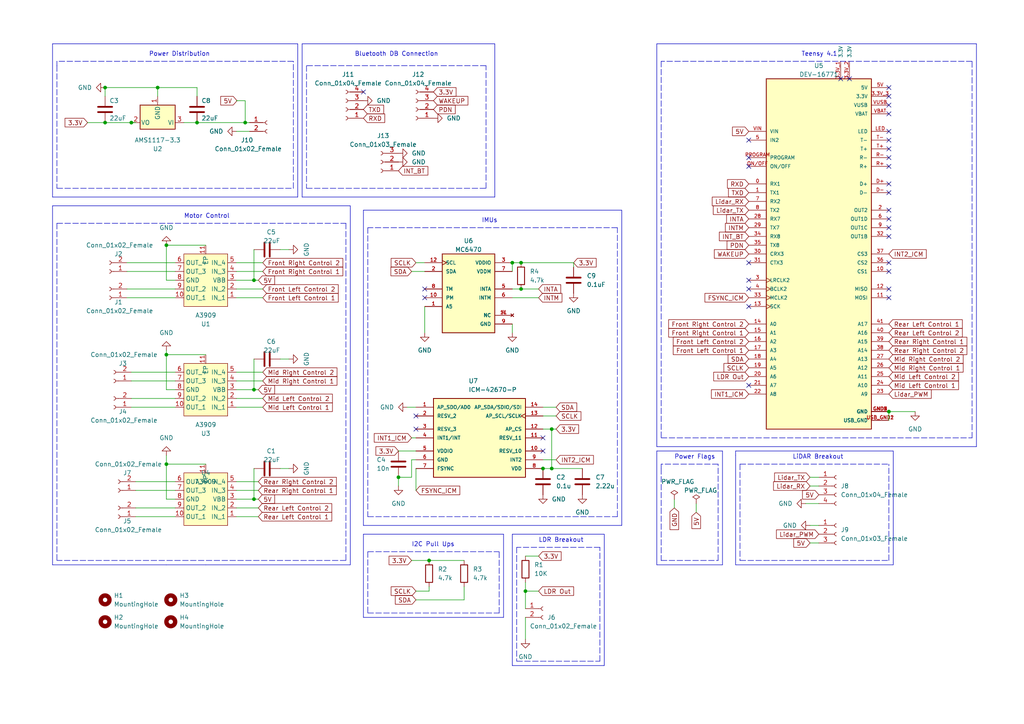
<source format=kicad_sch>
(kicad_sch (version 20211123) (generator eeschema)

  (uuid d00ccb50-7242-414f-b39f-a6e5aa4eb497)

  (paper "A4")

  (lib_symbols
    (symbol "A3909 H-Bridge:A3909" (in_bom yes) (on_board yes)
      (property "Reference" "U" (id 0) (at -1.27 8.89 0)
        (effects (font (size 1.27 1.27)))
      )
      (property "Value" "A3909" (id 1) (at 0 6.35 0)
        (effects (font (size 1.27 1.27)))
      )
      (property "Footprint" "" (id 2) (at -2.54 -1.27 0)
        (effects (font (size 1.27 1.27)) hide)
      )
      (property "Datasheet" "" (id 3) (at -2.54 -1.27 0)
        (effects (font (size 1.27 1.27)) hide)
      )
      (symbol "A3909_0_1"
        (rectangle (start -6.35 5.08) (end 6.35 -10.16)
          (stroke (width 0) (type default) (color 0 0 0 0))
          (fill (type background))
        )
      )
      (symbol "A3909_1_1"
        (pin input line (at -8.89 2.54 0) (length 2.54)
          (name "IN_1" (effects (font (size 1.27 1.27))))
          (number "1" (effects (font (size 1.27 1.27))))
        )
        (pin output line (at 8.89 2.54 180) (length 2.54)
          (name "OUT_1" (effects (font (size 1.27 1.27))))
          (number "10" (effects (font (size 1.27 1.27))))
        )
        (pin power_out line (at 0 -12.7 90) (length 2.54)
          (name "EP" (effects (font (size 1.27 1.27))))
          (number "11" (effects (font (size 1.27 1.27))))
        )
        (pin input line (at -8.89 0 0) (length 2.54)
          (name "IN_2" (effects (font (size 1.27 1.27))))
          (number "2" (effects (font (size 1.27 1.27))))
        )
        (pin power_in line (at -8.89 -2.54 0) (length 2.54)
          (name "VBB" (effects (font (size 1.27 1.27))))
          (number "3" (effects (font (size 1.27 1.27))))
        )
        (pin input line (at -8.89 -5.08 0) (length 2.54)
          (name "IN_3" (effects (font (size 1.27 1.27))))
          (number "4" (effects (font (size 1.27 1.27))))
        )
        (pin input line (at -8.89 -7.62 0) (length 2.54)
          (name "IN_4" (effects (font (size 1.27 1.27))))
          (number "5" (effects (font (size 1.27 1.27))))
        )
        (pin output line (at 8.89 -7.62 180) (length 2.54)
          (name "OUT_4" (effects (font (size 1.27 1.27))))
          (number "6" (effects (font (size 1.27 1.27))))
        )
        (pin output line (at 8.89 -5.08 180) (length 2.54)
          (name "OUT_3" (effects (font (size 1.27 1.27))))
          (number "7" (effects (font (size 1.27 1.27))))
        )
        (pin power_in line (at 8.89 -2.54 180) (length 2.54)
          (name "GND" (effects (font (size 1.27 1.27))))
          (number "8" (effects (font (size 1.27 1.27))))
        )
        (pin output line (at 8.89 0 180) (length 2.54)
          (name "OUT_2" (effects (font (size 1.27 1.27))))
          (number "9" (effects (font (size 1.27 1.27))))
        )
      )
    )
    (symbol "A3909_1" (in_bom yes) (on_board yes)
      (property "Reference" "U" (id 0) (at -1.27 8.89 0)
        (effects (font (size 1.27 1.27)))
      )
      (property "Value" "A3909_1" (id 1) (at 0 6.35 0)
        (effects (font (size 1.27 1.27)))
      )
      (property "Footprint" "" (id 2) (at -2.54 -1.27 0)
        (effects (font (size 1.27 1.27)) hide)
      )
      (property "Datasheet" "" (id 3) (at -2.54 -1.27 0)
        (effects (font (size 1.27 1.27)) hide)
      )
      (symbol "A3909_1_0_1"
        (rectangle (start -6.35 5.08) (end 6.35 -10.16)
          (stroke (width 0) (type default) (color 0 0 0 0))
          (fill (type background))
        )
      )
      (symbol "A3909_1_1_1"
        (pin input line (at -8.89 2.54 0) (length 2.54)
          (name "IN_1" (effects (font (size 1.27 1.27))))
          (number "1" (effects (font (size 1.27 1.27))))
        )
        (pin output line (at 8.89 2.54 180) (length 2.54)
          (name "OUT_1" (effects (font (size 1.27 1.27))))
          (number "10" (effects (font (size 1.27 1.27))))
        )
        (pin power_out line (at 0 -12.7 90) (length 2.54)
          (name "EP" (effects (font (size 1.27 1.27))))
          (number "11" (effects (font (size 1.27 1.27))))
        )
        (pin input line (at -8.89 0 0) (length 2.54)
          (name "IN_2" (effects (font (size 1.27 1.27))))
          (number "2" (effects (font (size 1.27 1.27))))
        )
        (pin power_in line (at -8.89 -2.54 0) (length 2.54)
          (name "VBB" (effects (font (size 1.27 1.27))))
          (number "3" (effects (font (size 1.27 1.27))))
        )
        (pin input line (at -8.89 -5.08 0) (length 2.54)
          (name "IN_3" (effects (font (size 1.27 1.27))))
          (number "4" (effects (font (size 1.27 1.27))))
        )
        (pin input line (at -8.89 -7.62 0) (length 2.54)
          (name "IN_4" (effects (font (size 1.27 1.27))))
          (number "5" (effects (font (size 1.27 1.27))))
        )
        (pin output line (at 8.89 -7.62 180) (length 2.54)
          (name "OUT_4" (effects (font (size 1.27 1.27))))
          (number "6" (effects (font (size 1.27 1.27))))
        )
        (pin output line (at 8.89 -5.08 180) (length 2.54)
          (name "OUT_3" (effects (font (size 1.27 1.27))))
          (number "7" (effects (font (size 1.27 1.27))))
        )
        (pin power_in line (at 8.89 -2.54 180) (length 2.54)
          (name "GND" (effects (font (size 1.27 1.27))))
          (number "8" (effects (font (size 1.27 1.27))))
        )
        (pin output line (at 8.89 0 180) (length 2.54)
          (name "OUT_2" (effects (font (size 1.27 1.27))))
          (number "9" (effects (font (size 1.27 1.27))))
        )
      )
    )
    (symbol "A3909_2" (in_bom yes) (on_board yes)
      (property "Reference" "U" (id 0) (at -1.27 8.89 0)
        (effects (font (size 1.27 1.27)))
      )
      (property "Value" "A3909_2" (id 1) (at 0 6.35 0)
        (effects (font (size 1.27 1.27)))
      )
      (property "Footprint" "" (id 2) (at -2.54 -1.27 0)
        (effects (font (size 1.27 1.27)) hide)
      )
      (property "Datasheet" "" (id 3) (at -2.54 -1.27 0)
        (effects (font (size 1.27 1.27)) hide)
      )
      (symbol "A3909_2_0_1"
        (rectangle (start -6.35 5.08) (end 6.35 -10.16)
          (stroke (width 0) (type default) (color 0 0 0 0))
          (fill (type background))
        )
      )
      (symbol "A3909_2_1_1"
        (pin input line (at -8.89 2.54 0) (length 2.54)
          (name "IN_1" (effects (font (size 1.27 1.27))))
          (number "1" (effects (font (size 1.27 1.27))))
        )
        (pin output line (at 8.89 2.54 180) (length 2.54)
          (name "OUT_1" (effects (font (size 1.27 1.27))))
          (number "10" (effects (font (size 1.27 1.27))))
        )
        (pin power_out line (at 0 -12.7 90) (length 2.54)
          (name "EP" (effects (font (size 1.27 1.27))))
          (number "11" (effects (font (size 1.27 1.27))))
        )
        (pin input line (at -8.89 0 0) (length 2.54)
          (name "IN_2" (effects (font (size 1.27 1.27))))
          (number "2" (effects (font (size 1.27 1.27))))
        )
        (pin power_in line (at -8.89 -2.54 0) (length 2.54)
          (name "VBB" (effects (font (size 1.27 1.27))))
          (number "3" (effects (font (size 1.27 1.27))))
        )
        (pin input line (at -8.89 -5.08 0) (length 2.54)
          (name "IN_3" (effects (font (size 1.27 1.27))))
          (number "4" (effects (font (size 1.27 1.27))))
        )
        (pin input line (at -8.89 -7.62 0) (length 2.54)
          (name "IN_4" (effects (font (size 1.27 1.27))))
          (number "5" (effects (font (size 1.27 1.27))))
        )
        (pin output line (at 8.89 -7.62 180) (length 2.54)
          (name "OUT_4" (effects (font (size 1.27 1.27))))
          (number "6" (effects (font (size 1.27 1.27))))
        )
        (pin output line (at 8.89 -5.08 180) (length 2.54)
          (name "OUT_3" (effects (font (size 1.27 1.27))))
          (number "7" (effects (font (size 1.27 1.27))))
        )
        (pin power_in line (at 8.89 -2.54 180) (length 2.54)
          (name "GND" (effects (font (size 1.27 1.27))))
          (number "8" (effects (font (size 1.27 1.27))))
        )
        (pin output line (at 8.89 0 180) (length 2.54)
          (name "OUT_2" (effects (font (size 1.27 1.27))))
          (number "9" (effects (font (size 1.27 1.27))))
        )
      )
    )
    (symbol "Connector:Conn_01x02_Female" (pin_names (offset 1.016) hide) (in_bom yes) (on_board yes)
      (property "Reference" "J" (id 0) (at 0 2.54 0)
        (effects (font (size 1.27 1.27)))
      )
      (property "Value" "Conn_01x02_Female" (id 1) (at 0 -5.08 0)
        (effects (font (size 1.27 1.27)))
      )
      (property "Footprint" "" (id 2) (at 0 0 0)
        (effects (font (size 1.27 1.27)) hide)
      )
      (property "Datasheet" "~" (id 3) (at 0 0 0)
        (effects (font (size 1.27 1.27)) hide)
      )
      (property "ki_keywords" "connector" (id 4) (at 0 0 0)
        (effects (font (size 1.27 1.27)) hide)
      )
      (property "ki_description" "Generic connector, single row, 01x02, script generated (kicad-library-utils/schlib/autogen/connector/)" (id 5) (at 0 0 0)
        (effects (font (size 1.27 1.27)) hide)
      )
      (property "ki_fp_filters" "Connector*:*_1x??_*" (id 6) (at 0 0 0)
        (effects (font (size 1.27 1.27)) hide)
      )
      (symbol "Conn_01x02_Female_1_1"
        (arc (start 0 -2.032) (mid -0.508 -2.54) (end 0 -3.048)
          (stroke (width 0.1524) (type default) (color 0 0 0 0))
          (fill (type none))
        )
        (polyline
          (pts
            (xy -1.27 -2.54)
            (xy -0.508 -2.54)
          )
          (stroke (width 0.1524) (type default) (color 0 0 0 0))
          (fill (type none))
        )
        (polyline
          (pts
            (xy -1.27 0)
            (xy -0.508 0)
          )
          (stroke (width 0.1524) (type default) (color 0 0 0 0))
          (fill (type none))
        )
        (arc (start 0 0.508) (mid -0.508 0) (end 0 -0.508)
          (stroke (width 0.1524) (type default) (color 0 0 0 0))
          (fill (type none))
        )
        (pin passive line (at -5.08 0 0) (length 3.81)
          (name "Pin_1" (effects (font (size 1.27 1.27))))
          (number "1" (effects (font (size 1.27 1.27))))
        )
        (pin passive line (at -5.08 -2.54 0) (length 3.81)
          (name "Pin_2" (effects (font (size 1.27 1.27))))
          (number "2" (effects (font (size 1.27 1.27))))
        )
      )
    )
    (symbol "Connector:Conn_01x03_Female" (pin_names (offset 1.016) hide) (in_bom yes) (on_board yes)
      (property "Reference" "J" (id 0) (at 0 5.08 0)
        (effects (font (size 1.27 1.27)))
      )
      (property "Value" "Conn_01x03_Female" (id 1) (at 0 -5.08 0)
        (effects (font (size 1.27 1.27)))
      )
      (property "Footprint" "" (id 2) (at 0 0 0)
        (effects (font (size 1.27 1.27)) hide)
      )
      (property "Datasheet" "~" (id 3) (at 0 0 0)
        (effects (font (size 1.27 1.27)) hide)
      )
      (property "ki_keywords" "connector" (id 4) (at 0 0 0)
        (effects (font (size 1.27 1.27)) hide)
      )
      (property "ki_description" "Generic connector, single row, 01x03, script generated (kicad-library-utils/schlib/autogen/connector/)" (id 5) (at 0 0 0)
        (effects (font (size 1.27 1.27)) hide)
      )
      (property "ki_fp_filters" "Connector*:*_1x??_*" (id 6) (at 0 0 0)
        (effects (font (size 1.27 1.27)) hide)
      )
      (symbol "Conn_01x03_Female_1_1"
        (arc (start 0 -2.032) (mid -0.508 -2.54) (end 0 -3.048)
          (stroke (width 0.1524) (type default) (color 0 0 0 0))
          (fill (type none))
        )
        (polyline
          (pts
            (xy -1.27 -2.54)
            (xy -0.508 -2.54)
          )
          (stroke (width 0.1524) (type default) (color 0 0 0 0))
          (fill (type none))
        )
        (polyline
          (pts
            (xy -1.27 0)
            (xy -0.508 0)
          )
          (stroke (width 0.1524) (type default) (color 0 0 0 0))
          (fill (type none))
        )
        (polyline
          (pts
            (xy -1.27 2.54)
            (xy -0.508 2.54)
          )
          (stroke (width 0.1524) (type default) (color 0 0 0 0))
          (fill (type none))
        )
        (arc (start 0 0.508) (mid -0.508 0) (end 0 -0.508)
          (stroke (width 0.1524) (type default) (color 0 0 0 0))
          (fill (type none))
        )
        (arc (start 0 3.048) (mid -0.508 2.54) (end 0 2.032)
          (stroke (width 0.1524) (type default) (color 0 0 0 0))
          (fill (type none))
        )
        (pin passive line (at -5.08 2.54 0) (length 3.81)
          (name "Pin_1" (effects (font (size 1.27 1.27))))
          (number "1" (effects (font (size 1.27 1.27))))
        )
        (pin passive line (at -5.08 0 0) (length 3.81)
          (name "Pin_2" (effects (font (size 1.27 1.27))))
          (number "2" (effects (font (size 1.27 1.27))))
        )
        (pin passive line (at -5.08 -2.54 0) (length 3.81)
          (name "Pin_3" (effects (font (size 1.27 1.27))))
          (number "3" (effects (font (size 1.27 1.27))))
        )
      )
    )
    (symbol "Connector:Conn_01x04_Female" (pin_names (offset 1.016) hide) (in_bom yes) (on_board yes)
      (property "Reference" "J" (id 0) (at 0 5.08 0)
        (effects (font (size 1.27 1.27)))
      )
      (property "Value" "Conn_01x04_Female" (id 1) (at 0 -7.62 0)
        (effects (font (size 1.27 1.27)))
      )
      (property "Footprint" "" (id 2) (at 0 0 0)
        (effects (font (size 1.27 1.27)) hide)
      )
      (property "Datasheet" "~" (id 3) (at 0 0 0)
        (effects (font (size 1.27 1.27)) hide)
      )
      (property "ki_keywords" "connector" (id 4) (at 0 0 0)
        (effects (font (size 1.27 1.27)) hide)
      )
      (property "ki_description" "Generic connector, single row, 01x04, script generated (kicad-library-utils/schlib/autogen/connector/)" (id 5) (at 0 0 0)
        (effects (font (size 1.27 1.27)) hide)
      )
      (property "ki_fp_filters" "Connector*:*_1x??_*" (id 6) (at 0 0 0)
        (effects (font (size 1.27 1.27)) hide)
      )
      (symbol "Conn_01x04_Female_1_1"
        (arc (start 0 -4.572) (mid -0.508 -5.08) (end 0 -5.588)
          (stroke (width 0.1524) (type default) (color 0 0 0 0))
          (fill (type none))
        )
        (arc (start 0 -2.032) (mid -0.508 -2.54) (end 0 -3.048)
          (stroke (width 0.1524) (type default) (color 0 0 0 0))
          (fill (type none))
        )
        (polyline
          (pts
            (xy -1.27 -5.08)
            (xy -0.508 -5.08)
          )
          (stroke (width 0.1524) (type default) (color 0 0 0 0))
          (fill (type none))
        )
        (polyline
          (pts
            (xy -1.27 -2.54)
            (xy -0.508 -2.54)
          )
          (stroke (width 0.1524) (type default) (color 0 0 0 0))
          (fill (type none))
        )
        (polyline
          (pts
            (xy -1.27 0)
            (xy -0.508 0)
          )
          (stroke (width 0.1524) (type default) (color 0 0 0 0))
          (fill (type none))
        )
        (polyline
          (pts
            (xy -1.27 2.54)
            (xy -0.508 2.54)
          )
          (stroke (width 0.1524) (type default) (color 0 0 0 0))
          (fill (type none))
        )
        (arc (start 0 0.508) (mid -0.508 0) (end 0 -0.508)
          (stroke (width 0.1524) (type default) (color 0 0 0 0))
          (fill (type none))
        )
        (arc (start 0 3.048) (mid -0.508 2.54) (end 0 2.032)
          (stroke (width 0.1524) (type default) (color 0 0 0 0))
          (fill (type none))
        )
        (pin passive line (at -5.08 2.54 0) (length 3.81)
          (name "Pin_1" (effects (font (size 1.27 1.27))))
          (number "1" (effects (font (size 1.27 1.27))))
        )
        (pin passive line (at -5.08 0 0) (length 3.81)
          (name "Pin_2" (effects (font (size 1.27 1.27))))
          (number "2" (effects (font (size 1.27 1.27))))
        )
        (pin passive line (at -5.08 -2.54 0) (length 3.81)
          (name "Pin_3" (effects (font (size 1.27 1.27))))
          (number "3" (effects (font (size 1.27 1.27))))
        )
        (pin passive line (at -5.08 -5.08 0) (length 3.81)
          (name "Pin_4" (effects (font (size 1.27 1.27))))
          (number "4" (effects (font (size 1.27 1.27))))
        )
      )
    )
    (symbol "DEV-16771:DEV-16771" (pin_names (offset 1.016)) (in_bom yes) (on_board yes)
      (property "Reference" "U5" (id 0) (at 0 54.61 0)
        (effects (font (size 1.27 1.27)))
      )
      (property "Value" "DEV-16771" (id 1) (at 0 52.07 0)
        (effects (font (size 1.27 1.27)))
      )
      (property "Footprint" "KicadLibs:MODULE_DEV-16771" (id 2) (at 0 0 0)
        (effects (font (size 1.27 1.27)) (justify bottom) hide)
      )
      (property "Datasheet" "" (id 3) (at 0 0 0)
        (effects (font (size 1.27 1.27)) hide)
      )
      (property "MAXIMUM_PACKAGE_HEIGHT" "4.07mm" (id 4) (at 0 0 0)
        (effects (font (size 1.27 1.27)) (justify bottom) hide)
      )
      (property "STANDARD" "Manufacturer recommendations" (id 5) (at 0 0 0)
        (effects (font (size 1.27 1.27)) (justify bottom) hide)
      )
      (property "PARTREV" "4.1" (id 6) (at 0 0 0)
        (effects (font (size 1.27 1.27)) (justify bottom) hide)
      )
      (property "MANUFACTURER" "SparkFun Electronics" (id 7) (at 0 0 0)
        (effects (font (size 1.27 1.27)) (justify bottom) hide)
      )
      (symbol "DEV-16771_0_0"
        (rectangle (start -15.24 -50.8) (end 15.24 50.8)
          (stroke (width 0.254) (type default) (color 0 0 0 0))
          (fill (type background))
        )
        (pin bidirectional line (at -20.32 20.32 0) (length 5.08)
          (name "RX1" (effects (font (size 1.016 1.016))))
          (number "0" (effects (font (size 1.016 1.016))))
        )
        (pin bidirectional line (at -20.32 17.78 0) (length 5.08)
          (name "TX1" (effects (font (size 1.016 1.016))))
          (number "1" (effects (font (size 1.016 1.016))))
        )
        (pin bidirectional line (at 20.32 -5.08 180) (length 5.08)
          (name "CS1" (effects (font (size 1.016 1.016))))
          (number "10" (effects (font (size 1.016 1.016))))
        )
        (pin bidirectional line (at 20.32 -12.7 180) (length 5.08)
          (name "MOSI" (effects (font (size 1.016 1.016))))
          (number "11" (effects (font (size 1.016 1.016))))
        )
        (pin bidirectional line (at 20.32 -10.16 180) (length 5.08)
          (name "MISO" (effects (font (size 1.016 1.016))))
          (number "12" (effects (font (size 1.016 1.016))))
        )
        (pin bidirectional clock (at -20.32 -15.24 0) (length 5.08)
          (name "SCK" (effects (font (size 1.016 1.016))))
          (number "13" (effects (font (size 1.016 1.016))))
        )
        (pin bidirectional line (at -20.32 -20.32 0) (length 5.08)
          (name "A0" (effects (font (size 1.016 1.016))))
          (number "14" (effects (font (size 1.016 1.016))))
        )
        (pin bidirectional line (at -20.32 -22.86 0) (length 5.08)
          (name "A1" (effects (font (size 1.016 1.016))))
          (number "15" (effects (font (size 1.016 1.016))))
        )
        (pin bidirectional line (at -20.32 -25.4 0) (length 5.08)
          (name "A2" (effects (font (size 1.016 1.016))))
          (number "16" (effects (font (size 1.016 1.016))))
        )
        (pin bidirectional line (at -20.32 -27.94 0) (length 5.08)
          (name "A3" (effects (font (size 1.016 1.016))))
          (number "17" (effects (font (size 1.016 1.016))))
        )
        (pin bidirectional line (at -20.32 -30.48 0) (length 5.08)
          (name "A4" (effects (font (size 1.016 1.016))))
          (number "18" (effects (font (size 1.016 1.016))))
        )
        (pin bidirectional line (at -20.32 -33.02 0) (length 5.08)
          (name "A5" (effects (font (size 1.016 1.016))))
          (number "19" (effects (font (size 1.016 1.016))))
        )
        (pin output line (at 20.32 12.7 180) (length 5.08)
          (name "OUT2" (effects (font (size 1.016 1.016))))
          (number "2" (effects (font (size 1.016 1.016))))
        )
        (pin bidirectional line (at -20.32 -35.56 0) (length 5.08)
          (name "A6" (effects (font (size 1.016 1.016))))
          (number "20" (effects (font (size 1.016 1.016))))
        )
        (pin bidirectional line (at -20.32 -38.1 0) (length 5.08)
          (name "A7" (effects (font (size 1.016 1.016))))
          (number "21" (effects (font (size 1.016 1.016))))
        )
        (pin bidirectional line (at -20.32 -40.64 0) (length 5.08)
          (name "A8" (effects (font (size 1.016 1.016))))
          (number "22" (effects (font (size 1.016 1.016))))
        )
        (pin bidirectional line (at 20.32 -40.64 180) (length 5.08)
          (name "A9" (effects (font (size 1.016 1.016))))
          (number "23" (effects (font (size 1.016 1.016))))
        )
        (pin bidirectional line (at 20.32 -38.1 180) (length 5.08)
          (name "A10" (effects (font (size 1.016 1.016))))
          (number "24" (effects (font (size 1.016 1.016))))
        )
        (pin bidirectional line (at 20.32 -35.56 180) (length 5.08)
          (name "A11" (effects (font (size 1.016 1.016))))
          (number "25" (effects (font (size 1.016 1.016))))
        )
        (pin bidirectional line (at 20.32 -33.02 180) (length 5.08)
          (name "A12" (effects (font (size 1.016 1.016))))
          (number "26" (effects (font (size 1.016 1.016))))
        )
        (pin bidirectional line (at 20.32 -30.48 180) (length 5.08)
          (name "A13" (effects (font (size 1.016 1.016))))
          (number "27" (effects (font (size 1.016 1.016))))
        )
        (pin bidirectional line (at -20.32 10.16 0) (length 5.08)
          (name "RX7" (effects (font (size 1.016 1.016))))
          (number "28" (effects (font (size 1.016 1.016))))
        )
        (pin bidirectional line (at -20.32 7.62 0) (length 5.08)
          (name "TX7" (effects (font (size 1.016 1.016))))
          (number "29" (effects (font (size 1.016 1.016))))
        )
        (pin bidirectional clock (at -20.32 -7.62 0) (length 5.08)
          (name "LRCLK2" (effects (font (size 1.016 1.016))))
          (number "3" (effects (font (size 1.016 1.016))))
        )
        (pin power_in line (at 6.35 50.8 90) (length 5.08)
          (name "3.3V" (effects (font (size 1.016 1.016))))
          (number "3.3V_1" (effects (font (size 1.016 1.016))))
        )
        (pin power_in line (at 8.89 50.8 90) (length 5.08)
          (name "3.3V" (effects (font (size 1.016 1.016))))
          (number "3.3V_2" (effects (font (size 1.016 1.016))))
        )
        (pin power_in line (at 20.32 45.72 180) (length 5.08)
          (name "3.3V" (effects (font (size 1.016 1.016))))
          (number "3.3V_3" (effects (font (size 1.016 1.016))))
        )
        (pin bidirectional line (at -20.32 0 0) (length 5.08)
          (name "CRX3" (effects (font (size 1.016 1.016))))
          (number "30" (effects (font (size 1.016 1.016))))
        )
        (pin bidirectional line (at -20.32 -2.54 0) (length 5.08)
          (name "CTX3" (effects (font (size 1.016 1.016))))
          (number "31" (effects (font (size 1.016 1.016))))
        )
        (pin output line (at 20.32 5.08 180) (length 5.08)
          (name "OUT1B" (effects (font (size 1.016 1.016))))
          (number "32" (effects (font (size 1.016 1.016))))
        )
        (pin bidirectional clock (at -20.32 -12.7 0) (length 5.08)
          (name "MCLK2" (effects (font (size 1.016 1.016))))
          (number "33" (effects (font (size 1.016 1.016))))
        )
        (pin bidirectional line (at -20.32 5.08 0) (length 5.08)
          (name "RX8" (effects (font (size 1.016 1.016))))
          (number "34" (effects (font (size 1.016 1.016))))
        )
        (pin bidirectional line (at -20.32 2.54 0) (length 5.08)
          (name "TX8" (effects (font (size 1.016 1.016))))
          (number "35" (effects (font (size 1.016 1.016))))
        )
        (pin bidirectional line (at 20.32 -2.54 180) (length 5.08)
          (name "CS2" (effects (font (size 1.016 1.016))))
          (number "36" (effects (font (size 1.016 1.016))))
        )
        (pin bidirectional line (at 20.32 0 180) (length 5.08)
          (name "CS3" (effects (font (size 1.016 1.016))))
          (number "37" (effects (font (size 1.016 1.016))))
        )
        (pin bidirectional line (at 20.32 -27.94 180) (length 5.08)
          (name "A14" (effects (font (size 1.016 1.016))))
          (number "38" (effects (font (size 1.016 1.016))))
        )
        (pin bidirectional line (at 20.32 -25.4 180) (length 5.08)
          (name "A15" (effects (font (size 1.016 1.016))))
          (number "39" (effects (font (size 1.016 1.016))))
        )
        (pin bidirectional clock (at -20.32 -10.16 0) (length 5.08)
          (name "BCLK2" (effects (font (size 1.016 1.016))))
          (number "4" (effects (font (size 1.016 1.016))))
        )
        (pin bidirectional line (at 20.32 -22.86 180) (length 5.08)
          (name "A16" (effects (font (size 1.016 1.016))))
          (number "40" (effects (font (size 1.016 1.016))))
        )
        (pin bidirectional line (at 20.32 -20.32 180) (length 5.08)
          (name "A17" (effects (font (size 1.016 1.016))))
          (number "41" (effects (font (size 1.016 1.016))))
        )
        (pin bidirectional line (at -20.32 33.02 0) (length 5.08)
          (name "IN2" (effects (font (size 1.016 1.016))))
          (number "5" (effects (font (size 1.016 1.016))))
        )
        (pin power_in line (at 20.32 48.26 180) (length 5.08)
          (name "5V" (effects (font (size 1.016 1.016))))
          (number "5V" (effects (font (size 1.016 1.016))))
        )
        (pin output line (at 20.32 10.16 180) (length 5.08)
          (name "OUT1D" (effects (font (size 1.016 1.016))))
          (number "6" (effects (font (size 1.016 1.016))))
        )
        (pin bidirectional line (at -20.32 15.24 0) (length 5.08)
          (name "RX2" (effects (font (size 1.016 1.016))))
          (number "7" (effects (font (size 1.016 1.016))))
        )
        (pin bidirectional line (at -20.32 12.7 0) (length 5.08)
          (name "TX2" (effects (font (size 1.016 1.016))))
          (number "8" (effects (font (size 1.016 1.016))))
        )
        (pin output line (at 20.32 7.62 180) (length 5.08)
          (name "OUT1C" (effects (font (size 1.016 1.016))))
          (number "9" (effects (font (size 1.016 1.016))))
        )
        (pin bidirectional line (at 20.32 20.32 180) (length 5.08)
          (name "D+" (effects (font (size 1.016 1.016))))
          (number "D+" (effects (font (size 1.016 1.016))))
        )
        (pin bidirectional line (at 20.32 17.78 180) (length 5.08)
          (name "D-" (effects (font (size 1.016 1.016))))
          (number "D-" (effects (font (size 1.016 1.016))))
        )
        (pin power_in line (at 20.32 -45.72 180) (length 5.08)
          (name "GND" (effects (font (size 1.016 1.016))))
          (number "GND1" (effects (font (size 1.016 1.016))))
        )
        (pin power_in line (at 20.32 -45.72 180) (length 5.08)
          (name "GND" (effects (font (size 1.016 1.016))))
          (number "GND2" (effects (font (size 1.016 1.016))))
        )
        (pin power_in line (at 20.32 -45.72 180) (length 5.08)
          (name "GND" (effects (font (size 1.016 1.016))))
          (number "GND3" (effects (font (size 1.016 1.016))))
        )
        (pin power_in line (at 20.32 -45.72 180) (length 5.08)
          (name "GND" (effects (font (size 1.016 1.016))))
          (number "GND4" (effects (font (size 1.016 1.016))))
        )
        (pin power_in line (at 20.32 -45.72 180) (length 5.08)
          (name "GND" (effects (font (size 1.016 1.016))))
          (number "GND5" (effects (font (size 1.016 1.016))))
        )
        (pin bidirectional line (at 20.32 35.56 180) (length 5.08)
          (name "LED" (effects (font (size 1.016 1.016))))
          (number "LED" (effects (font (size 1.016 1.016))))
        )
        (pin bidirectional line (at -20.32 25.4 0) (length 5.08)
          (name "ON/OFF" (effects (font (size 1.016 1.016))))
          (number "ON/OFF" (effects (font (size 1.016 1.016))))
        )
        (pin bidirectional line (at -20.32 27.94 0) (length 5.08)
          (name "PROGRAM" (effects (font (size 1.016 1.016))))
          (number "PROGRAM" (effects (font (size 1.016 1.016))))
        )
        (pin bidirectional line (at 20.32 25.4 180) (length 5.08)
          (name "R+" (effects (font (size 1.016 1.016))))
          (number "R+" (effects (font (size 1.016 1.016))))
        )
        (pin bidirectional line (at 20.32 27.94 180) (length 5.08)
          (name "R-" (effects (font (size 1.016 1.016))))
          (number "R-" (effects (font (size 1.016 1.016))))
        )
        (pin bidirectional line (at 20.32 30.48 180) (length 5.08)
          (name "T+" (effects (font (size 1.016 1.016))))
          (number "T+" (effects (font (size 1.016 1.016))))
        )
        (pin bidirectional line (at 20.32 33.02 180) (length 5.08)
          (name "T-" (effects (font (size 1.016 1.016))))
          (number "T-" (effects (font (size 1.016 1.016))))
        )
        (pin power_in line (at 20.32 -48.26 180) (length 5.08)
          (name "USB_GND" (effects (font (size 1.016 1.016))))
          (number "USB_GND1" (effects (font (size 1.016 1.016))))
        )
        (pin power_in line (at 20.32 -48.26 180) (length 5.08)
          (name "USB_GND" (effects (font (size 1.016 1.016))))
          (number "USB_GND2" (effects (font (size 1.016 1.016))))
        )
        (pin passive line (at 20.32 40.64 180) (length 5.08)
          (name "VBAT" (effects (font (size 1.016 1.016))))
          (number "VBAT" (effects (font (size 1.016 1.016))))
        )
        (pin input line (at -20.32 35.56 0) (length 5.08)
          (name "VIN" (effects (font (size 1.016 1.016))))
          (number "VIN" (effects (font (size 1.016 1.016))))
        )
        (pin passive line (at 20.32 43.18 180) (length 5.08)
          (name "VUSB" (effects (font (size 1.016 1.016))))
          (number "VUSB" (effects (font (size 1.016 1.016))))
        )
      )
    )
    (symbol "Device:C" (pin_numbers hide) (pin_names (offset 0.254)) (in_bom yes) (on_board yes)
      (property "Reference" "C" (id 0) (at 0.635 2.54 0)
        (effects (font (size 1.27 1.27)) (justify left))
      )
      (property "Value" "C" (id 1) (at 0.635 -2.54 0)
        (effects (font (size 1.27 1.27)) (justify left))
      )
      (property "Footprint" "" (id 2) (at 0.9652 -3.81 0)
        (effects (font (size 1.27 1.27)) hide)
      )
      (property "Datasheet" "~" (id 3) (at 0 0 0)
        (effects (font (size 1.27 1.27)) hide)
      )
      (property "ki_keywords" "cap capacitor" (id 4) (at 0 0 0)
        (effects (font (size 1.27 1.27)) hide)
      )
      (property "ki_description" "Unpolarized capacitor" (id 5) (at 0 0 0)
        (effects (font (size 1.27 1.27)) hide)
      )
      (property "ki_fp_filters" "C_*" (id 6) (at 0 0 0)
        (effects (font (size 1.27 1.27)) hide)
      )
      (symbol "C_0_1"
        (polyline
          (pts
            (xy -2.032 -0.762)
            (xy 2.032 -0.762)
          )
          (stroke (width 0.508) (type default) (color 0 0 0 0))
          (fill (type none))
        )
        (polyline
          (pts
            (xy -2.032 0.762)
            (xy 2.032 0.762)
          )
          (stroke (width 0.508) (type default) (color 0 0 0 0))
          (fill (type none))
        )
      )
      (symbol "C_1_1"
        (pin passive line (at 0 3.81 270) (length 2.794)
          (name "~" (effects (font (size 1.27 1.27))))
          (number "1" (effects (font (size 1.27 1.27))))
        )
        (pin passive line (at 0 -3.81 90) (length 2.794)
          (name "~" (effects (font (size 1.27 1.27))))
          (number "2" (effects (font (size 1.27 1.27))))
        )
      )
    )
    (symbol "Device:R" (pin_numbers hide) (pin_names (offset 0)) (in_bom yes) (on_board yes)
      (property "Reference" "R" (id 0) (at 2.032 0 90)
        (effects (font (size 1.27 1.27)))
      )
      (property "Value" "R" (id 1) (at 0 0 90)
        (effects (font (size 1.27 1.27)))
      )
      (property "Footprint" "" (id 2) (at -1.778 0 90)
        (effects (font (size 1.27 1.27)) hide)
      )
      (property "Datasheet" "~" (id 3) (at 0 0 0)
        (effects (font (size 1.27 1.27)) hide)
      )
      (property "ki_keywords" "R res resistor" (id 4) (at 0 0 0)
        (effects (font (size 1.27 1.27)) hide)
      )
      (property "ki_description" "Resistor" (id 5) (at 0 0 0)
        (effects (font (size 1.27 1.27)) hide)
      )
      (property "ki_fp_filters" "R_*" (id 6) (at 0 0 0)
        (effects (font (size 1.27 1.27)) hide)
      )
      (symbol "R_0_1"
        (rectangle (start -1.016 -2.54) (end 1.016 2.54)
          (stroke (width 0.254) (type default) (color 0 0 0 0))
          (fill (type none))
        )
      )
      (symbol "R_1_1"
        (pin passive line (at 0 3.81 270) (length 1.27)
          (name "~" (effects (font (size 1.27 1.27))))
          (number "1" (effects (font (size 1.27 1.27))))
        )
        (pin passive line (at 0 -3.81 90) (length 1.27)
          (name "~" (effects (font (size 1.27 1.27))))
          (number "2" (effects (font (size 1.27 1.27))))
        )
      )
    )
    (symbol "ICM-42670-P:ICM-42670-P" (pin_names (offset 1.016)) (in_bom yes) (on_board yes)
      (property "Reference" "U" (id 0) (at 0 15.24 0)
        (effects (font (size 1.27 1.27)) (justify left bottom))
      )
      (property "Value" "ICM-42670-P" (id 1) (at -3.81 15.24 0)
        (effects (font (size 1.27 1.27)) (justify left top))
      )
      (property "Footprint" "IC_ICM-42670-P" (id 2) (at -5.08 -24.13 0)
        (effects (font (size 1.27 1.27)) (justify bottom) hide)
      )
      (property "Datasheet" "" (id 3) (at -2.54 -11.43 0)
        (effects (font (size 1.27 1.27)) hide)
      )
      (property "MP" "ICM-42670-P" (id 4) (at -5.08 -16.51 0)
        (effects (font (size 1.27 1.27)) (justify bottom) hide)
      )
      (property "Package" "None" (id 5) (at -2.54 -13.97 0)
        (effects (font (size 1.27 1.27)) (justify bottom) hide)
      )
      (property "Availability" "In Stock" (id 6) (at -5.08 -19.05 0)
        (effects (font (size 1.27 1.27)) (justify bottom) hide)
      )
      (property "Purchase-URL" "https://pricing.snapeda.com/search/part/ICM-42670-P/?ref=eda" (id 7) (at 0 -16.51 0)
        (effects (font (size 1.27 1.27)) (justify bottom) hide)
      )
      (property "Price" "None" (id 8) (at -2.54 -11.43 0)
        (effects (font (size 1.27 1.27)) (justify bottom) hide)
      )
      (property "Description" "Low-Power, Premium Performance 6-Axis MotionTrackingTM IMU with I3C, I2C and SPI interface in 2.5mm x 3mm Package" (id 9) (at 1.27 -22.86 0)
        (effects (font (size 1.27 1.27)) (justify bottom) hide)
      )
      (property "MF" "TDK InvenSense" (id 10) (at -5.08 -21.59 0)
        (effects (font (size 1.27 1.27)) (justify bottom) hide)
      )
      (symbol "ICM-42670-P_0_0"
        (rectangle (start -13.97 12.7) (end 12.7 -10.16)
          (stroke (width 0.254) (type default) (color 0 0 0 0))
          (fill (type background))
        )
        (pin bidirectional line (at -19.05 10.16 0) (length 5.08)
          (name "AP_SDO/AD0" (effects (font (size 1.016 1.016))))
          (number "1" (effects (font (size 1.016 1.016))))
        )
        (pin passive line (at 17.78 -2.54 180) (length 5.08)
          (name "RESV_10" (effects (font (size 1.016 1.016))))
          (number "10" (effects (font (size 1.016 1.016))))
        )
        (pin passive line (at 17.78 1.27 180) (length 5.08)
          (name "RESV_11" (effects (font (size 1.016 1.016))))
          (number "11" (effects (font (size 1.016 1.016))))
        )
        (pin input line (at 17.78 3.81 180) (length 5.08)
          (name "AP_CS" (effects (font (size 1.016 1.016))))
          (number "12" (effects (font (size 1.016 1.016))))
        )
        (pin input clock (at 17.78 7.62 180) (length 5.08)
          (name "AP_SCL/SCLK" (effects (font (size 1.016 1.016))))
          (number "13" (effects (font (size 1.016 1.016))))
        )
        (pin bidirectional line (at 17.78 10.16 180) (length 5.08)
          (name "AP_SDA/SDIO/SDI" (effects (font (size 1.016 1.016))))
          (number "14" (effects (font (size 1.016 1.016))))
        )
        (pin passive line (at -19.05 7.62 0) (length 5.08)
          (name "RESV_2" (effects (font (size 1.016 1.016))))
          (number "2" (effects (font (size 1.016 1.016))))
        )
        (pin passive line (at -19.05 3.81 0) (length 5.08)
          (name "RESV_3" (effects (font (size 1.016 1.016))))
          (number "3" (effects (font (size 1.016 1.016))))
        )
        (pin output line (at -19.05 1.27 0) (length 5.08)
          (name "INT1/INT" (effects (font (size 1.016 1.016))))
          (number "4" (effects (font (size 1.016 1.016))))
        )
        (pin power_in line (at -19.05 -2.54 0) (length 5.08)
          (name "VDDIO" (effects (font (size 1.016 1.016))))
          (number "5" (effects (font (size 1.016 1.016))))
        )
        (pin power_in line (at -19.05 -5.08 0) (length 5.08)
          (name "GND" (effects (font (size 1.016 1.016))))
          (number "6" (effects (font (size 1.016 1.016))))
        )
        (pin input line (at -19.05 -7.62 0) (length 5.08)
          (name "FSYNC" (effects (font (size 1.016 1.016))))
          (number "7" (effects (font (size 1.016 1.016))))
        )
        (pin power_in line (at 17.78 -7.62 180) (length 5.08)
          (name "VDD" (effects (font (size 1.016 1.016))))
          (number "8" (effects (font (size 1.016 1.016))))
        )
        (pin output line (at 17.78 -5.08 180) (length 5.08)
          (name "INT2" (effects (font (size 1.016 1.016))))
          (number "9" (effects (font (size 1.016 1.016))))
        )
      )
    )
    (symbol "MC6470:MC6470" (pin_names (offset 1.016)) (in_bom yes) (on_board yes)
      (property "Reference" "U" (id 0) (at -1.27 15.24 0)
        (effects (font (size 1.27 1.27)) (justify left bottom))
      )
      (property "Value" "MC6470" (id 1) (at -3.81 12.7 0)
        (effects (font (size 1.27 1.27)) (justify left bottom))
      )
      (property "Footprint" "PQFN50P200X200X100-12N" (id 2) (at -5.08 -3.81 0)
        (effects (font (size 1.27 1.27)) (justify bottom) hide)
      )
      (property "Datasheet" "" (id 3) (at -5.08 -3.81 0)
        (effects (font (size 1.27 1.27)) hide)
      )
      (property "PARTREV" "1.7" (id 4) (at -5.08 -3.81 0)
        (effects (font (size 1.27 1.27)) (justify bottom) hide)
      )
      (property "MANUFACTURER" "mCube" (id 5) (at -5.08 -3.81 0)
        (effects (font (size 1.27 1.27)) (justify bottom) hide)
      )
      (property "MAXIMUM_PACKAGE_HEIGHT" "1mm" (id 6) (at -5.08 -3.81 0)
        (effects (font (size 1.27 1.27)) (justify bottom) hide)
      )
      (property "STANDARD" "IPC 7351B" (id 7) (at -5.08 -3.81 0)
        (effects (font (size 1.27 1.27)) (justify bottom) hide)
      )
      (symbol "MC6470_0_0"
        (rectangle (start -7.62 11.43) (end 7.62 -11.43)
          (stroke (width 0.254) (type default) (color 0 0 0 0))
          (fill (type background))
        )
        (pin input line (at -12.7 -3.81 0) (length 5.08)
          (name "A5" (effects (font (size 1.016 1.016))))
          (number "1" (effects (font (size 1.016 1.016))))
        )
        (pin input line (at -12.7 -1.27 0) (length 5.08)
          (name "PM" (effects (font (size 1.016 1.016))))
          (number "10" (effects (font (size 1.016 1.016))))
        )
        (pin no_connect line (at 12.7 -6.35 180) (length 5.08)
          (name "NC" (effects (font (size 1.016 1.016))))
          (number "11" (effects (font (size 1.016 1.016))))
        )
        (pin input clock (at -12.7 8.89 0) (length 5.08)
          (name "SCL" (effects (font (size 1.016 1.016))))
          (number "12" (effects (font (size 1.016 1.016))))
        )
        (pin bidirectional line (at -12.7 6.35 0) (length 5.08)
          (name "SDA" (effects (font (size 1.016 1.016))))
          (number "2" (effects (font (size 1.016 1.016))))
        )
        (pin power_in line (at 12.7 8.89 180) (length 5.08)
          (name "VDDIO" (effects (font (size 1.016 1.016))))
          (number "3" (effects (font (size 1.016 1.016))))
        )
        (pin no_connect line (at 12.7 -6.35 180) (length 5.08)
          (name "NC" (effects (font (size 1.016 1.016))))
          (number "4" (effects (font (size 1.016 1.016))))
        )
        (pin output line (at 12.7 1.27 180) (length 5.08)
          (name "INTA" (effects (font (size 1.016 1.016))))
          (number "5" (effects (font (size 1.016 1.016))))
        )
        (pin output line (at 12.7 -1.27 180) (length 5.08)
          (name "INTM" (effects (font (size 1.016 1.016))))
          (number "6" (effects (font (size 1.016 1.016))))
        )
        (pin power_in line (at 12.7 6.35 180) (length 5.08)
          (name "VDDM" (effects (font (size 1.016 1.016))))
          (number "7" (effects (font (size 1.016 1.016))))
        )
        (pin input line (at -12.7 1.27 0) (length 5.08)
          (name "TM" (effects (font (size 1.016 1.016))))
          (number "8" (effects (font (size 1.016 1.016))))
        )
        (pin power_in line (at 12.7 -8.89 180) (length 5.08)
          (name "GND" (effects (font (size 1.016 1.016))))
          (number "9" (effects (font (size 1.016 1.016))))
        )
      )
    )
    (symbol "Mechanical:MountingHole" (pin_names (offset 1.016)) (in_bom yes) (on_board yes)
      (property "Reference" "H" (id 0) (at 0 5.08 0)
        (effects (font (size 1.27 1.27)))
      )
      (property "Value" "MountingHole" (id 1) (at 0 3.175 0)
        (effects (font (size 1.27 1.27)))
      )
      (property "Footprint" "" (id 2) (at 0 0 0)
        (effects (font (size 1.27 1.27)) hide)
      )
      (property "Datasheet" "~" (id 3) (at 0 0 0)
        (effects (font (size 1.27 1.27)) hide)
      )
      (property "ki_keywords" "mounting hole" (id 4) (at 0 0 0)
        (effects (font (size 1.27 1.27)) hide)
      )
      (property "ki_description" "Mounting Hole without connection" (id 5) (at 0 0 0)
        (effects (font (size 1.27 1.27)) hide)
      )
      (property "ki_fp_filters" "MountingHole*" (id 6) (at 0 0 0)
        (effects (font (size 1.27 1.27)) hide)
      )
      (symbol "MountingHole_0_1"
        (circle (center 0 0) (radius 1.27)
          (stroke (width 1.27) (type default) (color 0 0 0 0))
          (fill (type none))
        )
      )
    )
    (symbol "Regulator_Linear:AMS1117-3.3" (pin_names (offset 0.254)) (in_bom yes) (on_board yes)
      (property "Reference" "U" (id 0) (at -3.81 3.175 0)
        (effects (font (size 1.27 1.27)))
      )
      (property "Value" "AMS1117-3.3" (id 1) (at 0 3.175 0)
        (effects (font (size 1.27 1.27)) (justify left))
      )
      (property "Footprint" "Package_TO_SOT_SMD:SOT-223-3_TabPin2" (id 2) (at 0 5.08 0)
        (effects (font (size 1.27 1.27)) hide)
      )
      (property "Datasheet" "http://www.advanced-monolithic.com/pdf/ds1117.pdf" (id 3) (at 2.54 -6.35 0)
        (effects (font (size 1.27 1.27)) hide)
      )
      (property "ki_keywords" "linear regulator ldo fixed positive" (id 4) (at 0 0 0)
        (effects (font (size 1.27 1.27)) hide)
      )
      (property "ki_description" "1A Low Dropout regulator, positive, 3.3V fixed output, SOT-223" (id 5) (at 0 0 0)
        (effects (font (size 1.27 1.27)) hide)
      )
      (property "ki_fp_filters" "SOT?223*TabPin2*" (id 6) (at 0 0 0)
        (effects (font (size 1.27 1.27)) hide)
      )
      (symbol "AMS1117-3.3_0_1"
        (rectangle (start -5.08 -5.08) (end 5.08 1.905)
          (stroke (width 0.254) (type default) (color 0 0 0 0))
          (fill (type background))
        )
      )
      (symbol "AMS1117-3.3_1_1"
        (pin power_in line (at 0 -7.62 90) (length 2.54)
          (name "GND" (effects (font (size 1.27 1.27))))
          (number "1" (effects (font (size 1.27 1.27))))
        )
        (pin power_out line (at 7.62 0 180) (length 2.54)
          (name "VO" (effects (font (size 1.27 1.27))))
          (number "2" (effects (font (size 1.27 1.27))))
        )
        (pin power_in line (at -7.62 0 0) (length 2.54)
          (name "VI" (effects (font (size 1.27 1.27))))
          (number "3" (effects (font (size 1.27 1.27))))
        )
      )
    )
    (symbol "power:GND" (power) (pin_names (offset 0)) (in_bom yes) (on_board yes)
      (property "Reference" "#PWR" (id 0) (at 0 -6.35 0)
        (effects (font (size 1.27 1.27)) hide)
      )
      (property "Value" "GND" (id 1) (at 0 -3.81 0)
        (effects (font (size 1.27 1.27)))
      )
      (property "Footprint" "" (id 2) (at 0 0 0)
        (effects (font (size 1.27 1.27)) hide)
      )
      (property "Datasheet" "" (id 3) (at 0 0 0)
        (effects (font (size 1.27 1.27)) hide)
      )
      (property "ki_keywords" "power-flag" (id 4) (at 0 0 0)
        (effects (font (size 1.27 1.27)) hide)
      )
      (property "ki_description" "Power symbol creates a global label with name \"GND\" , ground" (id 5) (at 0 0 0)
        (effects (font (size 1.27 1.27)) hide)
      )
      (symbol "GND_0_1"
        (polyline
          (pts
            (xy 0 0)
            (xy 0 -1.27)
            (xy 1.27 -1.27)
            (xy 0 -2.54)
            (xy -1.27 -1.27)
            (xy 0 -1.27)
          )
          (stroke (width 0) (type default) (color 0 0 0 0))
          (fill (type none))
        )
      )
      (symbol "GND_1_1"
        (pin power_in line (at 0 0 270) (length 0) hide
          (name "GND" (effects (font (size 1.27 1.27))))
          (number "1" (effects (font (size 1.27 1.27))))
        )
      )
    )
    (symbol "power:PWR_FLAG" (power) (pin_numbers hide) (pin_names (offset 0) hide) (in_bom yes) (on_board yes)
      (property "Reference" "#FLG" (id 0) (at 0 1.905 0)
        (effects (font (size 1.27 1.27)) hide)
      )
      (property "Value" "PWR_FLAG" (id 1) (at 0 3.81 0)
        (effects (font (size 1.27 1.27)))
      )
      (property "Footprint" "" (id 2) (at 0 0 0)
        (effects (font (size 1.27 1.27)) hide)
      )
      (property "Datasheet" "~" (id 3) (at 0 0 0)
        (effects (font (size 1.27 1.27)) hide)
      )
      (property "ki_keywords" "power-flag" (id 4) (at 0 0 0)
        (effects (font (size 1.27 1.27)) hide)
      )
      (property "ki_description" "Special symbol for telling ERC where power comes from" (id 5) (at 0 0 0)
        (effects (font (size 1.27 1.27)) hide)
      )
      (symbol "PWR_FLAG_0_0"
        (pin power_out line (at 0 0 90) (length 0)
          (name "pwr" (effects (font (size 1.27 1.27))))
          (number "1" (effects (font (size 1.27 1.27))))
        )
      )
      (symbol "PWR_FLAG_0_1"
        (polyline
          (pts
            (xy 0 0)
            (xy 0 1.27)
            (xy -1.016 1.905)
            (xy 0 2.54)
            (xy 1.016 1.905)
            (xy 0 1.27)
          )
          (stroke (width 0) (type default) (color 0 0 0 0))
          (fill (type none))
        )
      )
    )
  )

  (junction (at 30.48 25.4) (diameter 0) (color 0 0 0 0)
    (uuid 0cb66276-8738-4ff3-8515-ac924e8105f9)
  )
  (junction (at 48.26 71.12) (diameter 0) (color 0 0 0 0)
    (uuid 114026b1-9380-4d02-b153-4748c7b1eb01)
  )
  (junction (at 48.26 134.62) (diameter 0) (color 0 0 0 0)
    (uuid 14d74319-4c14-4a71-b313-c3708025c77a)
  )
  (junction (at 38.1 35.56) (diameter 0) (color 0 0 0 0)
    (uuid 170378a2-1fb8-492c-8c9b-53fdb98c535f)
  )
  (junction (at 30.48 35.56) (diameter 0) (color 0 0 0 0)
    (uuid 21222658-ff86-435c-ab7b-e53d17d1c323)
  )
  (junction (at 152.4 171.45) (diameter 0) (color 0 0 0 0)
    (uuid 3711dc40-25d7-4476-91ed-3d278cd9df91)
  )
  (junction (at 157.48 135.89) (diameter 0) (color 0 0 0 0)
    (uuid 3c187c55-2df0-4f30-850a-c0ce12b66c65)
  )
  (junction (at 160.02 124.46) (diameter 0) (color 0 0 0 0)
    (uuid 49157598-f410-4920-b374-919d6acd957d)
  )
  (junction (at 151.13 76.2) (diameter 0) (color 0 0 0 0)
    (uuid 5aaec0b6-5f18-4217-8ab7-8c78fdb2c5a4)
  )
  (junction (at 45.72 25.4) (diameter 0) (color 0 0 0 0)
    (uuid 5c85913a-61c8-4018-9103-35f7af14e807)
  )
  (junction (at 73.66 144.78) (diameter 0) (color 0 0 0 0)
    (uuid 6c36d6ab-d18b-4385-a02c-e44c1f74438e)
  )
  (junction (at 148.59 76.2) (diameter 0) (color 0 0 0 0)
    (uuid 78e25cfe-bb70-4f85-b4a6-497ef8648ccc)
  )
  (junction (at 48.26 102.87) (diameter 0) (color 0 0 0 0)
    (uuid 8b0fd7ff-a88d-4e4f-8b5e-20ed10ffd3b1)
  )
  (junction (at 151.13 83.82) (diameter 0) (color 0 0 0 0)
    (uuid 8fb3cf9e-7c97-4aa4-97c5-4e69c24907cc)
  )
  (junction (at 73.66 113.03) (diameter 0) (color 0 0 0 0)
    (uuid 95e615d9-b8f6-499f-bfd5-919c9ebe4720)
  )
  (junction (at 115.57 138.43) (diameter 0) (color 0 0 0 0)
    (uuid ab627594-3434-47c8-b5a5-5a5481814a2c)
  )
  (junction (at 257.81 119.38) (diameter 0) (color 0 0 0 0)
    (uuid c1f22ece-da06-4e4b-98a9-f0b4442d3490)
  )
  (junction (at 124.46 162.56) (diameter 0) (color 0 0 0 0)
    (uuid d1166eee-3e9a-44a6-8d17-4c49dd6b1e71)
  )
  (junction (at 57.15 35.56) (diameter 0) (color 0 0 0 0)
    (uuid d37d1f8f-82fc-4392-b3af-0255ec135d92)
  )
  (junction (at 71.12 35.56) (diameter 0) (color 0 0 0 0)
    (uuid e1cdc4c4-7206-414a-af30-06e875d8120c)
  )
  (junction (at 160.02 135.89) (diameter 0) (color 0 0 0 0)
    (uuid e7aa6e63-e49f-4229-ad10-a4ea88642a2a)
  )
  (junction (at 73.66 81.28) (diameter 0) (color 0 0 0 0)
    (uuid e8d94473-c783-43c2-b51c-f06dcd832ccc)
  )

  (no_connect (at 246.38 22.86) (uuid 0fff6483-60a9-4346-b31d-e1ab9b2cfc92))
  (no_connect (at 217.17 88.9) (uuid 4897408e-55df-4027-bb7d-b67c6bd65ba9))
  (no_connect (at 217.17 81.28) (uuid 4897408e-55df-4027-bb7d-b67c6bd65baa))
  (no_connect (at 217.17 76.2) (uuid 4897408e-55df-4027-bb7d-b67c6bd65bab))
  (no_connect (at 217.17 83.82) (uuid 4897408e-55df-4027-bb7d-b67c6bd65bac))
  (no_connect (at 257.81 86.36) (uuid 4897408e-55df-4027-bb7d-b67c6bd65bad))
  (no_connect (at 257.81 27.94) (uuid 57fe534f-0cc5-48ca-b743-86ae03675460))
  (no_connect (at 243.84 22.86) (uuid 715857e1-925a-4f16-9ec5-a8e67c2d95b1))
  (no_connect (at 120.65 120.65) (uuid ba77d177-f70a-4f99-aa5e-4a9cd2c38f9b))
  (no_connect (at 120.65 124.46) (uuid ba77d177-f70a-4f99-aa5e-4a9cd2c38f9c))
  (no_connect (at 157.48 130.81) (uuid ba77d177-f70a-4f99-aa5e-4a9cd2c38f9d))
  (no_connect (at 157.48 127) (uuid ba77d177-f70a-4f99-aa5e-4a9cd2c38f9e))
  (no_connect (at 257.81 76.2) (uuid bb70495d-8aae-465d-928b-a97b025d67c3))
  (no_connect (at 257.81 83.82) (uuid bb70495d-8aae-465d-928b-a97b025d67c4))
  (no_connect (at 257.81 78.74) (uuid bb70495d-8aae-465d-928b-a97b025d67c5))
  (no_connect (at 217.17 111.76) (uuid bb70495d-8aae-465d-928b-a97b025d67c6))
  (no_connect (at 257.81 68.58) (uuid bb70495d-8aae-465d-928b-a97b025d67c7))
  (no_connect (at 257.81 66.04) (uuid bb70495d-8aae-465d-928b-a97b025d67c8))
  (no_connect (at 257.81 63.5) (uuid bb70495d-8aae-465d-928b-a97b025d67c9))
  (no_connect (at 257.81 60.96) (uuid bb70495d-8aae-465d-928b-a97b025d67ca))
  (no_connect (at 217.17 48.26) (uuid bb70495d-8aae-465d-928b-a97b025d67cb))
  (no_connect (at 217.17 40.64) (uuid bb70495d-8aae-465d-928b-a97b025d67cc))
  (no_connect (at 217.17 45.72) (uuid bb70495d-8aae-465d-928b-a97b025d67cd))
  (no_connect (at 257.81 45.72) (uuid bb70495d-8aae-465d-928b-a97b025d67ce))
  (no_connect (at 257.81 48.26) (uuid bb70495d-8aae-465d-928b-a97b025d67cf))
  (no_connect (at 257.81 53.34) (uuid bb70495d-8aae-465d-928b-a97b025d67d0))
  (no_connect (at 257.81 55.88) (uuid bb70495d-8aae-465d-928b-a97b025d67d1))
  (no_connect (at 123.19 83.82) (uuid edbfba50-c32e-411a-b326-dfad11370197))
  (no_connect (at 123.19 86.36) (uuid edbfba50-c32e-411a-b326-dfad11370198))
  (no_connect (at 105.41 26.67) (uuid eefca8ec-5e17-4975-a8c5-4fc2b8045b4d))
  (no_connect (at 257.81 25.4) (uuid ef42dd9b-fc4e-4d08-adc3-6d762a6fc2ef))
  (no_connect (at 257.81 30.48) (uuid ef42dd9b-fc4e-4d08-adc3-6d762a6fc2f0))
  (no_connect (at 257.81 38.1) (uuid ef42dd9b-fc4e-4d08-adc3-6d762a6fc2f1))
  (no_connect (at 257.81 33.02) (uuid ef42dd9b-fc4e-4d08-adc3-6d762a6fc2f2))
  (no_connect (at 257.81 43.18) (uuid ef42dd9b-fc4e-4d08-adc3-6d762a6fc2f3))
  (no_connect (at 257.81 40.64) (uuid ef42dd9b-fc4e-4d08-adc3-6d762a6fc2f4))

  (polyline (pts (xy 106.68 160.02) (xy 106.68 177.8))
    (stroke (width 0) (type default) (color 0 0 0 0))
    (uuid 01b93807-4902-458d-bd8e-49dacd9d9d14)
  )

  (wire (pts (xy 160.02 124.46) (xy 160.02 135.89))
    (stroke (width 0) (type default) (color 0 0 0 0))
    (uuid 020689be-0cc1-4ac2-a296-d5c7e49d8454)
  )
  (wire (pts (xy 39.37 147.32) (xy 50.8 147.32))
    (stroke (width 0) (type default) (color 0 0 0 0))
    (uuid 02e16bc8-919e-4253-83c3-c8e7c720ea77)
  )
  (wire (pts (xy 76.2 76.2) (xy 68.58 76.2))
    (stroke (width 0) (type default) (color 0 0 0 0))
    (uuid 03a5c1da-c379-4ccb-b291-644e258b2406)
  )
  (wire (pts (xy 73.66 81.28) (xy 74.93 81.28))
    (stroke (width 0) (type default) (color 0 0 0 0))
    (uuid 03f85d1a-0b0e-4d24-b777-c8f1bb85024d)
  )
  (wire (pts (xy 68.58 29.21) (xy 71.12 29.21))
    (stroke (width 0) (type default) (color 0 0 0 0))
    (uuid 04ca7731-0b45-48e9-8db0-a53f867251d2)
  )
  (wire (pts (xy 48.26 71.12) (xy 48.26 81.28))
    (stroke (width 0) (type default) (color 0 0 0 0))
    (uuid 06a65fc9-34e5-43a1-9468-388d7a07ff54)
  )
  (wire (pts (xy 195.58 144.78) (xy 195.58 147.32))
    (stroke (width 0) (type default) (color 0 0 0 0))
    (uuid 06c7ea94-a084-4855-9755-dcd5de6c5d68)
  )
  (polyline (pts (xy 180.34 152.4) (xy 105.41 152.4))
    (stroke (width 0) (type solid) (color 0 0 0 0))
    (uuid 0932060f-c624-448f-bd6c-c1c1f9b081ca)
  )

  (wire (pts (xy 119.38 162.56) (xy 124.46 162.56))
    (stroke (width 0) (type default) (color 0 0 0 0))
    (uuid 09a06fe6-a111-4b20-b1fc-74a517c556b6)
  )
  (wire (pts (xy 257.81 119.38) (xy 265.43 119.38))
    (stroke (width 0) (type default) (color 0 0 0 0))
    (uuid 0b5a8425-96af-47ae-ab05-00eaa5425849)
  )
  (wire (pts (xy 118.11 118.11) (xy 120.65 118.11))
    (stroke (width 0) (type default) (color 0 0 0 0))
    (uuid 0c702b33-0ac4-4132-baea-5282340f5270)
  )
  (polyline (pts (xy 149.86 191.77) (xy 173.99 191.77))
    (stroke (width 0) (type default) (color 0 0 0 0))
    (uuid 0c8a8b50-0080-46e2-8e16-86e18517ac1d)
  )
  (polyline (pts (xy 175.26 193.04) (xy 175.26 154.94))
    (stroke (width 0) (type solid) (color 0 0 0 0))
    (uuid 1136a1ad-72a3-401e-af24-f64a1d09ae88)
  )
  (polyline (pts (xy 15.24 59.69) (xy 15.24 163.83))
    (stroke (width 0) (type solid) (color 0 0 0 0))
    (uuid 12c8ba40-4d82-44b9-baf3-fd8cb400b5fb)
  )

  (wire (pts (xy 119.38 138.43) (xy 115.57 138.43))
    (stroke (width 0) (type default) (color 0 0 0 0))
    (uuid 134d6a0d-0617-4655-a56d-20d0d973bfb4)
  )
  (polyline (pts (xy 281.94 17.78) (xy 191.77 17.78))
    (stroke (width 0) (type default) (color 0 0 0 0))
    (uuid 163edd10-e9e9-4783-aba8-d912a866ba64)
  )
  (polyline (pts (xy 101.6 163.83) (xy 101.6 59.69))
    (stroke (width 0) (type solid) (color 0 0 0 0))
    (uuid 17688f9a-4f20-4b66-a99e-299367475610)
  )

  (wire (pts (xy 152.4 171.45) (xy 152.4 168.91))
    (stroke (width 0) (type default) (color 0 0 0 0))
    (uuid 18230a8d-acf2-42a3-bb9c-c75fa7359b76)
  )
  (polyline (pts (xy 175.26 154.94) (xy 148.59 154.94))
    (stroke (width 0) (type solid) (color 0 0 0 0))
    (uuid 1955239e-9096-4bc2-a20c-05b0a1bbfd0c)
  )

  (wire (pts (xy 48.26 102.87) (xy 48.26 113.03))
    (stroke (width 0) (type default) (color 0 0 0 0))
    (uuid 1b4be781-a72c-49af-92a2-59e09a861e12)
  )
  (wire (pts (xy 234.95 157.48) (xy 237.49 157.48))
    (stroke (width 0) (type default) (color 0 0 0 0))
    (uuid 1d1b25d9-864e-4aec-9f99-8c43d1e9067c)
  )
  (wire (pts (xy 120.65 171.45) (xy 124.46 171.45))
    (stroke (width 0) (type default) (color 0 0 0 0))
    (uuid 2453a1bc-500e-4094-8475-6ce111dce9d0)
  )
  (wire (pts (xy 76.2 86.36) (xy 68.58 86.36))
    (stroke (width 0) (type default) (color 0 0 0 0))
    (uuid 26198696-ea65-4fb3-8d33-1be2c02c9fd5)
  )
  (polyline (pts (xy 88.9 19.05) (xy 88.9 54.61))
    (stroke (width 0) (type default) (color 0 0 0 0))
    (uuid 26f1ec1b-ea94-4e81-a549-8785598939fd)
  )

  (wire (pts (xy 71.12 35.56) (xy 72.39 35.56))
    (stroke (width 0) (type default) (color 0 0 0 0))
    (uuid 2724934e-7946-47f2-b74e-91f840990fa4)
  )
  (wire (pts (xy 74.93 142.24) (xy 68.58 142.24))
    (stroke (width 0) (type default) (color 0 0 0 0))
    (uuid 276db0ec-25b8-4b5a-8685-1e601b03fa0e)
  )
  (polyline (pts (xy 15.24 163.83) (xy 48.26 163.83))
    (stroke (width 0) (type solid) (color 0 0 0 0))
    (uuid 2a75045e-610d-4e39-8313-907df73fe5fc)
  )

  (wire (pts (xy 48.26 101.6) (xy 48.26 102.87))
    (stroke (width 0) (type default) (color 0 0 0 0))
    (uuid 2ac46a27-f9e7-414f-a1b4-787a35878ca9)
  )
  (wire (pts (xy 73.66 113.03) (xy 68.58 113.03))
    (stroke (width 0) (type default) (color 0 0 0 0))
    (uuid 2b4d3950-5ce9-4dfd-9345-8ec21efb3bed)
  )
  (wire (pts (xy 39.37 139.7) (xy 50.8 139.7))
    (stroke (width 0) (type default) (color 0 0 0 0))
    (uuid 2c73b69e-170d-4d10-91ff-85f90ac2262b)
  )
  (wire (pts (xy 156.21 86.36) (xy 148.59 86.36))
    (stroke (width 0) (type default) (color 0 0 0 0))
    (uuid 2cb3751c-c42b-4f94-9a2a-298c4b8330ce)
  )
  (wire (pts (xy 120.65 76.2) (xy 123.19 76.2))
    (stroke (width 0) (type default) (color 0 0 0 0))
    (uuid 30a8a7a6-ad45-4518-9801-54188c1dba23)
  )
  (wire (pts (xy 119.38 133.35) (xy 119.38 138.43))
    (stroke (width 0) (type default) (color 0 0 0 0))
    (uuid 30dc9737-cf33-4e91-90bf-a8e949c6a9cf)
  )
  (polyline (pts (xy 16.51 64.77) (xy 16.51 162.56))
    (stroke (width 0) (type dash) (color 0 0 0 0))
    (uuid 31ad3181-b74f-45c8-9917-dadfe75c963e)
  )
  (polyline (pts (xy 190.5 130.81) (xy 190.5 163.83))
    (stroke (width 0) (type solid) (color 0 0 0 0))
    (uuid 329d3a99-b8b2-4d76-b76a-b22b250c699e)
  )

  (wire (pts (xy 201.93 146.05) (xy 201.93 148.59))
    (stroke (width 0) (type default) (color 0 0 0 0))
    (uuid 355326e4-de62-4d9e-809b-c79bd76d57f9)
  )
  (polyline (pts (xy 173.99 158.75) (xy 149.86 158.75))
    (stroke (width 0) (type default) (color 0 0 0 0))
    (uuid 35a512e5-003e-4107-b69f-55a83f5e662a)
  )

  (wire (pts (xy 123.19 88.9) (xy 123.19 96.52))
    (stroke (width 0) (type default) (color 0 0 0 0))
    (uuid 3678d066-1dcc-4797-947b-913afc212d9e)
  )
  (wire (pts (xy 152.4 179.07) (xy 152.4 185.42))
    (stroke (width 0) (type default) (color 0 0 0 0))
    (uuid 3a62d36b-83a9-4196-8b33-e0c82770fcb6)
  )
  (wire (pts (xy 119.38 78.74) (xy 123.19 78.74))
    (stroke (width 0) (type default) (color 0 0 0 0))
    (uuid 3adfbe79-9263-482a-89fe-926d6d603b22)
  )
  (wire (pts (xy 48.26 134.62) (xy 59.69 134.62))
    (stroke (width 0) (type default) (color 0 0 0 0))
    (uuid 3b63f179-7d15-4e06-a7a0-70b90d9a49f6)
  )
  (wire (pts (xy 76.2 83.82) (xy 68.58 83.82))
    (stroke (width 0) (type default) (color 0 0 0 0))
    (uuid 3ec6ce09-c75d-4b03-bfe4-e7816d9a3e68)
  )
  (wire (pts (xy 81.28 135.89) (xy 83.82 135.89))
    (stroke (width 0) (type default) (color 0 0 0 0))
    (uuid 402e60a5-f1d9-4561-8f95-5c3f6efb0742)
  )
  (wire (pts (xy 74.93 139.7) (xy 68.58 139.7))
    (stroke (width 0) (type default) (color 0 0 0 0))
    (uuid 4147c4eb-e6ef-49d6-ac1c-302eb6b074a0)
  )
  (polyline (pts (xy 16.51 19.05) (xy 16.51 54.61))
    (stroke (width 0) (type default) (color 0 0 0 0))
    (uuid 4228a1dc-6fc4-433f-ab1a-c237dc066c83)
  )
  (polyline (pts (xy 149.86 161.29) (xy 149.86 191.77))
    (stroke (width 0) (type default) (color 0 0 0 0))
    (uuid 4285d722-4e6d-4975-850b-fa01ad922bb5)
  )
  (polyline (pts (xy 100.33 64.77) (xy 100.33 162.56))
    (stroke (width 0) (type dash) (color 0 0 0 0))
    (uuid 438cd988-a76a-4c22-9529-68e27b4f38a2)
  )

  (wire (pts (xy 120.65 133.35) (xy 119.38 133.35))
    (stroke (width 0) (type default) (color 0 0 0 0))
    (uuid 438ec09a-4352-4bd3-a45a-00488383a4b3)
  )
  (wire (pts (xy 234.95 140.97) (xy 237.49 140.97))
    (stroke (width 0) (type default) (color 0 0 0 0))
    (uuid 459008b3-c4be-49ad-828a-d0173aad94d2)
  )
  (polyline (pts (xy 213.36 132.08) (xy 213.36 163.83))
    (stroke (width 0) (type solid) (color 0 0 0 0))
    (uuid 4d6ebdf5-4a61-4a23-8b1e-641a2b1b963e)
  )
  (polyline (pts (xy 179.07 149.86) (xy 179.07 66.04))
    (stroke (width 0) (type default) (color 0 0 0 0))
    (uuid 4eccf02b-66f9-4765-8d41-486d551bc764)
  )

  (wire (pts (xy 36.83 78.74) (xy 50.8 78.74))
    (stroke (width 0) (type default) (color 0 0 0 0))
    (uuid 4ef2cfb8-1ec2-4fc5-b2c3-7a713b6cd3cc)
  )
  (wire (pts (xy 48.26 132.08) (xy 48.26 134.62))
    (stroke (width 0) (type default) (color 0 0 0 0))
    (uuid 4f961efd-0278-42d3-8d14-ed9f8e4f5ae4)
  )
  (polyline (pts (xy 191.77 134.62) (xy 191.77 135.89))
    (stroke (width 0) (type default) (color 0 0 0 0))
    (uuid 4fb86881-33d7-4e37-8e16-437671d1d3ba)
  )
  (polyline (pts (xy 148.59 193.04) (xy 175.26 193.04))
    (stroke (width 0) (type solid) (color 0 0 0 0))
    (uuid 512635bd-e4c5-4c6d-be0a-1cb2dc8b72a1)
  )

  (wire (pts (xy 71.12 29.21) (xy 71.12 35.56))
    (stroke (width 0) (type default) (color 0 0 0 0))
    (uuid 516cce8b-b918-4fa3-9210-b456ed00f906)
  )
  (polyline (pts (xy 15.24 57.15) (xy 15.24 12.7))
    (stroke (width 0) (type solid) (color 0 0 0 0))
    (uuid 52a12594-2c80-4eba-aa4c-4e4ac4552538)
  )
  (polyline (pts (xy 15.24 12.7) (xy 86.36 12.7))
    (stroke (width 0) (type solid) (color 0 0 0 0))
    (uuid 53419036-b715-4dcb-80e9-01530353e016)
  )

  (wire (pts (xy 161.29 133.35) (xy 157.48 133.35))
    (stroke (width 0) (type default) (color 0 0 0 0))
    (uuid 5367919e-e81d-4539-af9c-c979264a89d6)
  )
  (wire (pts (xy 157.48 118.11) (xy 161.29 118.11))
    (stroke (width 0) (type default) (color 0 0 0 0))
    (uuid 57c83189-9121-4033-8f49-bbb8f3488ed7)
  )
  (polyline (pts (xy 106.68 160.02) (xy 144.78 160.02))
    (stroke (width 0) (type default) (color 0 0 0 0))
    (uuid 57d79d28-5ab3-485a-a815-565be9e4d9bc)
  )
  (polyline (pts (xy 105.41 60.96) (xy 180.34 60.96))
    (stroke (width 0) (type solid) (color 0 0 0 0))
    (uuid 5a663c58-28e6-4c30-8ac1-01c55cc30646)
  )
  (polyline (pts (xy 213.36 130.81) (xy 213.36 132.08))
    (stroke (width 0) (type solid) (color 0 0 0 0))
    (uuid 5ae8a81e-d541-4b83-bacf-5b756ed6f365)
  )
  (polyline (pts (xy 16.51 64.77) (xy 100.33 64.77))
    (stroke (width 0) (type dash) (color 0 0 0 0))
    (uuid 5bb13c76-b502-4cce-a236-5eebb8ff0b22)
  )

  (wire (pts (xy 30.48 25.4) (xy 45.72 25.4))
    (stroke (width 0) (type default) (color 0 0 0 0))
    (uuid 5d544542-34fe-4632-a99f-e0e071b8df6c)
  )
  (polyline (pts (xy 88.9 54.61) (xy 140.97 54.61))
    (stroke (width 0) (type default) (color 0 0 0 0))
    (uuid 5dc5bae7-4823-4543-9a03-5155f7abb0dd)
  )

  (wire (pts (xy 151.13 83.82) (xy 156.21 83.82))
    (stroke (width 0) (type default) (color 0 0 0 0))
    (uuid 5fd0a67e-85ed-4fb3-bf80-0525d1a42b8a)
  )
  (wire (pts (xy 81.28 104.14) (xy 83.82 104.14))
    (stroke (width 0) (type default) (color 0 0 0 0))
    (uuid 605db15b-fdc2-4637-bce4-e6db2fdf5b5e)
  )
  (polyline (pts (xy 86.36 57.15) (xy 15.24 57.15))
    (stroke (width 0) (type solid) (color 0 0 0 0))
    (uuid 60feaad4-78bb-4b08-8e6e-82177cd4cb10)
  )

  (wire (pts (xy 148.59 76.2) (xy 148.59 78.74))
    (stroke (width 0) (type default) (color 0 0 0 0))
    (uuid 61a81962-edbb-4af2-ba94-201c054faa70)
  )
  (wire (pts (xy 120.65 135.89) (xy 120.65 142.24))
    (stroke (width 0) (type default) (color 0 0 0 0))
    (uuid 62c0d573-cac8-43f5-b7fe-d2621bf62ade)
  )
  (polyline (pts (xy 283.21 129.54) (xy 283.21 12.7))
    (stroke (width 0) (type solid) (color 0 0 0 0))
    (uuid 63b57b1e-7a3e-4907-9b21-cf52d49fcadf)
  )

  (wire (pts (xy 134.62 173.99) (xy 134.62 170.18))
    (stroke (width 0) (type default) (color 0 0 0 0))
    (uuid 66bf8a15-0931-4af2-80f9-41209646f192)
  )
  (polyline (pts (xy 208.28 162.56) (xy 208.28 134.62))
    (stroke (width 0) (type default) (color 0 0 0 0))
    (uuid 699260b5-8b0e-4009-bfc8-7e9fb55106f7)
  )
  (polyline (pts (xy 148.59 157.48) (xy 148.59 193.04))
    (stroke (width 0) (type solid) (color 0 0 0 0))
    (uuid 6b1b3a98-f9b3-415d-90ba-4449f0c34b51)
  )

  (wire (pts (xy 39.37 142.24) (xy 50.8 142.24))
    (stroke (width 0) (type default) (color 0 0 0 0))
    (uuid 6d8537ed-9837-4d54-bf44-e3ba08be1776)
  )
  (polyline (pts (xy 59.69 163.83) (xy 101.6 163.83))
    (stroke (width 0) (type solid) (color 0 0 0 0))
    (uuid 6ecfbf0f-f1b0-40f6-b280-ed1340b44094)
  )
  (polyline (pts (xy 214.63 162.56) (xy 257.81 162.56))
    (stroke (width 0) (type default) (color 0 0 0 0))
    (uuid 6f3fdd13-48fe-4483-a210-40df6fa9ae26)
  )

  (wire (pts (xy 233.68 146.05) (xy 237.49 146.05))
    (stroke (width 0) (type default) (color 0 0 0 0))
    (uuid 707b8325-68e0-451d-bc75-afa6626259af)
  )
  (wire (pts (xy 115.57 130.81) (xy 120.65 130.81))
    (stroke (width 0) (type default) (color 0 0 0 0))
    (uuid 70dbd14d-d457-4764-9ce1-d2bac8fd9ca5)
  )
  (wire (pts (xy 160.02 124.46) (xy 161.29 124.46))
    (stroke (width 0) (type default) (color 0 0 0 0))
    (uuid 711d2dbb-5fe1-46f8-8ffa-75cc0c07d3ff)
  )
  (polyline (pts (xy 106.68 177.8) (xy 144.78 177.8))
    (stroke (width 0) (type default) (color 0 0 0 0))
    (uuid 7228258e-cc4a-4ce8-b0de-62373a5164de)
  )

  (wire (pts (xy 152.4 171.45) (xy 152.4 176.53))
    (stroke (width 0) (type default) (color 0 0 0 0))
    (uuid 7389d624-9ed4-4e05-b0f1-a70f2bc9e082)
  )
  (wire (pts (xy 76.2 78.74) (xy 68.58 78.74))
    (stroke (width 0) (type default) (color 0 0 0 0))
    (uuid 7644b150-2683-4426-926d-84f9e6feac84)
  )
  (wire (pts (xy 157.48 135.89) (xy 160.02 135.89))
    (stroke (width 0) (type default) (color 0 0 0 0))
    (uuid 76e5d2c9-bd7a-478e-8b82-cfd553f57bd7)
  )
  (polyline (pts (xy 173.99 191.77) (xy 173.99 158.75))
    (stroke (width 0) (type default) (color 0 0 0 0))
    (uuid 772c1111-fdd7-492e-a581-2d728496cbe0)
  )
  (polyline (pts (xy 105.41 60.96) (xy 105.41 152.4))
    (stroke (width 0) (type solid) (color 0 0 0 0))
    (uuid 77606712-d06c-4838-b030-77039018bd76)
  )

  (wire (pts (xy 115.57 138.43) (xy 115.57 140.97))
    (stroke (width 0) (type default) (color 0 0 0 0))
    (uuid 77b8e89f-a4a4-4e05-a38b-8fb4a3c448e8)
  )
  (wire (pts (xy 30.48 35.56) (xy 38.1 35.56))
    (stroke (width 0) (type default) (color 0 0 0 0))
    (uuid 789c7fda-b7ce-4c04-b966-c6ddf6a926bb)
  )
  (wire (pts (xy 73.66 113.03) (xy 74.93 113.03))
    (stroke (width 0) (type default) (color 0 0 0 0))
    (uuid 7d625ece-916e-4d66-b25b-69910b6761bb)
  )
  (polyline (pts (xy 213.36 163.83) (xy 259.08 163.83))
    (stroke (width 0) (type solid) (color 0 0 0 0))
    (uuid 7d6bf589-4514-4a9e-9908-56adfd46a762)
  )

  (wire (pts (xy 76.2 110.49) (xy 68.58 110.49))
    (stroke (width 0) (type default) (color 0 0 0 0))
    (uuid 8278ec49-bf45-4b55-b200-4d17b620d171)
  )
  (polyline (pts (xy 106.68 66.04) (xy 106.68 149.86))
    (stroke (width 0) (type default) (color 0 0 0 0))
    (uuid 82c45067-0781-4103-9ead-4cc615ca894e)
  )
  (polyline (pts (xy 106.68 149.86) (xy 179.07 149.86))
    (stroke (width 0) (type default) (color 0 0 0 0))
    (uuid 82d8e73e-9dca-4fff-acd4-2609233fe5f9)
  )
  (polyline (pts (xy 190.5 12.7) (xy 190.5 129.54))
    (stroke (width 0) (type solid) (color 0 0 0 0))
    (uuid 84239489-99a4-4656-b09c-6e77662b9dfa)
  )
  (polyline (pts (xy 190.5 129.54) (xy 283.21 129.54))
    (stroke (width 0) (type solid) (color 0 0 0 0))
    (uuid 8493760e-952e-4425-9c1c-9659a1c85c8a)
  )
  (polyline (pts (xy 214.63 134.62) (xy 214.63 162.56))
    (stroke (width 0) (type default) (color 0 0 0 0))
    (uuid 86a5768a-7591-44f1-8568-d86133a2fa39)
  )
  (polyline (pts (xy 140.97 54.61) (xy 140.97 19.05))
    (stroke (width 0) (type default) (color 0 0 0 0))
    (uuid 86dfb5b6-f12a-4617-bfb3-57f00cf5114b)
  )
  (polyline (pts (xy 179.07 66.04) (xy 106.68 66.04))
    (stroke (width 0) (type default) (color 0 0 0 0))
    (uuid 875a639b-0ef5-45b9-8dfd-66027db97b3a)
  )

  (wire (pts (xy 234.95 152.4) (xy 237.49 152.4))
    (stroke (width 0) (type default) (color 0 0 0 0))
    (uuid 88b453f1-64b5-49f3-83b3-21a17805479f)
  )
  (wire (pts (xy 48.26 102.87) (xy 59.69 102.87))
    (stroke (width 0) (type default) (color 0 0 0 0))
    (uuid 88c906aa-d06f-4b92-9af0-022a2661eb6e)
  )
  (wire (pts (xy 124.46 171.45) (xy 124.46 170.18))
    (stroke (width 0) (type default) (color 0 0 0 0))
    (uuid 893f88f3-ef95-463b-9d71-5d0c5d3846b0)
  )
  (wire (pts (xy 74.93 149.86) (xy 68.58 149.86))
    (stroke (width 0) (type default) (color 0 0 0 0))
    (uuid 89e395dc-5ada-45c3-836a-2f17109b6f73)
  )
  (polyline (pts (xy 191.77 162.56) (xy 208.28 162.56))
    (stroke (width 0) (type default) (color 0 0 0 0))
    (uuid 89fd6e10-a5b0-409e-857e-2380adf85eea)
  )
  (polyline (pts (xy 191.77 135.89) (xy 191.77 162.56))
    (stroke (width 0) (type default) (color 0 0 0 0))
    (uuid 8af34008-f41e-405f-8e7c-ecd848e4cb7e)
  )

  (wire (pts (xy 152.4 171.45) (xy 156.21 171.45))
    (stroke (width 0) (type default) (color 0 0 0 0))
    (uuid 8cbf930f-2208-45f0-93b4-b0d5ed61cd19)
  )
  (wire (pts (xy 38.1 110.49) (xy 50.8 110.49))
    (stroke (width 0) (type default) (color 0 0 0 0))
    (uuid 8de389b0-736f-48bd-a5c7-f302f510f9fe)
  )
  (wire (pts (xy 234.95 138.43) (xy 237.49 138.43))
    (stroke (width 0) (type default) (color 0 0 0 0))
    (uuid 90e6d712-171e-4450-84dd-b8f1181934fb)
  )
  (wire (pts (xy 76.2 118.11) (xy 68.58 118.11))
    (stroke (width 0) (type default) (color 0 0 0 0))
    (uuid 9116049c-8a3f-42b7-9eb7-d556dbea5649)
  )
  (polyline (pts (xy 100.33 162.56) (xy 16.51 162.56))
    (stroke (width 0) (type dash) (color 0 0 0 0))
    (uuid 919e6efd-f87c-4776-bf4e-689e912a851c)
  )

  (wire (pts (xy 148.59 83.82) (xy 151.13 83.82))
    (stroke (width 0) (type default) (color 0 0 0 0))
    (uuid 923a9c4a-4bda-423d-b18b-f7b18162d8f9)
  )
  (wire (pts (xy 48.26 81.28) (xy 50.8 81.28))
    (stroke (width 0) (type default) (color 0 0 0 0))
    (uuid 924203e8-a222-4881-9b67-562712a00806)
  )
  (wire (pts (xy 57.15 35.56) (xy 71.12 35.56))
    (stroke (width 0) (type default) (color 0 0 0 0))
    (uuid 9270eebe-8eb1-4973-aba5-13f73d4cd2a0)
  )
  (polyline (pts (xy 191.77 127) (xy 281.94 127))
    (stroke (width 0) (type default) (color 0 0 0 0))
    (uuid 942c370a-433d-4140-8cee-c945e61afc81)
  )

  (wire (pts (xy 73.66 144.78) (xy 74.93 144.78))
    (stroke (width 0) (type default) (color 0 0 0 0))
    (uuid 9494d4f1-a1af-4779-b1c7-0378ae3d3321)
  )
  (polyline (pts (xy 214.63 134.62) (xy 257.81 134.62))
    (stroke (width 0) (type default) (color 0 0 0 0))
    (uuid 9713500f-a035-47ab-b629-a32b3ea164da)
  )

  (wire (pts (xy 119.38 127) (xy 120.65 127))
    (stroke (width 0) (type default) (color 0 0 0 0))
    (uuid 97bc0b18-47d2-497e-9451-c82135116509)
  )
  (wire (pts (xy 73.66 135.89) (xy 73.66 144.78))
    (stroke (width 0) (type default) (color 0 0 0 0))
    (uuid 986936a7-dd8e-415a-8660-808bec42b3e2)
  )
  (polyline (pts (xy 146.05 154.94) (xy 105.41 154.94))
    (stroke (width 0) (type solid) (color 0 0 0 0))
    (uuid 99c60848-95a6-43e1-bf90-81872bc8f473)
  )

  (wire (pts (xy 120.65 173.99) (xy 134.62 173.99))
    (stroke (width 0) (type default) (color 0 0 0 0))
    (uuid 9c354f3e-72d0-4856-be34-a60a216f2ee8)
  )
  (wire (pts (xy 166.37 77.47) (xy 166.37 76.2))
    (stroke (width 0) (type default) (color 0 0 0 0))
    (uuid a2038d78-b7c5-42e7-aa0d-15e5f8c8b80b)
  )
  (wire (pts (xy 38.1 118.11) (xy 50.8 118.11))
    (stroke (width 0) (type default) (color 0 0 0 0))
    (uuid a2ed5d0c-6b71-491c-beaa-8a79c4cf9ad0)
  )
  (wire (pts (xy 73.66 104.14) (xy 73.66 113.03))
    (stroke (width 0) (type default) (color 0 0 0 0))
    (uuid a4081c8c-9e51-4c1f-820a-8621529449c3)
  )
  (wire (pts (xy 157.48 120.65) (xy 161.29 120.65))
    (stroke (width 0) (type default) (color 0 0 0 0))
    (uuid a44b1215-b2c5-404d-94d5-9194cf3e035d)
  )
  (polyline (pts (xy 87.63 12.7) (xy 87.63 57.15))
    (stroke (width 0) (type solid) (color 0 0 0 0))
    (uuid a50aeb8b-5fd9-4e6e-b494-746414ea71ff)
  )
  (polyline (pts (xy 105.41 154.94) (xy 105.41 179.07))
    (stroke (width 0) (type solid) (color 0 0 0 0))
    (uuid a50af22e-d481-4c19-91b1-361c06dde95c)
  )
  (polyline (pts (xy 191.77 17.78) (xy 191.77 127))
    (stroke (width 0) (type default) (color 0 0 0 0))
    (uuid abdbcc3a-4fb1-486e-a68e-334377e1afe3)
  )

  (wire (pts (xy 151.13 76.2) (xy 166.37 76.2))
    (stroke (width 0) (type default) (color 0 0 0 0))
    (uuid ac424822-f38f-4e26-9728-acba7dbd82b6)
  )
  (polyline (pts (xy 140.97 19.05) (xy 88.9 19.05))
    (stroke (width 0) (type default) (color 0 0 0 0))
    (uuid acd1847e-27b9-4c52-9530-dd2105fb83f6)
  )

  (wire (pts (xy 156.21 161.29) (xy 152.4 161.29))
    (stroke (width 0) (type default) (color 0 0 0 0))
    (uuid ae2a587d-806b-4ab6-8eb8-12a39df86df4)
  )
  (wire (pts (xy 48.26 134.62) (xy 48.26 144.78))
    (stroke (width 0) (type default) (color 0 0 0 0))
    (uuid af7d1cdf-0fa1-4005-802e-dd76a15d4ba0)
  )
  (polyline (pts (xy 259.08 130.81) (xy 213.36 130.81))
    (stroke (width 0) (type solid) (color 0 0 0 0))
    (uuid b004ca8c-ba2e-44cd-8f74-c1fc9d35c4c5)
  )

  (wire (pts (xy 73.66 72.39) (xy 73.66 81.28))
    (stroke (width 0) (type default) (color 0 0 0 0))
    (uuid b085fe14-c642-4c90-a2dc-a3eef4c045db)
  )
  (polyline (pts (xy 85.09 54.61) (xy 85.09 17.78))
    (stroke (width 0) (type default) (color 0 0 0 0))
    (uuid b481d297-f4d2-4b2d-9a1c-0c7198a7fda6)
  )
  (polyline (pts (xy 87.63 12.7) (xy 143.51 12.7))
    (stroke (width 0) (type solid) (color 0 0 0 0))
    (uuid b589a516-02ea-472a-92bd-f65f54a4d7ec)
  )

  (wire (pts (xy 36.83 86.36) (xy 50.8 86.36))
    (stroke (width 0) (type default) (color 0 0 0 0))
    (uuid b7786a03-5ff8-422c-81d3-0a898e75e9fe)
  )
  (wire (pts (xy 124.46 162.56) (xy 134.62 162.56))
    (stroke (width 0) (type default) (color 0 0 0 0))
    (uuid bab0a661-02c3-4a19-9751-6084af0d903f)
  )
  (polyline (pts (xy 208.28 134.62) (xy 191.77 134.62))
    (stroke (width 0) (type default) (color 0 0 0 0))
    (uuid bbae55ad-1224-4406-a336-fe406a2a157a)
  )

  (wire (pts (xy 38.1 35.56) (xy 39.37 35.56))
    (stroke (width 0) (type default) (color 0 0 0 0))
    (uuid bbe67851-abac-425d-8533-43448cff23df)
  )
  (polyline (pts (xy 180.34 60.96) (xy 180.34 152.4))
    (stroke (width 0) (type solid) (color 0 0 0 0))
    (uuid bcfed234-8ad5-4f5b-b566-0077c374df8f)
  )

  (wire (pts (xy 257.81 119.38) (xy 257.81 121.92))
    (stroke (width 0) (type default) (color 0 0 0 0))
    (uuid bd9cf9ad-a9f3-4b13-9140-a59b3bf4bc96)
  )
  (wire (pts (xy 148.59 76.2) (xy 151.13 76.2))
    (stroke (width 0) (type default) (color 0 0 0 0))
    (uuid c2406bba-bd81-4fb9-82b6-ded06367b5b0)
  )
  (wire (pts (xy 76.2 107.95) (xy 68.58 107.95))
    (stroke (width 0) (type default) (color 0 0 0 0))
    (uuid c338384c-c8e9-433c-b3d8-caa218a9c0f1)
  )
  (polyline (pts (xy 101.6 59.69) (xy 15.24 59.69))
    (stroke (width 0) (type solid) (color 0 0 0 0))
    (uuid c7e076a0-2bf9-4228-81c3-bf28df9e218e)
  )
  (polyline (pts (xy 281.94 127) (xy 281.94 17.78))
    (stroke (width 0) (type default) (color 0 0 0 0))
    (uuid cd647fa6-baea-402c-a456-25260c33ec70)
  )
  (polyline (pts (xy 48.26 163.83) (xy 59.69 163.83))
    (stroke (width 0) (type solid) (color 0 0 0 0))
    (uuid cdb12ac1-8934-42bb-85ff-3716af4c5d88)
  )

  (wire (pts (xy 160.02 135.89) (xy 168.91 135.89))
    (stroke (width 0) (type default) (color 0 0 0 0))
    (uuid ce88af34-215f-4df1-b74b-535c32c94f8d)
  )
  (polyline (pts (xy 144.78 177.8) (xy 144.78 160.02))
    (stroke (width 0) (type default) (color 0 0 0 0))
    (uuid cf5febf1-b858-46ee-93f3-d597b4993370)
  )

  (wire (pts (xy 73.66 81.28) (xy 68.58 81.28))
    (stroke (width 0) (type default) (color 0 0 0 0))
    (uuid d01ee1fd-0d8f-45ce-85c5-4d424153bdd4)
  )
  (polyline (pts (xy 143.51 57.15) (xy 143.51 12.7))
    (stroke (width 0) (type solid) (color 0 0 0 0))
    (uuid d1981181-f577-4fdf-9052-65b246f0a245)
  )
  (polyline (pts (xy 209.55 130.81) (xy 190.5 130.81))
    (stroke (width 0) (type solid) (color 0 0 0 0))
    (uuid d524a319-cec1-4eee-a22b-74f3ff115cfc)
  )

  (wire (pts (xy 30.48 35.56) (xy 25.4 35.56))
    (stroke (width 0) (type default) (color 0 0 0 0))
    (uuid d61ce518-0c35-4b17-87f0-847e8b9c5786)
  )
  (wire (pts (xy 73.66 144.78) (xy 68.58 144.78))
    (stroke (width 0) (type default) (color 0 0 0 0))
    (uuid d679535c-6d16-4504-9f2a-a54f9ceb1f3f)
  )
  (wire (pts (xy 39.37 149.86) (xy 50.8 149.86))
    (stroke (width 0) (type default) (color 0 0 0 0))
    (uuid d76fb36c-c81b-4385-9636-597d012a2531)
  )
  (wire (pts (xy 38.1 107.95) (xy 50.8 107.95))
    (stroke (width 0) (type default) (color 0 0 0 0))
    (uuid d806b615-a785-42e8-92f9-77f607a441a5)
  )
  (polyline (pts (xy 259.08 163.83) (xy 259.08 130.81))
    (stroke (width 0) (type solid) (color 0 0 0 0))
    (uuid d862bea2-eb66-4e41-bae2-4d26b4e2f834)
  )

  (wire (pts (xy 50.8 83.82) (xy 36.83 83.82))
    (stroke (width 0) (type default) (color 0 0 0 0))
    (uuid d8f4d73f-23a0-4a50-99d5-da944b4359b3)
  )
  (wire (pts (xy 81.28 72.39) (xy 83.82 72.39))
    (stroke (width 0) (type default) (color 0 0 0 0))
    (uuid da0b9f30-eb33-4b11-a389-57fb41c762ea)
  )
  (polyline (pts (xy 190.5 12.7) (xy 283.21 12.7))
    (stroke (width 0) (type solid) (color 0 0 0 0))
    (uuid db7e01b8-3b68-44b0-b9f9-e4066c377b20)
  )
  (polyline (pts (xy 257.81 162.56) (xy 257.81 134.62))
    (stroke (width 0) (type default) (color 0 0 0 0))
    (uuid e41d16ab-b1f2-4baa-bec8-a496673677f5)
  )
  (polyline (pts (xy 148.59 154.94) (xy 148.59 157.48))
    (stroke (width 0) (type solid) (color 0 0 0 0))
    (uuid e461a3c7-8a2d-49f5-ab7a-0f8bafd7aafa)
  )
  (polyline (pts (xy 86.36 12.7) (xy 86.36 57.15))
    (stroke (width 0) (type solid) (color 0 0 0 0))
    (uuid e562969f-a53c-442c-8644-a2a13d21053c)
  )
  (polyline (pts (xy 85.09 17.78) (xy 16.51 17.78))
    (stroke (width 0) (type default) (color 0 0 0 0))
    (uuid e7308b58-2eca-4d63-b734-f3d2c74b84b0)
  )

  (wire (pts (xy 57.15 25.4) (xy 45.72 25.4))
    (stroke (width 0) (type default) (color 0 0 0 0))
    (uuid e88e3e1b-c7ba-43ba-a3be-b0caf06b4b86)
  )
  (wire (pts (xy 74.93 147.32) (xy 68.58 147.32))
    (stroke (width 0) (type default) (color 0 0 0 0))
    (uuid e9618c0c-aa5e-46b8-aefe-107dbda40b00)
  )
  (wire (pts (xy 68.58 38.1) (xy 72.39 38.1))
    (stroke (width 0) (type default) (color 0 0 0 0))
    (uuid e9b3113a-73de-43a9-b60a-19e0bb2c6d92)
  )
  (polyline (pts (xy 105.41 179.07) (xy 146.05 179.07))
    (stroke (width 0) (type solid) (color 0 0 0 0))
    (uuid ec332592-bc4b-446d-970e-18426c92fbb3)
  )

  (wire (pts (xy 48.26 71.12) (xy 59.69 71.12))
    (stroke (width 0) (type default) (color 0 0 0 0))
    (uuid ef48be12-f5f0-4915-98ac-0a34c3e487c9)
  )
  (wire (pts (xy 38.1 115.57) (xy 50.8 115.57))
    (stroke (width 0) (type default) (color 0 0 0 0))
    (uuid efe18953-2a6e-4e3e-acbb-ea988c7e3e89)
  )
  (wire (pts (xy 45.72 27.94) (xy 45.72 25.4))
    (stroke (width 0) (type default) (color 0 0 0 0))
    (uuid f0418ce3-8aaf-4c6b-8f64-2749a215efa3)
  )
  (wire (pts (xy 53.34 35.56) (xy 57.15 35.56))
    (stroke (width 0) (type default) (color 0 0 0 0))
    (uuid f0b5dd6d-3a50-4e9b-8739-b721c2ba17c7)
  )
  (wire (pts (xy 68.58 115.57) (xy 76.2 115.57))
    (stroke (width 0) (type default) (color 0 0 0 0))
    (uuid f19c6e0a-62b6-43a9-a388-d7d89e01acd4)
  )
  (wire (pts (xy 148.59 93.98) (xy 148.59 96.52))
    (stroke (width 0) (type default) (color 0 0 0 0))
    (uuid f2c2b1eb-a852-4e11-b4f9-fea5760a7892)
  )
  (polyline (pts (xy 87.63 57.15) (xy 143.51 57.15))
    (stroke (width 0) (type solid) (color 0 0 0 0))
    (uuid f3505709-5d0d-4959-a22c-2ae93182cf49)
  )

  (wire (pts (xy 36.83 76.2) (xy 50.8 76.2))
    (stroke (width 0) (type default) (color 0 0 0 0))
    (uuid f377223e-d054-426f-941b-b40df3c53948)
  )
  (wire (pts (xy 30.48 27.94) (xy 30.48 25.4))
    (stroke (width 0) (type default) (color 0 0 0 0))
    (uuid f381f2ac-f389-491c-abaf-d00e453e688c)
  )
  (polyline (pts (xy 16.51 17.78) (xy 16.51 19.05))
    (stroke (width 0) (type default) (color 0 0 0 0))
    (uuid f3afdd82-2a41-4466-82af-0ed6fe18cfdd)
  )

  (wire (pts (xy 48.26 144.78) (xy 50.8 144.78))
    (stroke (width 0) (type default) (color 0 0 0 0))
    (uuid f645a4a0-91d5-46d5-b034-3b227441c599)
  )
  (polyline (pts (xy 149.86 158.75) (xy 149.86 161.29))
    (stroke (width 0) (type default) (color 0 0 0 0))
    (uuid f6d8374a-59b3-417c-a935-a0465e32058b)
  )

  (wire (pts (xy 48.26 113.03) (xy 50.8 113.03))
    (stroke (width 0) (type default) (color 0 0 0 0))
    (uuid f720f4c0-fdec-4f74-8433-78af2bcd7200)
  )
  (polyline (pts (xy 209.55 163.83) (xy 209.55 130.81))
    (stroke (width 0) (type solid) (color 0 0 0 0))
    (uuid f8110654-9e39-4ac0-a387-de268c23281d)
  )
  (polyline (pts (xy 190.5 163.83) (xy 209.55 163.83))
    (stroke (width 0) (type solid) (color 0 0 0 0))
    (uuid f88fdf4b-2efb-4ee0-ad2e-408f84ffc5a2)
  )
  (polyline (pts (xy 146.05 179.07) (xy 146.05 154.94))
    (stroke (width 0) (type solid) (color 0 0 0 0))
    (uuid f8c8ca55-5573-49de-97b3-563e09bc42b8)
  )
  (polyline (pts (xy 16.51 54.61) (xy 85.09 54.61))
    (stroke (width 0) (type default) (color 0 0 0 0))
    (uuid fa7a73ed-ac69-4268-a914-4d0067e035bb)
  )

  (wire (pts (xy 157.48 124.46) (xy 160.02 124.46))
    (stroke (width 0) (type default) (color 0 0 0 0))
    (uuid fe6c7298-61a4-45b0-a7b4-e464afc5d5d3)
  )
  (wire (pts (xy 57.15 27.94) (xy 57.15 25.4))
    (stroke (width 0) (type default) (color 0 0 0 0))
    (uuid ff5ee929-5358-4c7b-888a-dcac2292bf92)
  )

  (text "I2C Pull Ups" (at 119.38 158.75 0)
    (effects (font (size 1.27 1.27)) (justify left bottom))
    (uuid 14c9eefe-fbe9-42d0-a7d3-1122beff515e)
  )
  (text "LiDAR Breakout\n" (at 229.87 133.35 0)
    (effects (font (size 1.27 1.27)) (justify left bottom))
    (uuid 17e41cd7-0e6e-41bc-8e1d-d46e187f20c3)
  )
  (text "LDR Breakout\n" (at 156.21 157.48 0)
    (effects (font (size 1.27 1.27)) (justify left bottom))
    (uuid 1de0359f-cf85-4330-8d9e-735b1d8d0da8)
  )
  (text "Motor Control\n" (at 53.34 63.5 0)
    (effects (font (size 1.27 1.27)) (justify left bottom))
    (uuid 2b051a7e-63ee-4896-b50f-18e1a18cd3a9)
  )
  (text "Power Distribution" (at 43.18 16.51 0)
    (effects (font (size 1.27 1.27)) (justify left bottom))
    (uuid 3c8432bb-d7e8-42c6-9ee5-14398e651ec4)
  )
  (text "IMUs" (at 139.7 64.77 0)
    (effects (font (size 1.27 1.27)) (justify left bottom))
    (uuid 581a6d59-52c3-4869-a2d1-12289f7d301c)
  )
  (text "Teensy 4.1\n" (at 232.41 16.51 0)
    (effects (font (size 1.27 1.27)) (justify left bottom))
    (uuid 97684dae-b778-438d-ab45-46ce71db4881)
  )
  (text "Power Flags" (at 195.58 133.35 0)
    (effects (font (size 1.27 1.27)) (justify left bottom))
    (uuid c9f4db49-f817-46c9-aebe-4d418dc3c91c)
  )
  (text "Bluetooth DB Connection" (at 102.87 16.51 0)
    (effects (font (size 1.27 1.27)) (justify left bottom))
    (uuid d826d5eb-187c-4667-a85d-bfb3bbe11fb9)
  )

  (global_label "Lidar_TX" (shape input) (at 234.95 138.43 180) (fields_autoplaced)
    (effects (font (size 1.27 1.27)) (justify right))
    (uuid 0051b5d6-091d-43a5-aff4-7ca78a5fd13d)
    (property "Intersheet References" "${INTERSHEET_REFS}" (id 0) (at 224.675 138.3506 0)
      (effects (font (size 1.27 1.27)) (justify right) hide)
    )
  )
  (global_label "Mid Right Control 1" (shape input) (at 257.81 106.68 0) (fields_autoplaced)
    (effects (font (size 1.27 1.27)) (justify left))
    (uuid 0063a3db-c8a0-4deb-a6ec-cdaf4a09bf9e)
    (property "Intersheet References" "${INTERSHEET_REFS}" (id 0) (at 279.3336 106.7594 0)
      (effects (font (size 1.27 1.27)) (justify left) hide)
    )
  )
  (global_label "5V" (shape input) (at 234.95 157.48 180) (fields_autoplaced)
    (effects (font (size 1.27 1.27)) (justify right))
    (uuid 0815de38-8cb0-420b-ba1e-f0b6846e10f8)
    (property "Intersheet References" "${INTERSHEET_REFS}" (id 0) (at 230.2388 157.5594 0)
      (effects (font (size 1.27 1.27)) (justify right) hide)
    )
  )
  (global_label "Rear Right Control 1" (shape input) (at 257.81 99.06 0) (fields_autoplaced)
    (effects (font (size 1.27 1.27)) (justify left))
    (uuid 087bc985-6caa-4f45-8d1c-ead4be7ee158)
    (property "Intersheet References" "${INTERSHEET_REFS}" (id 0) (at 280.4221 99.1394 0)
      (effects (font (size 1.27 1.27)) (justify left) hide)
    )
  )
  (global_label "INTA" (shape input) (at 156.21 83.82 0) (fields_autoplaced)
    (effects (font (size 1.27 1.27)) (justify left))
    (uuid 0f051bf8-c74f-4fd8-9001-dc6e03a32b64)
    (property "Intersheet References" "${INTERSHEET_REFS}" (id 0) (at 162.6145 83.8994 0)
      (effects (font (size 1.27 1.27)) (justify left) hide)
    )
  )
  (global_label "Mid Left Control 2" (shape input) (at 76.2 115.57 0) (fields_autoplaced)
    (effects (font (size 1.27 1.27)) (justify left))
    (uuid 133b1d78-ac99-4c60-bfb3-24d8170cae41)
    (property "Intersheet References" "${INTERSHEET_REFS}" (id 0) (at 96.3931 115.6494 0)
      (effects (font (size 1.27 1.27)) (justify left) hide)
    )
  )
  (global_label "Lidar_PWM" (shape input) (at 257.81 114.3 0) (fields_autoplaced)
    (effects (font (size 1.27 1.27)) (justify left))
    (uuid 1662db96-0f25-4abb-8884-7de5f8b58bf3)
    (property "Intersheet References" "${INTERSHEET_REFS}" (id 0) (at 270.0807 114.3794 0)
      (effects (font (size 1.27 1.27)) (justify left) hide)
    )
  )
  (global_label "5V" (shape input) (at 74.93 81.28 0) (fields_autoplaced)
    (effects (font (size 1.27 1.27)) (justify left))
    (uuid 1a644800-19ad-490a-a96f-4e6121508a63)
    (property "Intersheet References" "${INTERSHEET_REFS}" (id 0) (at 79.6412 81.3594 0)
      (effects (font (size 1.27 1.27)) (justify left) hide)
    )
  )
  (global_label "TXD" (shape input) (at 105.41 31.75 0) (fields_autoplaced)
    (effects (font (size 1.27 1.27)) (justify left))
    (uuid 1b354a13-f9c9-4b63-b4c6-5ec73ef8844b)
    (property "Intersheet References" "${INTERSHEET_REFS}" (id 0) (at 111.2702 31.6706 0)
      (effects (font (size 1.27 1.27)) (justify left) hide)
    )
  )
  (global_label "3.3V" (shape input) (at 119.38 162.56 180) (fields_autoplaced)
    (effects (font (size 1.27 1.27)) (justify right))
    (uuid 1c3142a0-43ac-4184-835f-dafef50a70a9)
    (property "Intersheet References" "${INTERSHEET_REFS}" (id 0) (at 112.8545 162.4806 0)
      (effects (font (size 1.27 1.27)) (justify right) hide)
    )
  )
  (global_label "Mid Right Control 2" (shape input) (at 76.2 107.95 0) (fields_autoplaced)
    (effects (font (size 1.27 1.27)) (justify left))
    (uuid 2710dce4-2590-4475-a89b-f45852741059)
    (property "Intersheet References" "${INTERSHEET_REFS}" (id 0) (at 97.7236 108.0294 0)
      (effects (font (size 1.27 1.27)) (justify left) hide)
    )
  )
  (global_label "RXD" (shape input) (at 217.17 53.34 180) (fields_autoplaced)
    (effects (font (size 1.27 1.27)) (justify right))
    (uuid 28747703-c1ee-4614-84a7-2b96e50baa92)
    (property "Intersheet References" "${INTERSHEET_REFS}" (id 0) (at 211.0074 53.2606 0)
      (effects (font (size 1.27 1.27)) (justify right) hide)
    )
  )
  (global_label "Rear Right Control 2" (shape input) (at 74.93 139.7 0) (fields_autoplaced)
    (effects (font (size 1.27 1.27)) (justify left))
    (uuid 2f8c2a6e-1dd8-4285-9b38-663c29ddbc88)
    (property "Intersheet References" "${INTERSHEET_REFS}" (id 0) (at 97.5421 139.7794 0)
      (effects (font (size 1.27 1.27)) (justify left) hide)
    )
  )
  (global_label "LDR Out" (shape input) (at 156.21 171.45 0) (fields_autoplaced)
    (effects (font (size 1.27 1.27)) (justify left))
    (uuid 2ff55544-2a56-4a00-a6b4-ee526b54e774)
    (property "Intersheet References" "${INTERSHEET_REFS}" (id 0) (at 166.3641 171.3706 0)
      (effects (font (size 1.27 1.27)) (justify left) hide)
    )
  )
  (global_label "INT_BT" (shape input) (at 115.57 49.53 0) (fields_autoplaced)
    (effects (font (size 1.27 1.27)) (justify left))
    (uuid 31efdad4-a395-42eb-af51-f9982041883e)
    (property "Intersheet References" "${INTERSHEET_REFS}" (id 0) (at 124.0912 49.4506 0)
      (effects (font (size 1.27 1.27)) (justify left) hide)
    )
  )
  (global_label "RXD" (shape input) (at 105.41 34.29 0) (fields_autoplaced)
    (effects (font (size 1.27 1.27)) (justify left))
    (uuid 34b84829-1355-4293-9cda-3db9449e513b)
    (property "Intersheet References" "${INTERSHEET_REFS}" (id 0) (at 111.5726 34.2106 0)
      (effects (font (size 1.27 1.27)) (justify left) hide)
    )
  )
  (global_label "3.3V" (shape input) (at 125.73 26.67 0) (fields_autoplaced)
    (effects (font (size 1.27 1.27)) (justify left))
    (uuid 3764c9ec-d195-4e4b-b039-3c78c209afe2)
    (property "Intersheet References" "${INTERSHEET_REFS}" (id 0) (at 132.2555 26.7494 0)
      (effects (font (size 1.27 1.27)) (justify left) hide)
    )
  )
  (global_label "3.3V" (shape input) (at 166.37 76.2 0) (fields_autoplaced)
    (effects (font (size 1.27 1.27)) (justify left))
    (uuid 3d1e0677-0d53-49bd-954f-571737bf690c)
    (property "Intersheet References" "${INTERSHEET_REFS}" (id 0) (at 172.8955 76.2794 0)
      (effects (font (size 1.27 1.27)) (justify left) hide)
    )
  )
  (global_label "5V" (shape input) (at 74.93 144.78 0) (fields_autoplaced)
    (effects (font (size 1.27 1.27)) (justify left))
    (uuid 3e7a926a-6020-4d5f-a1f6-602e9cf2686c)
    (property "Intersheet References" "${INTERSHEET_REFS}" (id 0) (at 79.6412 144.8594 0)
      (effects (font (size 1.27 1.27)) (justify left) hide)
    )
  )
  (global_label "PDN" (shape input) (at 217.17 71.12 180) (fields_autoplaced)
    (effects (font (size 1.27 1.27)) (justify right))
    (uuid 4ed0168d-6c8b-40f2-9e3f-04eadbaeddd6)
    (property "Intersheet References" "${INTERSHEET_REFS}" (id 0) (at 210.8864 71.1994 0)
      (effects (font (size 1.27 1.27)) (justify right) hide)
    )
  )
  (global_label "INT1_ICM" (shape input) (at 119.38 127 180) (fields_autoplaced)
    (effects (font (size 1.27 1.27)) (justify right))
    (uuid 4ed254b8-16af-4d54-8c23-7c4732035ca4)
    (property "Intersheet References" "${INTERSHEET_REFS}" (id 0) (at 108.5607 126.9206 0)
      (effects (font (size 1.27 1.27)) (justify right) hide)
    )
  )
  (global_label "3.3V" (shape input) (at 156.21 161.29 0) (fields_autoplaced)
    (effects (font (size 1.27 1.27)) (justify left))
    (uuid 54c8ed83-9a91-419d-81c5-57db57b17f0d)
    (property "Intersheet References" "${INTERSHEET_REFS}" (id 0) (at 162.7355 161.2106 0)
      (effects (font (size 1.27 1.27)) (justify left) hide)
    )
  )
  (global_label "Lidar_RX" (shape input) (at 217.17 58.42 180) (fields_autoplaced)
    (effects (font (size 1.27 1.27)) (justify right))
    (uuid 57c643a0-aaf3-4780-98de-a672edc9e6d7)
    (property "Intersheet References" "${INTERSHEET_REFS}" (id 0) (at 206.5926 58.3406 0)
      (effects (font (size 1.27 1.27)) (justify right) hide)
    )
  )
  (global_label "Rear Right Control 1" (shape input) (at 74.93 142.24 0) (fields_autoplaced)
    (effects (font (size 1.27 1.27)) (justify left))
    (uuid 57ffd1c2-197b-4aed-b83b-b889c6147d6c)
    (property "Intersheet References" "${INTERSHEET_REFS}" (id 0) (at 97.5421 142.3194 0)
      (effects (font (size 1.27 1.27)) (justify left) hide)
    )
  )
  (global_label "SDA" (shape input) (at 161.29 118.11 0) (fields_autoplaced)
    (effects (font (size 1.27 1.27)) (justify left))
    (uuid 58b03309-5a95-40f8-808c-e2fcc1a14247)
    (property "Intersheet References" "${INTERSHEET_REFS}" (id 0) (at 167.2712 118.1894 0)
      (effects (font (size 1.27 1.27)) (justify left) hide)
    )
  )
  (global_label "Lidar_PWM" (shape input) (at 237.49 154.94 180) (fields_autoplaced)
    (effects (font (size 1.27 1.27)) (justify right))
    (uuid 5af39fbf-2dda-43c5-ba99-0263f8de8fb3)
    (property "Intersheet References" "${INTERSHEET_REFS}" (id 0) (at 225.2193 154.8606 0)
      (effects (font (size 1.27 1.27)) (justify right) hide)
    )
  )
  (global_label "SCLK" (shape input) (at 120.65 171.45 180) (fields_autoplaced)
    (effects (font (size 1.27 1.27)) (justify right))
    (uuid 5d3ca271-2920-4ee3-859e-cf5d0d4c119b)
    (property "Intersheet References" "${INTERSHEET_REFS}" (id 0) (at 113.4593 171.3706 0)
      (effects (font (size 1.27 1.27)) (justify right) hide)
    )
  )
  (global_label "Front Left Control 2" (shape input) (at 76.2 83.82 0) (fields_autoplaced)
    (effects (font (size 1.27 1.27)) (justify left))
    (uuid 6080e0f0-c387-4951-9756-edee738efcfd)
    (property "Intersheet References" "${INTERSHEET_REFS}" (id 0) (at 98.0864 83.8994 0)
      (effects (font (size 1.27 1.27)) (justify left) hide)
    )
  )
  (global_label "Mid Left Control 1" (shape input) (at 257.81 111.76 0) (fields_autoplaced)
    (effects (font (size 1.27 1.27)) (justify left))
    (uuid 6226ed6c-9c18-46fc-b581-f87190f60ea1)
    (property "Intersheet References" "${INTERSHEET_REFS}" (id 0) (at 278.0031 111.8394 0)
      (effects (font (size 1.27 1.27)) (justify left) hide)
    )
  )
  (global_label "LDR Out" (shape input) (at 217.17 109.22 180) (fields_autoplaced)
    (effects (font (size 1.27 1.27)) (justify right))
    (uuid 63a07704-2d77-4222-b791-3d716b8fa4ee)
    (property "Intersheet References" "${INTERSHEET_REFS}" (id 0) (at 207.0159 109.2994 0)
      (effects (font (size 1.27 1.27)) (justify right) hide)
    )
  )
  (global_label "GND" (shape input) (at 195.58 147.32 270) (fields_autoplaced)
    (effects (font (size 1.27 1.27)) (justify right))
    (uuid 6540986c-c9c3-40bf-b1af-6a085f986ea6)
    (property "Intersheet References" "${INTERSHEET_REFS}" (id 0) (at 195.6594 153.6036 90)
      (effects (font (size 1.27 1.27)) (justify right) hide)
    )
  )
  (global_label "5V" (shape input) (at 217.17 38.1 180) (fields_autoplaced)
    (effects (font (size 1.27 1.27)) (justify right))
    (uuid 66c52653-64ee-4885-9381-f1584b2eb90f)
    (property "Intersheet References" "${INTERSHEET_REFS}" (id 0) (at 212.4588 38.1794 0)
      (effects (font (size 1.27 1.27)) (justify right) hide)
    )
  )
  (global_label "5V" (shape input) (at 237.49 143.51 180) (fields_autoplaced)
    (effects (font (size 1.27 1.27)) (justify right))
    (uuid 68878c71-e983-40c4-9fbf-24c195f8f2ca)
    (property "Intersheet References" "${INTERSHEET_REFS}" (id 0) (at 232.7788 143.5894 0)
      (effects (font (size 1.27 1.27)) (justify right) hide)
    )
  )
  (global_label "SCLK" (shape input) (at 161.29 120.65 0) (fields_autoplaced)
    (effects (font (size 1.27 1.27)) (justify left))
    (uuid 6cf5a18d-9ff2-4755-b4ff-096d0e0534b7)
    (property "Intersheet References" "${INTERSHEET_REFS}" (id 0) (at 168.4807 120.7294 0)
      (effects (font (size 1.27 1.27)) (justify left) hide)
    )
  )
  (global_label "SDA" (shape input) (at 119.38 78.74 180) (fields_autoplaced)
    (effects (font (size 1.27 1.27)) (justify right))
    (uuid 6feec6d5-e2ab-4d68-af9c-861b59977af7)
    (property "Intersheet References" "${INTERSHEET_REFS}" (id 0) (at 113.3988 78.6606 0)
      (effects (font (size 1.27 1.27)) (justify right) hide)
    )
  )
  (global_label "FSYNC_ICM" (shape input) (at 120.65 142.24 0) (fields_autoplaced)
    (effects (font (size 1.27 1.27)) (justify left))
    (uuid 72af1fac-2223-4c46-997a-5efb7ea67d6f)
    (property "Intersheet References" "${INTERSHEET_REFS}" (id 0) (at 133.3441 142.1606 0)
      (effects (font (size 1.27 1.27)) (justify left) hide)
    )
  )
  (global_label "SCLK" (shape input) (at 217.17 106.68 180) (fields_autoplaced)
    (effects (font (size 1.27 1.27)) (justify right))
    (uuid 741127a6-3c79-4e2a-96d2-668f99a0fe4b)
    (property "Intersheet References" "${INTERSHEET_REFS}" (id 0) (at 209.9793 106.6006 0)
      (effects (font (size 1.27 1.27)) (justify right) hide)
    )
  )
  (global_label "INT_BT" (shape input) (at 217.17 68.58 180) (fields_autoplaced)
    (effects (font (size 1.27 1.27)) (justify right))
    (uuid 7516e49a-7b72-4d51-8ad2-86ef103b738e)
    (property "Intersheet References" "${INTERSHEET_REFS}" (id 0) (at 208.6488 68.6594 0)
      (effects (font (size 1.27 1.27)) (justify right) hide)
    )
  )
  (global_label "Mid Right Control 1" (shape input) (at 76.2 110.49 0) (fields_autoplaced)
    (effects (font (size 1.27 1.27)) (justify left))
    (uuid 7593049b-7f94-450f-a540-71b1049319c5)
    (property "Intersheet References" "${INTERSHEET_REFS}" (id 0) (at 97.7236 110.5694 0)
      (effects (font (size 1.27 1.27)) (justify left) hide)
    )
  )
  (global_label "Rear Left Control 1" (shape input) (at 257.81 93.98 0) (fields_autoplaced)
    (effects (font (size 1.27 1.27)) (justify left))
    (uuid 7831e304-e382-47a3-8535-5eb0ec9092f1)
    (property "Intersheet References" "${INTERSHEET_REFS}" (id 0) (at 279.0917 94.0594 0)
      (effects (font (size 1.27 1.27)) (justify left) hide)
    )
  )
  (global_label "3.3V" (shape input) (at 161.29 124.46 0) (fields_autoplaced)
    (effects (font (size 1.27 1.27)) (justify left))
    (uuid 7c48ea39-3845-4aa8-b4bb-fbbddd1b8089)
    (property "Intersheet References" "${INTERSHEET_REFS}" (id 0) (at 167.8155 124.5394 0)
      (effects (font (size 1.27 1.27)) (justify left) hide)
    )
  )
  (global_label "Front Left Control 1" (shape input) (at 217.17 101.6 180) (fields_autoplaced)
    (effects (font (size 1.27 1.27)) (justify right))
    (uuid 7ccfe2a1-3e03-4cba-8426-942d32814235)
    (property "Intersheet References" "${INTERSHEET_REFS}" (id 0) (at 195.2836 101.5206 0)
      (effects (font (size 1.27 1.27)) (justify right) hide)
    )
  )
  (global_label "Mid Right Control 2" (shape input) (at 257.81 104.14 0) (fields_autoplaced)
    (effects (font (size 1.27 1.27)) (justify left))
    (uuid 83b182e1-b11f-4f04-8e35-047b75bc573c)
    (property "Intersheet References" "${INTERSHEET_REFS}" (id 0) (at 279.3336 104.2194 0)
      (effects (font (size 1.27 1.27)) (justify left) hide)
    )
  )
  (global_label "SCLK" (shape input) (at 120.65 76.2 180) (fields_autoplaced)
    (effects (font (size 1.27 1.27)) (justify right))
    (uuid 83f415fc-339c-4b56-bd22-2edec77bfb75)
    (property "Intersheet References" "${INTERSHEET_REFS}" (id 0) (at 113.4593 76.1206 0)
      (effects (font (size 1.27 1.27)) (justify right) hide)
    )
  )
  (global_label "Front Right Control 1" (shape input) (at 76.2 78.74 0) (fields_autoplaced)
    (effects (font (size 1.27 1.27)) (justify left))
    (uuid 8cd45d7a-04b1-40e5-9385-9aca0e945b1d)
    (property "Intersheet References" "${INTERSHEET_REFS}" (id 0) (at 99.4169 78.8194 0)
      (effects (font (size 1.27 1.27)) (justify left) hide)
    )
  )
  (global_label "INT1_ICM" (shape input) (at 217.17 114.3 180) (fields_autoplaced)
    (effects (font (size 1.27 1.27)) (justify right))
    (uuid 90c013fe-1801-432a-b783-fa94fe616508)
    (property "Intersheet References" "${INTERSHEET_REFS}" (id 0) (at 206.3507 114.2206 0)
      (effects (font (size 1.27 1.27)) (justify right) hide)
    )
  )
  (global_label "SDA" (shape input) (at 120.65 173.99 180) (fields_autoplaced)
    (effects (font (size 1.27 1.27)) (justify right))
    (uuid 914dbd43-c23d-45f7-8a53-430b74c39bf8)
    (property "Intersheet References" "${INTERSHEET_REFS}" (id 0) (at 114.6688 173.9106 0)
      (effects (font (size 1.27 1.27)) (justify right) hide)
    )
  )
  (global_label "PDN" (shape input) (at 125.73 31.75 0) (fields_autoplaced)
    (effects (font (size 1.27 1.27)) (justify left))
    (uuid 9301a6ae-3a1a-4dda-8f7d-53f7ae1f25d0)
    (property "Intersheet References" "${INTERSHEET_REFS}" (id 0) (at 132.0136 31.6706 0)
      (effects (font (size 1.27 1.27)) (justify left) hide)
    )
  )
  (global_label "Lidar_TX" (shape input) (at 217.17 60.96 180) (fields_autoplaced)
    (effects (font (size 1.27 1.27)) (justify right))
    (uuid 9569511e-0a05-40df-932a-66664870a129)
    (property "Intersheet References" "${INTERSHEET_REFS}" (id 0) (at 206.895 60.8806 0)
      (effects (font (size 1.27 1.27)) (justify right) hide)
    )
  )
  (global_label "INTA" (shape input) (at 217.17 63.5 180) (fields_autoplaced)
    (effects (font (size 1.27 1.27)) (justify right))
    (uuid 9a0b1882-cfbf-43e9-9a0b-c791d85449ee)
    (property "Intersheet References" "${INTERSHEET_REFS}" (id 0) (at 210.7655 63.4206 0)
      (effects (font (size 1.27 1.27)) (justify right) hide)
    )
  )
  (global_label "Mid Left Control 1" (shape input) (at 76.2 118.11 0) (fields_autoplaced)
    (effects (font (size 1.27 1.27)) (justify left))
    (uuid a8b5c709-928d-4815-80c2-73d7b4b4c824)
    (property "Intersheet References" "${INTERSHEET_REFS}" (id 0) (at 96.3931 118.1894 0)
      (effects (font (size 1.27 1.27)) (justify left) hide)
    )
  )
  (global_label "FSYNC_ICM" (shape input) (at 217.17 86.36 180) (fields_autoplaced)
    (effects (font (size 1.27 1.27)) (justify right))
    (uuid a98a0765-3caa-49d1-b8a8-51960e8494ab)
    (property "Intersheet References" "${INTERSHEET_REFS}" (id 0) (at 204.4759 86.4394 0)
      (effects (font (size 1.27 1.27)) (justify right) hide)
    )
  )
  (global_label "INTM" (shape input) (at 217.17 66.04 180) (fields_autoplaced)
    (effects (font (size 1.27 1.27)) (justify right))
    (uuid af4f48c2-3429-49ab-bc08-1187288f50e1)
    (property "Intersheet References" "${INTERSHEET_REFS}" (id 0) (at 210.4026 65.9606 0)
      (effects (font (size 1.27 1.27)) (justify right) hide)
    )
  )
  (global_label "INTM" (shape input) (at 156.21 86.36 0) (fields_autoplaced)
    (effects (font (size 1.27 1.27)) (justify left))
    (uuid b2c30026-deef-48a0-b414-3dbe69806725)
    (property "Intersheet References" "${INTERSHEET_REFS}" (id 0) (at 162.9774 86.4394 0)
      (effects (font (size 1.27 1.27)) (justify left) hide)
    )
  )
  (global_label "5V" (shape input) (at 201.93 148.59 270) (fields_autoplaced)
    (effects (font (size 1.27 1.27)) (justify right))
    (uuid b972436e-56cb-4303-a3e4-5858e5e18c13)
    (property "Intersheet References" "${INTERSHEET_REFS}" (id 0) (at 202.0094 153.3012 90)
      (effects (font (size 1.27 1.27)) (justify right) hide)
    )
  )
  (global_label "Front Left Control 2" (shape input) (at 217.17 99.06 180) (fields_autoplaced)
    (effects (font (size 1.27 1.27)) (justify right))
    (uuid bb46637d-cf21-469d-8317-5988ab7ccac4)
    (property "Intersheet References" "${INTERSHEET_REFS}" (id 0) (at 195.2836 98.9806 0)
      (effects (font (size 1.27 1.27)) (justify right) hide)
    )
  )
  (global_label "Rear Right Control 2" (shape input) (at 257.81 101.6 0) (fields_autoplaced)
    (effects (font (size 1.27 1.27)) (justify left))
    (uuid bbd9579d-1e2a-4071-8057-e65d7f8af035)
    (property "Intersheet References" "${INTERSHEET_REFS}" (id 0) (at 280.4221 101.6794 0)
      (effects (font (size 1.27 1.27)) (justify left) hide)
    )
  )
  (global_label "Lidar_RX" (shape input) (at 234.95 140.97 180) (fields_autoplaced)
    (effects (font (size 1.27 1.27)) (justify right))
    (uuid bee2b57f-ee0b-4b54-a846-5e2ac9b88b10)
    (property "Intersheet References" "${INTERSHEET_REFS}" (id 0) (at 224.3726 140.8906 0)
      (effects (font (size 1.27 1.27)) (justify right) hide)
    )
  )
  (global_label "INT2_ICM" (shape input) (at 257.81 73.66 0) (fields_autoplaced)
    (effects (font (size 1.27 1.27)) (justify left))
    (uuid c4234407-730b-4167-b4f1-16acc24253cb)
    (property "Intersheet References" "${INTERSHEET_REFS}" (id 0) (at 268.6293 73.5806 0)
      (effects (font (size 1.27 1.27)) (justify left) hide)
    )
  )
  (global_label "3.3V" (shape input) (at 115.57 130.81 180) (fields_autoplaced)
    (effects (font (size 1.27 1.27)) (justify right))
    (uuid c55f6315-7f05-49c2-92b4-7f01e43b6d61)
    (property "Intersheet References" "${INTERSHEET_REFS}" (id 0) (at 109.0445 130.7306 0)
      (effects (font (size 1.27 1.27)) (justify right) hide)
    )
  )
  (global_label "5V" (shape input) (at 74.93 113.03 0) (fields_autoplaced)
    (effects (font (size 1.27 1.27)) (justify left))
    (uuid c7b236a2-9218-4632-bf13-2c125343e3ba)
    (property "Intersheet References" "${INTERSHEET_REFS}" (id 0) (at 79.6412 113.1094 0)
      (effects (font (size 1.27 1.27)) (justify left) hide)
    )
  )
  (global_label "INT2_ICM" (shape input) (at 161.29 133.35 0) (fields_autoplaced)
    (effects (font (size 1.27 1.27)) (justify left))
    (uuid c919f25c-4c75-4411-aa45-b3928f8d0e60)
    (property "Intersheet References" "${INTERSHEET_REFS}" (id 0) (at 172.1093 133.2706 0)
      (effects (font (size 1.27 1.27)) (justify left) hide)
    )
  )
  (global_label "Front Right Control 2" (shape input) (at 217.17 93.98 180) (fields_autoplaced)
    (effects (font (size 1.27 1.27)) (justify right))
    (uuid ca29ea12-4aa4-4616-9d6d-0f36257410a9)
    (property "Intersheet References" "${INTERSHEET_REFS}" (id 0) (at 193.9531 93.9006 0)
      (effects (font (size 1.27 1.27)) (justify right) hide)
    )
  )
  (global_label "Rear Left Control 1" (shape input) (at 74.93 149.86 0) (fields_autoplaced)
    (effects (font (size 1.27 1.27)) (justify left))
    (uuid ca5d38eb-f3b2-4693-b5f5-47dca3a46be0)
    (property "Intersheet References" "${INTERSHEET_REFS}" (id 0) (at 96.2117 149.9394 0)
      (effects (font (size 1.27 1.27)) (justify left) hide)
    )
  )
  (global_label "Rear Left Control 2" (shape input) (at 257.81 96.52 0) (fields_autoplaced)
    (effects (font (size 1.27 1.27)) (justify left))
    (uuid cd2d5604-5614-4acb-b8bc-46f9b7fa7124)
    (property "Intersheet References" "${INTERSHEET_REFS}" (id 0) (at 279.0917 96.5994 0)
      (effects (font (size 1.27 1.27)) (justify left) hide)
    )
  )
  (global_label "Rear Left Control 2" (shape input) (at 74.93 147.32 0) (fields_autoplaced)
    (effects (font (size 1.27 1.27)) (justify left))
    (uuid ce2d0b55-cdec-42fd-a1d0-73d98a547157)
    (property "Intersheet References" "${INTERSHEET_REFS}" (id 0) (at 96.2117 147.3994 0)
      (effects (font (size 1.27 1.27)) (justify left) hide)
    )
  )
  (global_label "Front Left Control 1" (shape input) (at 76.2 86.36 0) (fields_autoplaced)
    (effects (font (size 1.27 1.27)) (justify left))
    (uuid e2481ff4-1f82-469f-89b1-103f3b0d9d2d)
    (property "Intersheet References" "${INTERSHEET_REFS}" (id 0) (at 98.0864 86.4394 0)
      (effects (font (size 1.27 1.27)) (justify left) hide)
    )
  )
  (global_label "TXD" (shape input) (at 217.17 55.88 180) (fields_autoplaced)
    (effects (font (size 1.27 1.27)) (justify right))
    (uuid e5891a2d-cc53-4c64-98de-e51e50bb770a)
    (property "Intersheet References" "${INTERSHEET_REFS}" (id 0) (at 211.3098 55.9594 0)
      (effects (font (size 1.27 1.27)) (justify right) hide)
    )
  )
  (global_label "SDA" (shape input) (at 217.17 104.14 180) (fields_autoplaced)
    (effects (font (size 1.27 1.27)) (justify right))
    (uuid e773f740-5459-4eb4-98b8-b4a580660f1b)
    (property "Intersheet References" "${INTERSHEET_REFS}" (id 0) (at 211.1888 104.0606 0)
      (effects (font (size 1.27 1.27)) (justify right) hide)
    )
  )
  (global_label "Front Right Control 2" (shape input) (at 76.2 76.2 0) (fields_autoplaced)
    (effects (font (size 1.27 1.27)) (justify left))
    (uuid eb03de5c-6243-414c-bdcd-502c6521638e)
    (property "Intersheet References" "${INTERSHEET_REFS}" (id 0) (at 99.4169 76.2794 0)
      (effects (font (size 1.27 1.27)) (justify left) hide)
    )
  )
  (global_label "Mid Left Control 2" (shape input) (at 257.81 109.22 0) (fields_autoplaced)
    (effects (font (size 1.27 1.27)) (justify left))
    (uuid ece8ed37-30b1-4656-96bf-9b0d854b4a7b)
    (property "Intersheet References" "${INTERSHEET_REFS}" (id 0) (at 278.0031 109.2994 0)
      (effects (font (size 1.27 1.27)) (justify left) hide)
    )
  )
  (global_label "WAKEUP" (shape input) (at 217.17 73.66 180) (fields_autoplaced)
    (effects (font (size 1.27 1.27)) (justify right))
    (uuid ed1e11b7-6e09-4793-9334-7e8835633b2c)
    (property "Intersheet References" "${INTERSHEET_REFS}" (id 0) (at 207.1974 73.7394 0)
      (effects (font (size 1.27 1.27)) (justify right) hide)
    )
  )
  (global_label "Front Right Control 1" (shape input) (at 217.17 96.52 180) (fields_autoplaced)
    (effects (font (size 1.27 1.27)) (justify right))
    (uuid f0cc02da-6f39-4ed2-9e58-caeed4ef2b01)
    (property "Intersheet References" "${INTERSHEET_REFS}" (id 0) (at 193.9531 96.4406 0)
      (effects (font (size 1.27 1.27)) (justify right) hide)
    )
  )
  (global_label "3.3V" (shape input) (at 25.4 35.56 180) (fields_autoplaced)
    (effects (font (size 1.27 1.27)) (justify right))
    (uuid f16a775d-80bc-4a92-8b57-f07a8ae8b370)
    (property "Intersheet References" "${INTERSHEET_REFS}" (id 0) (at 18.8745 35.4806 0)
      (effects (font (size 1.27 1.27)) (justify right) hide)
    )
  )
  (global_label "5V" (shape input) (at 68.7438 29.21 180) (fields_autoplaced)
    (effects (font (size 1.27 1.27)) (justify right))
    (uuid f73f264b-7a67-4b12-9c6a-679b7b523992)
    (property "Intersheet References" "${INTERSHEET_REFS}" (id 0) (at 64.0326 29.2894 0)
      (effects (font (size 1.27 1.27)) (justify right) hide)
    )
  )
  (global_label "WAKEUP" (shape input) (at 125.73 29.21 0) (fields_autoplaced)
    (effects (font (size 1.27 1.27)) (justify left))
    (uuid f82d992a-1cbd-463a-babb-5e0caccbc2a6)
    (property "Intersheet References" "${INTERSHEET_REFS}" (id 0) (at 135.7026 29.1306 0)
      (effects (font (size 1.27 1.27)) (justify left) hide)
    )
  )

  (symbol (lib_id "Connector:Conn_01x02_Female") (at 34.29 149.86 180) (unit 1)
    (in_bom yes) (on_board yes)
    (uuid 002ba475-0770-406f-a87b-e9e9dfeb31ab)
    (property "Reference" "J5" (id 0) (at 38.1 151.13 0)
      (effects (font (size 1.27 1.27)) (justify left))
    )
    (property "Value" "Conn_01x02_Female" (id 1) (at 46.99 153.67 0)
      (effects (font (size 1.27 1.27)) (justify left))
    )
    (property "Footprint" "Connector_PinHeader_2.54mm:PinHeader_1x02_P2.54mm_Vertical" (id 2) (at 34.29 149.86 0)
      (effects (font (size 1.27 1.27)) hide)
    )
    (property "Datasheet" "~" (id 3) (at 34.29 149.86 0)
      (effects (font (size 1.27 1.27)) hide)
    )
    (pin "1" (uuid 4e6a3004-0f07-41f5-b02b-e9ff8020a9bb))
    (pin "2" (uuid a6f428b8-37ba-4f21-a210-0e94e4df29cc))
  )

  (symbol (lib_id "power:PWR_FLAG") (at 195.58 144.78 0) (unit 1)
    (in_bom yes) (on_board yes)
    (uuid 005b9aa7-6005-4edf-bdb8-4accfdc559a4)
    (property "Reference" "#FLG0101" (id 0) (at 195.58 142.875 0)
      (effects (font (size 1.27 1.27)) hide)
    )
    (property "Value" "PWR_FLAG" (id 1) (at 191.77 139.7 0)
      (effects (font (size 1.27 1.27)) (justify left))
    )
    (property "Footprint" "" (id 2) (at 195.58 144.78 0)
      (effects (font (size 1.27 1.27)) hide)
    )
    (property "Datasheet" "~" (id 3) (at 195.58 144.78 0)
      (effects (font (size 1.27 1.27)) hide)
    )
    (pin "1" (uuid 483bf959-cf75-4b30-a9dd-ddd7dcea5a46))
  )

  (symbol (lib_id "A3909 H-Bridge:A3909") (at 59.69 83.82 180) (unit 1)
    (in_bom yes) (on_board yes)
    (uuid 0314f10d-03a3-4f0a-b411-0b2fd9715a07)
    (property "Reference" "U1" (id 0) (at 59.69 93.98 0))
    (property "Value" "A3909" (id 1) (at 59.69 91.44 0))
    (property "Footprint" "Package_SO:MSOP-10-1EP_3x3mm_P0.5mm_EP1.73x1.98mm_ThermalVias" (id 2) (at 62.23 82.55 0)
      (effects (font (size 1.27 1.27)) hide)
    )
    (property "Datasheet" "" (id 3) (at 62.23 82.55 0)
      (effects (font (size 1.27 1.27)) hide)
    )
    (pin "1" (uuid 23e0401e-b835-4830-ba25-746fa45e0213))
    (pin "10" (uuid d1c5b6a7-9c85-4c22-bb7e-e4f1c666137f))
    (pin "11" (uuid 04aa7e15-2748-4cfd-9b06-a786dd4596c0))
    (pin "2" (uuid 649e734f-4356-4151-8335-6a6358497aa8))
    (pin "3" (uuid 124b8b87-eac6-412c-87e3-17e853d2f849))
    (pin "4" (uuid ccecbd70-459a-482e-897a-dd258a8a723d))
    (pin "5" (uuid d7de196d-02d7-4f97-a4a8-c477474f8c1d))
    (pin "6" (uuid 791c332e-cc68-46a0-830d-5f022782646b))
    (pin "7" (uuid ba8ea1ba-e4c4-46e3-8c2c-9af928cf99d8))
    (pin "8" (uuid 0e939629-e5ea-4bea-86b6-8d05745bef3a))
    (pin "9" (uuid b45684af-fb01-4f93-89b6-c05fd37fedec))
  )

  (symbol (lib_id "Device:C") (at 166.37 81.28 0) (unit 1)
    (in_bom yes) (on_board yes) (fields_autoplaced)
    (uuid 0aad8929-ee29-46f3-b644-3f32363d022a)
    (property "Reference" "C9" (id 0) (at 170.18 80.0099 0)
      (effects (font (size 1.27 1.27)) (justify left))
    )
    (property "Value" "0.1uF" (id 1) (at 170.18 82.5499 0)
      (effects (font (size 1.27 1.27)) (justify left))
    )
    (property "Footprint" "Capacitor_SMD:C_1210_3225Metric_Pad1.33x2.70mm_HandSolder" (id 2) (at 167.3352 85.09 0)
      (effects (font (size 1.27 1.27)) hide)
    )
    (property "Datasheet" "~" (id 3) (at 166.37 81.28 0)
      (effects (font (size 1.27 1.27)) hide)
    )
    (pin "1" (uuid 92181462-54c0-42db-a1e8-d00b37fca183))
    (pin "2" (uuid 696c7fcc-1767-4925-aca2-7117160aa925))
  )

  (symbol (lib_id "power:GND") (at 265.43 119.38 0) (unit 1)
    (in_bom yes) (on_board yes) (fields_autoplaced)
    (uuid 160b1753-a6e0-453b-abc0-dd3d3610c601)
    (property "Reference" "#PWR0120" (id 0) (at 265.43 125.73 0)
      (effects (font (size 1.27 1.27)) hide)
    )
    (property "Value" "GND" (id 1) (at 265.43 124.46 0))
    (property "Footprint" "" (id 2) (at 265.43 119.38 0)
      (effects (font (size 1.27 1.27)) hide)
    )
    (property "Datasheet" "" (id 3) (at 265.43 119.38 0)
      (effects (font (size 1.27 1.27)) hide)
    )
    (pin "1" (uuid f05e07fa-6e50-4288-8778-1e572812f12d))
  )

  (symbol (lib_id "Device:R") (at 151.13 80.01 0) (unit 1)
    (in_bom yes) (on_board yes)
    (uuid 181d8f42-f113-4e74-a2d4-0fc76c03a251)
    (property "Reference" "R4" (id 0) (at 153.67 78.74 0)
      (effects (font (size 1.27 1.27)) (justify left))
    )
    (property "Value" "4.7k" (id 1) (at 153.67 81.2799 0)
      (effects (font (size 1.27 1.27)) (justify left))
    )
    (property "Footprint" "Resistor_SMD:R_1206_3216Metric" (id 2) (at 149.352 80.01 90)
      (effects (font (size 1.27 1.27)) hide)
    )
    (property "Datasheet" "~" (id 3) (at 151.13 80.01 0)
      (effects (font (size 1.27 1.27)) hide)
    )
    (pin "1" (uuid c4026113-df15-48b5-8925-ed19cb42bd8c))
    (pin "2" (uuid 9ecb30b6-1027-4800-890c-b1c5a7e09789))
  )

  (symbol (lib_id "Connector:Conn_01x02_Female") (at 31.75 86.36 180) (unit 1)
    (in_bom yes) (on_board yes)
    (uuid 234372c9-5c05-4be2-9088-2b06b7a9f375)
    (property "Reference" "J1" (id 0) (at 35.56 87.63 0)
      (effects (font (size 1.27 1.27)) (justify left))
    )
    (property "Value" "Conn_01x02_Female" (id 1) (at 44.45 90.17 0)
      (effects (font (size 1.27 1.27)) (justify left))
    )
    (property "Footprint" "Connector_PinHeader_2.54mm:PinHeader_1x02_P2.54mm_Vertical" (id 2) (at 31.75 86.36 0)
      (effects (font (size 1.27 1.27)) hide)
    )
    (property "Datasheet" "~" (id 3) (at 31.75 86.36 0)
      (effects (font (size 1.27 1.27)) hide)
    )
    (pin "1" (uuid 0b208394-f463-44e2-86e8-32cd8da44f04))
    (pin "2" (uuid e1b40a35-f310-4b68-9fef-3f8a846d1d13))
  )

  (symbol (lib_id "ICM-42670-P:ICM-42670-P") (at 139.7 128.27 0) (unit 1)
    (in_bom yes) (on_board yes)
    (uuid 257b486a-7487-4f09-9fb1-58b4434d40b7)
    (property "Reference" "U7" (id 0) (at 135.89 110.49 0)
      (effects (font (size 1.27 1.27)) (justify left))
    )
    (property "Value" "ICM-42670-P" (id 1) (at 135.89 113.03 0)
      (effects (font (size 1.27 1.27)) (justify left))
    )
    (property "Footprint" "ICM42670P:IC_ICM-42670-P" (id 2) (at 139.7 140.97 0)
      (effects (font (size 1.27 1.27)) (justify bottom) hide)
    )
    (property "Datasheet" "" (id 3) (at 139.7 128.27 0)
      (effects (font (size 1.27 1.27)) hide)
    )
    (property "MP" "ICM-42670-P" (id 4) (at 139.7 133.35 0)
      (effects (font (size 1.27 1.27)) (justify bottom) hide)
    )
    (property "Package" "None" (id 5) (at 139.7 130.81 0)
      (effects (font (size 1.27 1.27)) (justify bottom) hide)
    )
    (property "Availability" "In Stock" (id 6) (at 139.7 135.89 0)
      (effects (font (size 1.27 1.27)) (justify bottom) hide)
    )
    (property "Purchase-URL" "https://pricing.snapeda.com/search/part/ICM-42670-P/?ref=eda" (id 7) (at 139.7 144.78 0)
      (effects (font (size 1.27 1.27)) (justify bottom) hide)
    )
    (property "Price" "None" (id 8) (at 139.7 128.27 0)
      (effects (font (size 1.27 1.27)) (justify bottom) hide)
    )
    (property "Description" "Low-Power, Premium Performance 6-Axis MotionTrackingTM IMU with I3C, I2C and SPI interface in 2.5mm x 3mm Package" (id 9) (at 140.97 151.13 0)
      (effects (font (size 1.27 1.27)) (justify bottom) hide)
    )
    (property "MF" "TDK InvenSense" (id 10) (at 139.7 138.43 0)
      (effects (font (size 1.27 1.27)) (justify bottom) hide)
    )
    (pin "1" (uuid b0eed539-21b7-4dd0-a888-27e7eb6052da))
    (pin "10" (uuid 84ad37d6-25a8-4b0e-8a79-ca5af18a867f))
    (pin "11" (uuid 3ade44e0-a7c7-4407-a816-387a3fe18930))
    (pin "12" (uuid e3fbbd28-d3d3-4f72-b7f5-f9ccda938694))
    (pin "13" (uuid a46389d4-9eb3-40f7-971f-a215d0341bab))
    (pin "14" (uuid 1651b93e-2e0a-4e0d-b075-0a78eb9add39))
    (pin "2" (uuid 6b3a37d3-ffd5-4b05-b7bc-e428c47d3c94))
    (pin "3" (uuid 13e20501-30e0-4198-b712-e94071765d9a))
    (pin "4" (uuid 655f01bf-0538-4d74-891e-a3e78d478b3b))
    (pin "5" (uuid a62ae12a-e9f4-4cfe-87a2-5bad3572d037))
    (pin "6" (uuid 4755aa13-5580-499e-843e-e7f8c249b6db))
    (pin "7" (uuid 322bc065-1404-40da-998c-b8a8ced3ce96))
    (pin "8" (uuid afe33322-98bb-49e0-ba22-df1a22572830))
    (pin "9" (uuid c5d5630a-0b09-404c-b8e3-d0776d55385c))
  )

  (symbol (lib_id "Mechanical:MountingHole") (at 49.53 180.34 0) (unit 1)
    (in_bom yes) (on_board yes) (fields_autoplaced)
    (uuid 27669c55-768c-410e-903c-9bf37b24a7d0)
    (property "Reference" "H4" (id 0) (at 52.07 179.0699 0)
      (effects (font (size 1.27 1.27)) (justify left))
    )
    (property "Value" "MountingHole" (id 1) (at 52.07 181.6099 0)
      (effects (font (size 1.27 1.27)) (justify left))
    )
    (property "Footprint" "" (id 2) (at 49.53 180.34 0)
      (effects (font (size 1.27 1.27)) hide)
    )
    (property "Datasheet" "~" (id 3) (at 49.53 180.34 0)
      (effects (font (size 1.27 1.27)) hide)
    )
  )

  (symbol (lib_id "Connector:Conn_01x02_Female") (at 33.02 118.11 180) (unit 1)
    (in_bom yes) (on_board yes)
    (uuid 2cc59ead-c5b6-42c0-8324-1c25c6a5007d)
    (property "Reference" "J4" (id 0) (at 36.83 119.38 0)
      (effects (font (size 1.27 1.27)) (justify left))
    )
    (property "Value" "Conn_01x02_Female" (id 1) (at 45.72 121.92 0)
      (effects (font (size 1.27 1.27)) (justify left))
    )
    (property "Footprint" "Connector_PinHeader_2.54mm:PinHeader_1x02_P2.54mm_Vertical" (id 2) (at 33.02 118.11 0)
      (effects (font (size 1.27 1.27)) hide)
    )
    (property "Datasheet" "~" (id 3) (at 33.02 118.11 0)
      (effects (font (size 1.27 1.27)) hide)
    )
    (pin "1" (uuid 68c9a5fc-4991-49c7-a296-12187bb5a583))
    (pin "2" (uuid d7d293fd-001d-4406-996c-8516ddf058c8))
  )

  (symbol (lib_id "Connector:Conn_01x02_Female") (at 77.47 35.56 0) (unit 1)
    (in_bom yes) (on_board yes)
    (uuid 2f14d541-f690-48f6-ad76-1a1f5c3f94a7)
    (property "Reference" "J10" (id 0) (at 69.85 40.64 0)
      (effects (font (size 1.27 1.27)) (justify left))
    )
    (property "Value" "Conn_01x02_Female" (id 1) (at 62.23 43.18 0)
      (effects (font (size 1.27 1.27)) (justify left))
    )
    (property "Footprint" "Connector_PinHeader_2.54mm:PinHeader_1x02_P2.54mm_Vertical" (id 2) (at 77.47 35.56 0)
      (effects (font (size 1.27 1.27)) hide)
    )
    (property "Datasheet" "~" (id 3) (at 77.47 35.56 0)
      (effects (font (size 1.27 1.27)) hide)
    )
    (pin "1" (uuid cf450f41-c09c-44cb-a392-63fdf333430f))
    (pin "2" (uuid 3fe9c33c-1835-4715-8678-329c97bf4016))
  )

  (symbol (lib_id "power:GND") (at 48.26 101.6 180) (unit 1)
    (in_bom yes) (on_board yes) (fields_autoplaced)
    (uuid 33071ff1-db51-4612-9800-085fdeef7400)
    (property "Reference" "#PWR0102" (id 0) (at 48.26 95.25 0)
      (effects (font (size 1.27 1.27)) hide)
    )
    (property "Value" "GND" (id 1) (at 48.26 96.52 0))
    (property "Footprint" "" (id 2) (at 48.26 101.6 0)
      (effects (font (size 1.27 1.27)) hide)
    )
    (property "Datasheet" "" (id 3) (at 48.26 101.6 0)
      (effects (font (size 1.27 1.27)) hide)
    )
    (pin "1" (uuid 48945076-f3bb-45fc-8e22-ec050710b22c))
  )

  (symbol (lib_id "power:GND") (at 148.59 96.52 0) (unit 1)
    (in_bom yes) (on_board yes) (fields_autoplaced)
    (uuid 3a94daf5-100d-435f-b760-61e3fe7cbf3b)
    (property "Reference" "#PWR0118" (id 0) (at 148.59 102.87 0)
      (effects (font (size 1.27 1.27)) hide)
    )
    (property "Value" "GND" (id 1) (at 148.59 101.6 0))
    (property "Footprint" "" (id 2) (at 148.59 96.52 0)
      (effects (font (size 1.27 1.27)) hide)
    )
    (property "Datasheet" "" (id 3) (at 148.59 96.52 0)
      (effects (font (size 1.27 1.27)) hide)
    )
    (pin "1" (uuid bc189c20-bd8e-4527-aed8-022b0b6b166f))
  )

  (symbol (lib_id "Connector:Conn_01x02_Female") (at 31.75 78.74 180) (unit 1)
    (in_bom yes) (on_board yes)
    (uuid 3e5094f9-05a8-426f-b9a9-20718dd1f528)
    (property "Reference" "J2" (id 0) (at 35.56 73.66 0)
      (effects (font (size 1.27 1.27)) (justify left))
    )
    (property "Value" "Conn_01x02_Female" (id 1) (at 44.45 71.12 0)
      (effects (font (size 1.27 1.27)) (justify left))
    )
    (property "Footprint" "Connector_PinHeader_2.54mm:PinHeader_1x02_P2.54mm_Vertical" (id 2) (at 31.75 78.74 0)
      (effects (font (size 1.27 1.27)) hide)
    )
    (property "Datasheet" "~" (id 3) (at 31.75 78.74 0)
      (effects (font (size 1.27 1.27)) hide)
    )
    (pin "1" (uuid 0ccab006-0432-4f77-be90-f8c417fd3aa9))
    (pin "2" (uuid b820ff80-3666-4510-b495-8d0e115fdf23))
  )

  (symbol (lib_id "power:GND") (at 233.68 146.05 270) (unit 1)
    (in_bom yes) (on_board yes) (fields_autoplaced)
    (uuid 3e64de93-98e5-446e-b030-7899dc99e0f7)
    (property "Reference" "#PWR03" (id 0) (at 227.33 146.05 0)
      (effects (font (size 1.27 1.27)) hide)
    )
    (property "Value" "GND" (id 1) (at 229.87 146.0499 90)
      (effects (font (size 1.27 1.27)) (justify right))
    )
    (property "Footprint" "" (id 2) (at 233.68 146.05 0)
      (effects (font (size 1.27 1.27)) hide)
    )
    (property "Datasheet" "" (id 3) (at 233.68 146.05 0)
      (effects (font (size 1.27 1.27)) hide)
    )
    (pin "1" (uuid 9aa7a239-7601-454b-b35f-5466870031f4))
  )

  (symbol (lib_id "Device:R") (at 134.62 166.37 0) (unit 1)
    (in_bom yes) (on_board yes)
    (uuid 42495694-0deb-4a84-a6d0-ed98b40dd8c0)
    (property "Reference" "R3" (id 0) (at 137.16 165.1 0)
      (effects (font (size 1.27 1.27)) (justify left))
    )
    (property "Value" "4.7k" (id 1) (at 137.16 167.6399 0)
      (effects (font (size 1.27 1.27)) (justify left))
    )
    (property "Footprint" "Resistor_SMD:R_1206_3216Metric" (id 2) (at 132.842 166.37 90)
      (effects (font (size 1.27 1.27)) hide)
    )
    (property "Datasheet" "~" (id 3) (at 134.62 166.37 0)
      (effects (font (size 1.27 1.27)) hide)
    )
    (pin "1" (uuid 686ade3a-013d-4b60-a0b4-9749cbb6c4e0))
    (pin "2" (uuid d662c739-adf8-4eb9-a898-30d2294adee7))
  )

  (symbol (lib_id "Device:C") (at 157.48 139.7 0) (unit 1)
    (in_bom yes) (on_board yes) (fields_autoplaced)
    (uuid 57944517-2e14-4a2f-aa01-6abb5a977e6c)
    (property "Reference" "C2" (id 0) (at 161.29 138.4299 0)
      (effects (font (size 1.27 1.27)) (justify left))
    )
    (property "Value" "0.1u" (id 1) (at 161.29 140.9699 0)
      (effects (font (size 1.27 1.27)) (justify left))
    )
    (property "Footprint" "Capacitor_SMD:C_1210_3225Metric_Pad1.33x2.70mm_HandSolder" (id 2) (at 158.4452 143.51 0)
      (effects (font (size 1.27 1.27)) hide)
    )
    (property "Datasheet" "~" (id 3) (at 157.48 139.7 0)
      (effects (font (size 1.27 1.27)) hide)
    )
    (pin "1" (uuid 9faded3f-8f0b-4fdb-af38-69e6d9a03f42))
    (pin "2" (uuid f55bfc78-e422-4add-86f5-9fff7328e8eb))
  )

  (symbol (lib_id "power:GND") (at 118.11 118.11 270) (unit 1)
    (in_bom yes) (on_board yes) (fields_autoplaced)
    (uuid 57e72349-8759-4e6e-bd9b-32cd9b5cfd3f)
    (property "Reference" "#PWR0114" (id 0) (at 111.76 118.11 0)
      (effects (font (size 1.27 1.27)) hide)
    )
    (property "Value" "GND" (id 1) (at 114.3 118.1099 90)
      (effects (font (size 1.27 1.27)) (justify right))
    )
    (property "Footprint" "" (id 2) (at 118.11 118.11 0)
      (effects (font (size 1.27 1.27)) hide)
    )
    (property "Datasheet" "" (id 3) (at 118.11 118.11 0)
      (effects (font (size 1.27 1.27)) hide)
    )
    (pin "1" (uuid 4193b0b7-ed34-4b8c-856f-1ad0d0c80bdc))
  )

  (symbol (lib_id "MC6470:MC6470") (at 135.89 85.09 0) (unit 1)
    (in_bom yes) (on_board yes)
    (uuid 581b61fd-c6cb-4116-afc7-fdff47f61838)
    (property "Reference" "U6" (id 0) (at 135.89 69.85 0))
    (property "Value" "MC6470" (id 1) (at 135.89 72.39 0))
    (property "Footprint" "KicadLibs:PQFN50P200X200X100-12N" (id 2) (at 135.89 85.09 0)
      (effects (font (size 1.27 1.27)) (justify bottom) hide)
    )
    (property "Datasheet" "" (id 3) (at 135.89 85.09 0)
      (effects (font (size 1.27 1.27)) hide)
    )
    (property "PARTREV" "1.7" (id 4) (at 135.89 85.09 0)
      (effects (font (size 1.27 1.27)) (justify bottom) hide)
    )
    (property "MANUFACTURER" "mCube" (id 5) (at 135.89 85.09 0)
      (effects (font (size 1.27 1.27)) (justify bottom) hide)
    )
    (property "MAXIMUM_PACKAGE_HEIGHT" "1mm" (id 6) (at 135.89 85.09 0)
      (effects (font (size 1.27 1.27)) (justify bottom) hide)
    )
    (property "STANDARD" "IPC 7351B" (id 7) (at 135.89 85.09 0)
      (effects (font (size 1.27 1.27)) (justify bottom) hide)
    )
    (pin "1" (uuid 876eab00-1a28-40e1-8223-915155940f25))
    (pin "10" (uuid 0dd668fd-68d5-4ebb-a172-81f4fb8278db))
    (pin "11" (uuid 3e5dcbaf-47c5-48c3-9259-83c3ca352e9b))
    (pin "12" (uuid 58e0ddec-5af9-440a-a6b9-cbfc0e7dc679))
    (pin "2" (uuid fe9243ec-fc03-4879-9f36-9a763b43e974))
    (pin "3" (uuid 0331f166-9fac-4803-a20b-f6c05fe01f97))
    (pin "4" (uuid 06a8023a-3fe6-421e-8084-7c53277d09ff))
    (pin "5" (uuid 726fd963-69c3-44d7-a81a-b5a912ebeab3))
    (pin "6" (uuid df7dd7e7-f1ac-4dc3-a897-8eea023af8fd))
    (pin "7" (uuid c013deba-c9ff-439f-a1a8-e8e03a815a9a))
    (pin "8" (uuid da6fcea8-c575-4313-96ad-f0bf640e7b07))
    (pin "9" (uuid 761d1deb-8293-4e81-9c34-9a6cc16aa285))
  )

  (symbol (lib_id "Device:C") (at 30.48 31.75 0) (unit 1)
    (in_bom yes) (on_board yes)
    (uuid 5a958c76-d067-421f-976a-5b5d43b0937c)
    (property "Reference" "C3" (id 0) (at 31.75 29.21 0)
      (effects (font (size 1.27 1.27)) (justify left))
    )
    (property "Value" "22uF" (id 1) (at 31.75 34.29 0)
      (effects (font (size 1.27 1.27)) (justify left))
    )
    (property "Footprint" "Capacitor_SMD:C_1210_3225Metric_Pad1.33x2.70mm_HandSolder" (id 2) (at 31.4452 35.56 0)
      (effects (font (size 1.27 1.27)) hide)
    )
    (property "Datasheet" "~" (id 3) (at 30.48 31.75 0)
      (effects (font (size 1.27 1.27)) hide)
    )
    (pin "1" (uuid 170c9ad7-6f84-4e97-81a1-bebc5aa5ffdf))
    (pin "2" (uuid 19ab281b-c66a-4ed0-a93e-f9d98b4fdf08))
  )

  (symbol (lib_id "Mechanical:MountingHole") (at 30.48 173.99 0) (unit 1)
    (in_bom yes) (on_board yes) (fields_autoplaced)
    (uuid 6022122b-4017-46af-9dd8-333dd3cd2030)
    (property "Reference" "H1" (id 0) (at 33.02 172.7199 0)
      (effects (font (size 1.27 1.27)) (justify left))
    )
    (property "Value" "MountingHole" (id 1) (at 33.02 175.2599 0)
      (effects (font (size 1.27 1.27)) (justify left))
    )
    (property "Footprint" "" (id 2) (at 30.48 173.99 0)
      (effects (font (size 1.27 1.27)) hide)
    )
    (property "Datasheet" "~" (id 3) (at 30.48 173.99 0)
      (effects (font (size 1.27 1.27)) hide)
    )
  )

  (symbol (lib_id "power:GND") (at 166.37 85.09 0) (unit 1)
    (in_bom yes) (on_board yes) (fields_autoplaced)
    (uuid 67396f30-b0d9-4d63-8270-c4ab36cf7caa)
    (property "Reference" "#PWR0117" (id 0) (at 166.37 91.44 0)
      (effects (font (size 1.27 1.27)) hide)
    )
    (property "Value" "GND" (id 1) (at 166.37 90.17 0))
    (property "Footprint" "" (id 2) (at 166.37 85.09 0)
      (effects (font (size 1.27 1.27)) hide)
    )
    (property "Datasheet" "" (id 3) (at 166.37 85.09 0)
      (effects (font (size 1.27 1.27)) hide)
    )
    (pin "1" (uuid d79fbc5b-a053-4f27-926b-2418be407605))
  )

  (symbol (lib_id "power:GND") (at 168.91 143.51 0) (unit 1)
    (in_bom yes) (on_board yes) (fields_autoplaced)
    (uuid 68506a81-877d-4918-b599-bfb9f76aa6b6)
    (property "Reference" "#PWR0116" (id 0) (at 168.91 149.86 0)
      (effects (font (size 1.27 1.27)) hide)
    )
    (property "Value" "GND" (id 1) (at 168.91 148.59 0))
    (property "Footprint" "" (id 2) (at 168.91 143.51 0)
      (effects (font (size 1.27 1.27)) hide)
    )
    (property "Datasheet" "" (id 3) (at 168.91 143.51 0)
      (effects (font (size 1.27 1.27)) hide)
    )
    (pin "1" (uuid 9e058155-0b0e-4db0-a66d-aa21bef34bce))
  )

  (symbol (lib_id "power:GND") (at 30.48 25.4 270) (unit 1)
    (in_bom yes) (on_board yes) (fields_autoplaced)
    (uuid 6ef963b2-076d-4be0-8c06-fcbae42a00b9)
    (property "Reference" "#PWR0105" (id 0) (at 24.13 25.4 0)
      (effects (font (size 1.27 1.27)) hide)
    )
    (property "Value" "GND" (id 1) (at 26.67 25.3999 90)
      (effects (font (size 1.27 1.27)) (justify right))
    )
    (property "Footprint" "" (id 2) (at 30.48 25.4 0)
      (effects (font (size 1.27 1.27)) hide)
    )
    (property "Datasheet" "" (id 3) (at 30.48 25.4 0)
      (effects (font (size 1.27 1.27)) hide)
    )
    (pin "1" (uuid f3b7d92e-cd18-4f55-9988-b3c2b6342c4b))
  )

  (symbol (lib_id "Device:C") (at 115.57 134.62 0) (unit 1)
    (in_bom yes) (on_board yes)
    (uuid 7245fbcf-43d7-4eb8-bc72-469a0f887d10)
    (property "Reference" "C4" (id 0) (at 109.22 133.35 0)
      (effects (font (size 1.27 1.27)) (justify left))
    )
    (property "Value" "10n" (id 1) (at 109.22 135.89 0)
      (effects (font (size 1.27 1.27)) (justify left))
    )
    (property "Footprint" "Capacitor_SMD:C_1210_3225Metric_Pad1.33x2.70mm_HandSolder" (id 2) (at 116.5352 138.43 0)
      (effects (font (size 1.27 1.27)) hide)
    )
    (property "Datasheet" "~" (id 3) (at 115.57 134.62 0)
      (effects (font (size 1.27 1.27)) hide)
    )
    (pin "1" (uuid 453e3f6a-c31f-4ff6-8765-b4bcbd60c8cc))
    (pin "2" (uuid a18af62d-3032-4417-b81a-4341a8eb230e))
  )

  (symbol (lib_id "Mechanical:MountingHole") (at 49.53 173.99 0) (unit 1)
    (in_bom yes) (on_board yes) (fields_autoplaced)
    (uuid 774f9d03-8f34-417e-993e-2e1c3aaa8f36)
    (property "Reference" "H3" (id 0) (at 52.07 172.7199 0)
      (effects (font (size 1.27 1.27)) (justify left))
    )
    (property "Value" "MountingHole" (id 1) (at 52.07 175.2599 0)
      (effects (font (size 1.27 1.27)) (justify left))
    )
    (property "Footprint" "" (id 2) (at 49.53 173.99 0)
      (effects (font (size 1.27 1.27)) hide)
    )
    (property "Datasheet" "~" (id 3) (at 49.53 173.99 0)
      (effects (font (size 1.27 1.27)) hide)
    )
  )

  (symbol (lib_id "power:GND") (at 115.57 46.99 90) (unit 1)
    (in_bom yes) (on_board yes) (fields_autoplaced)
    (uuid 78b2fe36-7c8a-47b8-bd6b-5bf76c4f985b)
    (property "Reference" "#PWR07" (id 0) (at 121.92 46.99 0)
      (effects (font (size 1.27 1.27)) hide)
    )
    (property "Value" "GND" (id 1) (at 119.38 46.9899 90)
      (effects (font (size 1.27 1.27)) (justify right))
    )
    (property "Footprint" "" (id 2) (at 115.57 46.99 0)
      (effects (font (size 1.27 1.27)) hide)
    )
    (property "Datasheet" "" (id 3) (at 115.57 46.99 0)
      (effects (font (size 1.27 1.27)) hide)
    )
    (pin "1" (uuid c92bb69d-6a4c-47f9-b1b1-41434b9eb252))
  )

  (symbol (lib_id "Connector:Conn_01x03_Female") (at 110.49 46.99 180) (unit 1)
    (in_bom yes) (on_board yes)
    (uuid 7e083096-10e6-49cd-b203-e9e0a57329bb)
    (property "Reference" "J13" (id 0) (at 111.125 39.37 0))
    (property "Value" "Conn_01x03_Female" (id 1) (at 111.125 41.91 0))
    (property "Footprint" "Connector_PinHeader_2.00mm:PinHeader_1x03_P2.00mm_Vertical" (id 2) (at 110.49 46.99 0)
      (effects (font (size 1.27 1.27)) hide)
    )
    (property "Datasheet" "~" (id 3) (at 110.49 46.99 0)
      (effects (font (size 1.27 1.27)) hide)
    )
    (pin "1" (uuid 7587afa7-8873-47be-93fc-78d30fcb294f))
    (pin "2" (uuid d0a5bd94-28b4-4140-9b63-94027bafafed))
    (pin "3" (uuid 5534849f-4185-4459-bde0-93c0c4f00afd))
  )

  (symbol (lib_id "Device:C") (at 77.47 72.39 90) (unit 1)
    (in_bom yes) (on_board yes)
    (uuid 82160b57-7dbc-460b-97e4-244a5948b724)
    (property "Reference" "C5" (id 0) (at 80.01 67.31 90)
      (effects (font (size 1.27 1.27)) (justify left))
    )
    (property "Value" "22uF" (id 1) (at 81.28 69.85 90)
      (effects (font (size 1.27 1.27)) (justify left))
    )
    (property "Footprint" "Capacitor_SMD:C_1210_3225Metric_Pad1.33x2.70mm_HandSolder" (id 2) (at 81.28 71.4248 0)
      (effects (font (size 1.27 1.27)) hide)
    )
    (property "Datasheet" "~" (id 3) (at 77.47 72.39 0)
      (effects (font (size 1.27 1.27)) hide)
    )
    (pin "1" (uuid 243a72b7-87dc-45c9-8e2e-306d419f6859))
    (pin "2" (uuid b7dbb6e5-c1fe-4105-b067-ee439596a043))
  )

  (symbol (lib_id "power:GND") (at 234.95 152.4 270) (unit 1)
    (in_bom yes) (on_board yes) (fields_autoplaced)
    (uuid 89e369f3-82e0-425d-a53b-69a859030bdc)
    (property "Reference" "#PWR04" (id 0) (at 228.6 152.4 0)
      (effects (font (size 1.27 1.27)) hide)
    )
    (property "Value" "GND" (id 1) (at 231.14 152.3999 90)
      (effects (font (size 1.27 1.27)) (justify right))
    )
    (property "Footprint" "" (id 2) (at 234.95 152.4 0)
      (effects (font (size 1.27 1.27)) hide)
    )
    (property "Datasheet" "" (id 3) (at 234.95 152.4 0)
      (effects (font (size 1.27 1.27)) hide)
    )
    (pin "1" (uuid d9e83b40-167d-4624-9886-13da9bf90a13))
  )

  (symbol (lib_id "power:GND") (at 83.82 135.89 90) (unit 1)
    (in_bom yes) (on_board yes) (fields_autoplaced)
    (uuid 8a536936-0634-4d7c-8994-ba1e7a1aa590)
    (property "Reference" "#PWR0101" (id 0) (at 90.17 135.89 0)
      (effects (font (size 1.27 1.27)) hide)
    )
    (property "Value" "GND" (id 1) (at 88.9 135.89 0))
    (property "Footprint" "" (id 2) (at 83.82 135.89 0)
      (effects (font (size 1.27 1.27)) hide)
    )
    (property "Datasheet" "" (id 3) (at 83.82 135.89 0)
      (effects (font (size 1.27 1.27)) hide)
    )
    (pin "1" (uuid 02c7d422-206a-4f5c-89af-6a654944f555))
  )

  (symbol (lib_id "power:GND") (at 125.73 34.29 90) (unit 1)
    (in_bom yes) (on_board yes) (fields_autoplaced)
    (uuid 8c55a9e2-a209-49c8-83de-b96ee5a7e02d)
    (property "Reference" "#PWR08" (id 0) (at 132.08 34.29 0)
      (effects (font (size 1.27 1.27)) hide)
    )
    (property "Value" "GND" (id 1) (at 129.54 34.2899 90)
      (effects (font (size 1.27 1.27)) (justify right))
    )
    (property "Footprint" "" (id 2) (at 125.73 34.29 0)
      (effects (font (size 1.27 1.27)) hide)
    )
    (property "Datasheet" "" (id 3) (at 125.73 34.29 0)
      (effects (font (size 1.27 1.27)) hide)
    )
    (pin "1" (uuid 8cb2277a-bb9d-41b5-a8b8-203a6e474db4))
  )

  (symbol (lib_id "power:GND") (at 105.41 29.21 90) (unit 1)
    (in_bom yes) (on_board yes) (fields_autoplaced)
    (uuid 8c5a430d-5db4-41fd-bab6-8b85d3ae16ec)
    (property "Reference" "#PWR05" (id 0) (at 111.76 29.21 0)
      (effects (font (size 1.27 1.27)) hide)
    )
    (property "Value" "GND" (id 1) (at 109.22 29.2099 90)
      (effects (font (size 1.27 1.27)) (justify right))
    )
    (property "Footprint" "" (id 2) (at 105.41 29.21 0)
      (effects (font (size 1.27 1.27)) hide)
    )
    (property "Datasheet" "" (id 3) (at 105.41 29.21 0)
      (effects (font (size 1.27 1.27)) hide)
    )
    (pin "1" (uuid b78184a4-5f68-4124-bcb5-6a68d517b355))
  )

  (symbol (lib_id "Connector:Conn_01x02_Female") (at 34.29 142.24 180) (unit 1)
    (in_bom yes) (on_board yes)
    (uuid 8eb52b11-3d90-447e-b315-25c18c9ec3f5)
    (property "Reference" "J7" (id 0) (at 38.1 137.16 0)
      (effects (font (size 1.27 1.27)) (justify left))
    )
    (property "Value" "Conn_01x02_Female" (id 1) (at 46.99 134.62 0)
      (effects (font (size 1.27 1.27)) (justify left))
    )
    (property "Footprint" "Connector_PinHeader_2.54mm:PinHeader_1x02_P2.54mm_Vertical" (id 2) (at 34.29 142.24 0)
      (effects (font (size 1.27 1.27)) hide)
    )
    (property "Datasheet" "~" (id 3) (at 34.29 142.24 0)
      (effects (font (size 1.27 1.27)) hide)
    )
    (pin "1" (uuid 5b8f17c2-6832-4fb2-a32e-723d9ebaf5dd))
    (pin "2" (uuid 97fd8a3a-e18c-4ff6-84e6-a1e625d48189))
  )

  (symbol (lib_id "Mechanical:MountingHole") (at 30.48 180.34 0) (unit 1)
    (in_bom yes) (on_board yes) (fields_autoplaced)
    (uuid 8f362c17-7f5a-4f12-8d4f-4ed782f60c9f)
    (property "Reference" "H2" (id 0) (at 33.02 179.0699 0)
      (effects (font (size 1.27 1.27)) (justify left))
    )
    (property "Value" "MountingHole" (id 1) (at 33.02 181.6099 0)
      (effects (font (size 1.27 1.27)) (justify left))
    )
    (property "Footprint" "" (id 2) (at 30.48 180.34 0)
      (effects (font (size 1.27 1.27)) hide)
    )
    (property "Datasheet" "~" (id 3) (at 30.48 180.34 0)
      (effects (font (size 1.27 1.27)) hide)
    )
  )

  (symbol (lib_id "Connector:Conn_01x02_Female") (at 157.48 176.53 0) (unit 1)
    (in_bom yes) (on_board yes)
    (uuid 9d56a2b2-d9f6-4874-b6c3-5fb1d15d1696)
    (property "Reference" "J6" (id 0) (at 158.75 179.07 0)
      (effects (font (size 1.27 1.27)) (justify left))
    )
    (property "Value" "Conn_01x02_Female" (id 1) (at 153.67 181.61 0)
      (effects (font (size 1.27 1.27)) (justify left))
    )
    (property "Footprint" "Connector_PinHeader_2.54mm:PinHeader_1x02_P2.54mm_Vertical" (id 2) (at 157.48 176.53 0)
      (effects (font (size 1.27 1.27)) hide)
    )
    (property "Datasheet" "~" (id 3) (at 157.48 176.53 0)
      (effects (font (size 1.27 1.27)) hide)
    )
    (pin "1" (uuid 6e437855-b664-4702-b8d9-9494df6b5e24))
    (pin "2" (uuid 8af1d9c4-15a3-49ae-860e-165764202d78))
  )

  (symbol (lib_name "A3909_1") (lib_id "A3909 H-Bridge:A3909") (at 59.69 147.32 180) (unit 1)
    (in_bom yes) (on_board yes) (fields_autoplaced)
    (uuid 9d70f252-918e-4296-952a-cc0510aaf482)
    (property "Reference" "U4" (id 0) (at 59.69 137.16 0))
    (property "Value" "A3909" (id 1) (at 59.69 139.7 0))
    (property "Footprint" "Package_SO:MSOP-10-1EP_3x3mm_P0.5mm_EP1.73x1.98mm_ThermalVias" (id 2) (at 57.15 148.59 0)
      (effects (font (size 1.27 1.27)) hide)
    )
    (property "Datasheet" "" (id 3) (at 57.15 148.59 0)
      (effects (font (size 1.27 1.27)) hide)
    )
    (pin "1" (uuid 277cf79a-084c-4c9d-b79a-973f78a81b15))
    (pin "10" (uuid dd2ff137-2a33-4875-aee6-37d14d12cc7c))
    (pin "11" (uuid cba4d70b-a2c0-4a18-8649-36b425a661f6))
    (pin "2" (uuid ccaeef43-af38-4761-96e5-00ca2951a4e7))
    (pin "3" (uuid 0cdb2749-1071-46d1-a289-99d983f87056))
    (pin "4" (uuid b7f65786-c3b2-4ad8-b23a-e218b56e681d))
    (pin "5" (uuid bc8fa10b-8b9f-4b36-94e3-d5a63a863540))
    (pin "6" (uuid e5c660ca-f6ad-4f5a-b75f-5e13a5495c15))
    (pin "7" (uuid 2c66b7ed-85e9-4ed6-8e58-c6689a237451))
    (pin "8" (uuid 9994920f-c846-4b75-a29d-5f5ae7d6a837))
    (pin "9" (uuid fb01a1b0-465d-4c49-a5ae-7265a1d14430))
  )

  (symbol (lib_id "power:GND") (at 115.57 44.45 90) (unit 1)
    (in_bom yes) (on_board yes) (fields_autoplaced)
    (uuid 9d86ef0f-b040-4cf6-8895-3f797ce8850c)
    (property "Reference" "#PWR06" (id 0) (at 121.92 44.45 0)
      (effects (font (size 1.27 1.27)) hide)
    )
    (property "Value" "GND" (id 1) (at 119.38 44.4499 90)
      (effects (font (size 1.27 1.27)) (justify right))
    )
    (property "Footprint" "" (id 2) (at 115.57 44.45 0)
      (effects (font (size 1.27 1.27)) hide)
    )
    (property "Datasheet" "" (id 3) (at 115.57 44.45 0)
      (effects (font (size 1.27 1.27)) hide)
    )
    (pin "1" (uuid 6c65efb2-48c1-42c0-ae23-7900daf59388))
  )

  (symbol (lib_id "power:GND") (at 115.57 140.97 0) (unit 1)
    (in_bom yes) (on_board yes) (fields_autoplaced)
    (uuid a13d810b-e218-4641-976d-15f18c2e5dbf)
    (property "Reference" "#PWR0112" (id 0) (at 115.57 147.32 0)
      (effects (font (size 1.27 1.27)) hide)
    )
    (property "Value" "GND" (id 1) (at 115.57 146.05 0))
    (property "Footprint" "" (id 2) (at 115.57 140.97 0)
      (effects (font (size 1.27 1.27)) hide)
    )
    (property "Datasheet" "" (id 3) (at 115.57 140.97 0)
      (effects (font (size 1.27 1.27)) hide)
    )
    (pin "1" (uuid 1da99d07-f8d8-44c0-8fcc-0b8aa9fd55d1))
  )

  (symbol (lib_id "Connector:Conn_01x03_Female") (at 242.57 154.94 0) (unit 1)
    (in_bom yes) (on_board yes) (fields_autoplaced)
    (uuid a1be1a54-9c99-437b-ac55-23f2b2dbff39)
    (property "Reference" "J9" (id 0) (at 243.84 153.6699 0)
      (effects (font (size 1.27 1.27)) (justify left))
    )
    (property "Value" "Conn_01x03_Female" (id 1) (at 243.84 156.2099 0)
      (effects (font (size 1.27 1.27)) (justify left))
    )
    (property "Footprint" "Connector_PinHeader_2.54mm:PinHeader_1x03_P2.54mm_Vertical" (id 2) (at 242.57 154.94 0)
      (effects (font (size 1.27 1.27)) hide)
    )
    (property "Datasheet" "~" (id 3) (at 242.57 154.94 0)
      (effects (font (size 1.27 1.27)) hide)
    )
    (pin "1" (uuid d26ad1eb-cb59-4d6b-8f05-2d38343eba52))
    (pin "2" (uuid b808ed99-97fc-4a66-b347-a8078e8b1465))
    (pin "3" (uuid 187f537f-f36a-4034-88fe-9fda7dd8b32b))
  )

  (symbol (lib_id "DEV-16771:DEV-16771") (at 237.49 73.66 0) (unit 1)
    (in_bom yes) (on_board yes)
    (uuid a71d6440-f658-4270-858f-55ba7031ef40)
    (property "Reference" "U5" (id 0) (at 237.49 19.05 0))
    (property "Value" "DEV-16771" (id 1) (at 237.49 21.59 0))
    (property "Footprint" "KicadLibs:MODULE_DEV-16771" (id 2) (at 237.49 73.66 0)
      (effects (font (size 1.27 1.27)) (justify bottom) hide)
    )
    (property "Datasheet" "" (id 3) (at 237.49 73.66 0)
      (effects (font (size 1.27 1.27)) hide)
    )
    (property "MAXIMUM_PACKAGE_HEIGHT" "4.07mm" (id 4) (at 237.49 73.66 0)
      (effects (font (size 1.27 1.27)) (justify bottom) hide)
    )
    (property "STANDARD" "Manufacturer recommendations" (id 5) (at 237.49 73.66 0)
      (effects (font (size 1.27 1.27)) (justify bottom) hide)
    )
    (property "PARTREV" "4.1" (id 6) (at 237.49 73.66 0)
      (effects (font (size 1.27 1.27)) (justify bottom) hide)
    )
    (property "MANUFACTURER" "SparkFun Electronics" (id 7) (at 237.49 73.66 0)
      (effects (font (size 1.27 1.27)) (justify bottom) hide)
    )
    (pin "0" (uuid f0de5932-e1ce-415b-bf7f-54c5aa46726a))
    (pin "1" (uuid 0091d53a-149e-4de8-be62-1289b8bfda0c))
    (pin "10" (uuid bc7aa02d-dc5e-4577-9008-1d61674865a3))
    (pin "11" (uuid 0ddc26c2-26ec-4d17-9bb1-d0b31ae73842))
    (pin "12" (uuid a2a8dc4a-2182-4f17-898c-cd4ec8327ba7))
    (pin "13" (uuid 94f80841-5524-491b-a386-68532bafe0c0))
    (pin "14" (uuid ce999849-c518-4d11-a85b-bebca5c25881))
    (pin "15" (uuid 49220f4c-fe6f-4c58-926d-b89655eace1e))
    (pin "16" (uuid 16f598b5-673a-4f4d-8e91-322aada2aa05))
    (pin "17" (uuid 31028d85-cdf7-46a4-90c4-19cb0bde226c))
    (pin "18" (uuid 42f9774a-68d9-4766-a078-8cb4fd8902c9))
    (pin "19" (uuid 07bde795-626e-45d9-9884-f72252f0d67f))
    (pin "2" (uuid 506d50c0-b1e5-4189-a994-3cd41c489cd4))
    (pin "20" (uuid 04190672-e724-43a8-b4de-bde913db516d))
    (pin "21" (uuid 8a9ff298-11e8-4a03-96ba-089e5b17f0f0))
    (pin "22" (uuid 688f917b-85ef-477f-b490-7c4d30726f73))
    (pin "23" (uuid 3ee61f21-dc6d-4aac-a106-19a1400679b2))
    (pin "24" (uuid d319df34-9368-4ca4-bc86-f917bb5d4fe0))
    (pin "25" (uuid f4e2fec5-dd13-489a-8b3f-4aa16af09998))
    (pin "26" (uuid 1f258ffa-14ac-4e82-935b-7a736f7ef33e))
    (pin "27" (uuid ecc053ca-3fd0-4bce-a768-defd8d647c59))
    (pin "28" (uuid 2eb6dc81-8d2b-47d3-ae16-44c2f7ddd41b))
    (pin "29" (uuid 278a5341-2af5-4693-af8f-ccf5fffe44d8))
    (pin "3" (uuid 361bd6f7-bb48-4ff8-8e22-5d622635b0da))
    (pin "3.3V_1" (uuid 41b2efc2-c304-419c-bae8-623c7a24e914))
    (pin "3.3V_2" (uuid dcbcc1a8-57a4-4866-8583-4068b32014a0))
    (pin "3.3V_3" (uuid 5e8482b1-226a-473b-884e-06a506390ebf))
    (pin "30" (uuid c64eb7f3-b827-4a76-9ce0-bbdfe6aa7d17))
    (pin "31" (uuid e63a8978-1429-46e1-a275-eecdd16d9a61))
    (pin "32" (uuid ecc2731e-3f18-4a5d-8905-c527984186e1))
    (pin "33" (uuid bbd74f92-958a-4818-9edf-71bc713f2c60))
    (pin "34" (uuid 3ce81766-4c7a-4ebc-b582-d9f3723a79e3))
    (pin "35" (uuid ae035611-833d-4e6a-9c43-9b2961113a63))
    (pin "36" (uuid a1e428da-6aba-4b8a-ad9a-a9a445354c99))
    (pin "37" (uuid a95dcc3e-0c7e-4dbe-a711-c2253c091f89))
    (pin "38" (uuid df4cc4a4-50d3-4305-941b-238804cb379b))
    (pin "39" (uuid 70578a07-9195-42d7-9245-99345bce8df4))
    (pin "4" (uuid c88673c4-1df4-4d4e-b370-20e80e48cec5))
    (pin "40" (uuid b87d4505-1390-4921-aa16-314f4ad5e688))
    (pin "41" (uuid 0a11d431-fe7b-46ef-9c45-647538b569cb))
    (pin "5" (uuid a33ad101-3a7e-42b4-9c48-9fe2d8e44e06))
    (pin "5V" (uuid 71e6dabe-e7d6-490a-abc2-9ba83db73589))
    (pin "6" (uuid b4bc26e8-f6b0-492f-bf0b-99a0438ba9ed))
    (pin "7" (uuid 5d606408-3a16-420f-be6d-a1ee06ed2295))
    (pin "8" (uuid b9567bd7-1ffd-4b3e-a3d3-f8b67f647ab0))
    (pin "9" (uuid 6404ab13-38d2-40cf-a5e7-f3607c9ba76c))
    (pin "D+" (uuid 30b3f7b0-a36b-4284-a5a6-f6b3fc66c0bd))
    (pin "D-" (uuid 3505dc30-a92e-4c35-bbbc-d2059be3f310))
    (pin "GND1" (uuid 8be6d3bd-9127-43b7-bb46-30fa01b74e3f))
    (pin "GND2" (uuid 237eeb59-f135-43a6-88e9-6b8418a5b55e))
    (pin "GND3" (uuid 3c5ecdca-d1f1-46a9-b7bd-eeb6e7df0db7))
    (pin "GND4" (uuid 0c023a1c-aa91-4896-9de6-88429f1f3471))
    (pin "GND5" (uuid cf5aa1f0-37fc-421a-9170-c7c0e9d92fcc))
    (pin "LED" (uuid 11cc3f45-6a32-4b20-85a6-7aeab850db8b))
    (pin "ON/OFF" (uuid d4e21047-809b-421e-a651-40de166f1a66))
    (pin "PROGRAM" (uuid b6072f08-6470-4a6f-be5d-23db5d818f61))
    (pin "R+" (uuid eb456af9-6550-48f4-96b5-bd3e95f7b7d1))
    (pin "R-" (uuid 0b88ca36-62d8-4015-8595-1fd0aec7aabc))
    (pin "T+" (uuid b0c73036-a7ce-4f9d-a754-46e32c42f0fe))
    (pin "T-" (uuid 26cfee2d-0515-436b-b3bf-5d068c658502))
    (pin "USB_GND1" (uuid e44d3ac8-3a4b-471a-bf36-018db131c050))
    (pin "USB_GND2" (uuid 3fabb638-d48b-4197-96cf-ce179c889fbd))
    (pin "VBAT" (uuid e874e9a2-877e-49d0-8118-d36ed205dcc1))
    (pin "VIN" (uuid 8f652cd7-3de0-475d-9f7f-2e50cebee600))
    (pin "VUSB" (uuid d7cced76-536d-4c4c-9344-cd3aaf389bd9))
  )

  (symbol (lib_name "A3909_2") (lib_id "A3909 H-Bridge:A3909") (at 59.69 115.57 180) (unit 1)
    (in_bom yes) (on_board yes) (fields_autoplaced)
    (uuid b15aefd4-708a-4e28-bba0-bbb0070a02a3)
    (property "Reference" "U3" (id 0) (at 59.69 125.73 0))
    (property "Value" "A3909" (id 1) (at 59.69 123.19 0))
    (property "Footprint" "Package_SO:MSOP-10-1EP_3x3mm_P0.5mm_EP1.73x1.98mm_ThermalVias" (id 2) (at 62.23 114.3 0)
      (effects (font (size 1.27 1.27)) hide)
    )
    (property "Datasheet" "" (id 3) (at 62.23 114.3 0)
      (effects (font (size 1.27 1.27)) hide)
    )
    (pin "1" (uuid 6123e206-eb31-42a2-86d3-9a2a193ca490))
    (pin "10" (uuid 8e41406c-9666-4560-aadb-49046e63f625))
    (pin "11" (uuid d38179bb-d08c-4529-a72f-22df4ac1456b))
    (pin "2" (uuid 41904ea4-1b37-47de-887a-d8a0f5c3eaba))
    (pin "3" (uuid 8117b8c1-de55-4615-a04f-a4c6d9c9cc2a))
    (pin "4" (uuid 09b6fa44-84e0-4a6e-8d63-23ba7eefc2dd))
    (pin "5" (uuid a50ce6f8-fa76-4bc9-b834-b89a441f6f77))
    (pin "6" (uuid 68f77b6f-437c-43e6-9620-bab9fd634b80))
    (pin "7" (uuid 0b869ec4-fd3e-43dc-b4e6-d5e919e7cf18))
    (pin "8" (uuid 2130cd14-5040-4593-b7bb-632295601dc6))
    (pin "9" (uuid cd96c103-eb86-4a10-9c2c-c1d1ecef8c85))
  )

  (symbol (lib_id "Device:C") (at 77.47 135.89 90) (unit 1)
    (in_bom yes) (on_board yes)
    (uuid b30cad50-67ff-4669-a335-dc7962ee5f13)
    (property "Reference" "C1" (id 0) (at 80.01 130.81 90)
      (effects (font (size 1.27 1.27)) (justify left))
    )
    (property "Value" "22uF" (id 1) (at 81.28 133.35 90)
      (effects (font (size 1.27 1.27)) (justify left))
    )
    (property "Footprint" "Capacitor_SMD:C_1210_3225Metric_Pad1.33x2.70mm_HandSolder" (id 2) (at 81.28 134.9248 0)
      (effects (font (size 1.27 1.27)) hide)
    )
    (property "Datasheet" "~" (id 3) (at 77.47 135.89 0)
      (effects (font (size 1.27 1.27)) hide)
    )
    (pin "1" (uuid d6d0a294-773d-4399-8ae0-8afcf437927d))
    (pin "2" (uuid 7045f2d8-abba-417b-997d-1c2a2c447754))
  )

  (symbol (lib_id "Device:R") (at 124.46 166.37 0) (unit 1)
    (in_bom yes) (on_board yes)
    (uuid cac5d620-0265-457f-af43-1369ff7dfc67)
    (property "Reference" "R2" (id 0) (at 127 165.1 0)
      (effects (font (size 1.27 1.27)) (justify left))
    )
    (property "Value" "4.7k" (id 1) (at 127 167.6399 0)
      (effects (font (size 1.27 1.27)) (justify left))
    )
    (property "Footprint" "Resistor_SMD:R_1206_3216Metric" (id 2) (at 122.682 166.37 90)
      (effects (font (size 1.27 1.27)) hide)
    )
    (property "Datasheet" "~" (id 3) (at 124.46 166.37 0)
      (effects (font (size 1.27 1.27)) hide)
    )
    (pin "1" (uuid 2b4fd1a6-3207-4c87-b41f-8accf7dc5178))
    (pin "2" (uuid 08518528-c05f-47fe-9040-898a546977da))
  )

  (symbol (lib_id "power:GND") (at 83.82 72.39 90) (unit 1)
    (in_bom yes) (on_board yes) (fields_autoplaced)
    (uuid d70515bd-7072-4cb8-8874-0e55fb490ee2)
    (property "Reference" "#PWR09" (id 0) (at 90.17 72.39 0)
      (effects (font (size 1.27 1.27)) hide)
    )
    (property "Value" "GND" (id 1) (at 88.9 72.39 0))
    (property "Footprint" "" (id 2) (at 83.82 72.39 0)
      (effects (font (size 1.27 1.27)) hide)
    )
    (property "Datasheet" "" (id 3) (at 83.82 72.39 0)
      (effects (font (size 1.27 1.27)) hide)
    )
    (pin "1" (uuid d35bc98b-6efd-4af6-b3e3-d8be9011720c))
  )

  (symbol (lib_id "power:GND") (at 83.82 104.14 90) (unit 1)
    (in_bom yes) (on_board yes) (fields_autoplaced)
    (uuid d9c977d5-1fc4-4f71-87cc-e827e1271188)
    (property "Reference" "#PWR010" (id 0) (at 90.17 104.14 0)
      (effects (font (size 1.27 1.27)) hide)
    )
    (property "Value" "GND" (id 1) (at 88.9 104.14 0))
    (property "Footprint" "" (id 2) (at 83.82 104.14 0)
      (effects (font (size 1.27 1.27)) hide)
    )
    (property "Datasheet" "" (id 3) (at 83.82 104.14 0)
      (effects (font (size 1.27 1.27)) hide)
    )
    (pin "1" (uuid 16acff36-b69f-4d71-94a4-a08dc1c16fa6))
  )

  (symbol (lib_id "power:GND") (at 123.19 96.52 0) (unit 1)
    (in_bom yes) (on_board yes) (fields_autoplaced)
    (uuid dab1a311-60c5-42ff-9fa0-8c8d86111d37)
    (property "Reference" "#PWR0115" (id 0) (at 123.19 102.87 0)
      (effects (font (size 1.27 1.27)) hide)
    )
    (property "Value" "GND" (id 1) (at 123.19 101.6 0))
    (property "Footprint" "" (id 2) (at 123.19 96.52 0)
      (effects (font (size 1.27 1.27)) hide)
    )
    (property "Datasheet" "" (id 3) (at 123.19 96.52 0)
      (effects (font (size 1.27 1.27)) hide)
    )
    (pin "1" (uuid 99dd0507-ee93-450e-9949-39905ee283ca))
  )

  (symbol (lib_id "power:GND") (at 157.48 143.51 0) (unit 1)
    (in_bom yes) (on_board yes) (fields_autoplaced)
    (uuid e1405207-9355-4218-befe-453b3c0869c8)
    (property "Reference" "#PWR0113" (id 0) (at 157.48 149.86 0)
      (effects (font (size 1.27 1.27)) hide)
    )
    (property "Value" "GND" (id 1) (at 160.02 144.7799 0)
      (effects (font (size 1.27 1.27)) (justify left))
    )
    (property "Footprint" "" (id 2) (at 157.48 143.51 0)
      (effects (font (size 1.27 1.27)) hide)
    )
    (property "Datasheet" "" (id 3) (at 157.48 143.51 0)
      (effects (font (size 1.27 1.27)) hide)
    )
    (pin "1" (uuid 7c1326fa-7d54-4015-be3f-90779009df05))
  )

  (symbol (lib_id "power:GND") (at 68.58 38.1 270) (unit 1)
    (in_bom yes) (on_board yes) (fields_autoplaced)
    (uuid e4a7f6b5-7fa3-4fae-86c8-909e6956e903)
    (property "Reference" "#PWR01" (id 0) (at 62.23 38.1 0)
      (effects (font (size 1.27 1.27)) hide)
    )
    (property "Value" "GND" (id 1) (at 64.77 38.0999 90)
      (effects (font (size 1.27 1.27)) (justify right))
    )
    (property "Footprint" "" (id 2) (at 68.58 38.1 0)
      (effects (font (size 1.27 1.27)) hide)
    )
    (property "Datasheet" "" (id 3) (at 68.58 38.1 0)
      (effects (font (size 1.27 1.27)) hide)
    )
    (pin "1" (uuid 4b509488-69b3-4ad2-abc1-44db9ff094a5))
  )

  (symbol (lib_id "Connector:Conn_01x04_Female") (at 242.57 140.97 0) (unit 1)
    (in_bom yes) (on_board yes) (fields_autoplaced)
    (uuid e61c6801-00f7-4ff8-a3bc-f2cc13df3024)
    (property "Reference" "J8" (id 0) (at 243.84 140.9699 0)
      (effects (font (size 1.27 1.27)) (justify left))
    )
    (property "Value" "Conn_01x04_Female" (id 1) (at 243.84 143.5099 0)
      (effects (font (size 1.27 1.27)) (justify left))
    )
    (property "Footprint" "Connector_PinHeader_2.54mm:PinHeader_1x04_P2.54mm_Vertical" (id 2) (at 242.57 140.97 0)
      (effects (font (size 1.27 1.27)) hide)
    )
    (property "Datasheet" "~" (id 3) (at 242.57 140.97 0)
      (effects (font (size 1.27 1.27)) hide)
    )
    (pin "1" (uuid d2af51bf-82f8-43ab-a4e8-31b777a963b1))
    (pin "2" (uuid bfa73ad6-e07f-41d2-a350-78340f32e4ec))
    (pin "3" (uuid 56d49eb4-af57-40bd-a0a1-c74f90afcadd))
    (pin "4" (uuid 0637d4bc-0e9f-4aa7-afbb-1d02e7e1f718))
  )

  (symbol (lib_id "Device:R") (at 152.4 165.1 0) (unit 1)
    (in_bom yes) (on_board yes) (fields_autoplaced)
    (uuid e7032beb-e621-4454-9ab4-7e36401c42fb)
    (property "Reference" "R1" (id 0) (at 154.94 163.8299 0)
      (effects (font (size 1.27 1.27)) (justify left))
    )
    (property "Value" "10K" (id 1) (at 154.94 166.3699 0)
      (effects (font (size 1.27 1.27)) (justify left))
    )
    (property "Footprint" "Resistor_SMD:R_1206_3216Metric" (id 2) (at 150.622 165.1 90)
      (effects (font (size 1.27 1.27)) hide)
    )
    (property "Datasheet" "~" (id 3) (at 152.4 165.1 0)
      (effects (font (size 1.27 1.27)) hide)
    )
    (pin "1" (uuid c5a33457-b8be-44c3-962c-9488795afd4f))
    (pin "2" (uuid ed4496ac-7d16-49a1-8201-49408de3855a))
  )

  (symbol (lib_id "power:GND") (at 48.26 132.08 180) (unit 1)
    (in_bom yes) (on_board yes) (fields_autoplaced)
    (uuid e78f5dd3-c294-4f1a-8ec6-7637615807bb)
    (property "Reference" "#PWR0103" (id 0) (at 48.26 125.73 0)
      (effects (font (size 1.27 1.27)) hide)
    )
    (property "Value" "GND" (id 1) (at 48.26 127 0))
    (property "Footprint" "" (id 2) (at 48.26 132.08 0)
      (effects (font (size 1.27 1.27)) hide)
    )
    (property "Datasheet" "" (id 3) (at 48.26 132.08 0)
      (effects (font (size 1.27 1.27)) hide)
    )
    (pin "1" (uuid 05809963-abda-444d-a708-f25bd25d8524))
  )

  (symbol (lib_id "Connector:Conn_01x04_Female") (at 100.33 31.75 180) (unit 1)
    (in_bom yes) (on_board yes) (fields_autoplaced)
    (uuid e81e176d-04cf-49b8-b138-501c103f9629)
    (property "Reference" "J11" (id 0) (at 100.965 21.59 0))
    (property "Value" "Conn_01x04_Female" (id 1) (at 100.965 24.13 0))
    (property "Footprint" "Connector_PinHeader_2.00mm:PinHeader_1x04_P2.00mm_Vertical" (id 2) (at 100.33 31.75 0)
      (effects (font (size 1.27 1.27)) hide)
    )
    (property "Datasheet" "~" (id 3) (at 100.33 31.75 0)
      (effects (font (size 1.27 1.27)) hide)
    )
    (pin "1" (uuid 752c5e18-5f0e-4c11-b7e6-869d6e767cbf))
    (pin "2" (uuid 9bce669c-fc8a-44c0-b8c1-f49896fd762b))
    (pin "3" (uuid 440f12e5-ef32-4914-b4b0-d61005247696))
    (pin "4" (uuid 843b15fe-73a0-484b-9eb4-924c3d8fa771))
  )

  (symbol (lib_id "Device:C") (at 168.91 139.7 0) (unit 1)
    (in_bom yes) (on_board yes) (fields_autoplaced)
    (uuid eb266eb2-8a1d-4baa-b767-8877aae97097)
    (property "Reference" "C7" (id 0) (at 172.72 138.4299 0)
      (effects (font (size 1.27 1.27)) (justify left))
    )
    (property "Value" "2.22u" (id 1) (at 172.72 140.9699 0)
      (effects (font (size 1.27 1.27)) (justify left))
    )
    (property "Footprint" "Capacitor_SMD:C_1210_3225Metric_Pad1.33x2.70mm_HandSolder" (id 2) (at 169.8752 143.51 0)
      (effects (font (size 1.27 1.27)) hide)
    )
    (property "Datasheet" "~" (id 3) (at 168.91 139.7 0)
      (effects (font (size 1.27 1.27)) hide)
    )
    (pin "1" (uuid 42074617-529a-4e6e-92f7-4ff6bb32ba1c))
    (pin "2" (uuid 1186dfb1-b2e9-48eb-8da9-13aafba68c0f))
  )

  (symbol (lib_id "Connector:Conn_01x04_Female") (at 120.65 31.75 180) (unit 1)
    (in_bom yes) (on_board yes) (fields_autoplaced)
    (uuid eb57005d-dda2-4f46-841a-ec9480615dec)
    (property "Reference" "J12" (id 0) (at 121.285 21.59 0))
    (property "Value" "Conn_01x04_Female" (id 1) (at 121.285 24.13 0))
    (property "Footprint" "Connector_PinHeader_2.00mm:PinHeader_1x04_P2.00mm_Vertical" (id 2) (at 120.65 31.75 0)
      (effects (font (size 1.27 1.27)) hide)
    )
    (property "Datasheet" "~" (id 3) (at 120.65 31.75 0)
      (effects (font (size 1.27 1.27)) hide)
    )
    (pin "1" (uuid a29eb84e-d3d4-4aad-ae06-6fa86983e213))
    (pin "2" (uuid 897d6ca2-0b0c-477a-adbb-12a6bf43ac34))
    (pin "3" (uuid 133923cd-4391-4dd1-94b9-319963b81f77))
    (pin "4" (uuid cd196739-c23c-4858-83ac-5f79c49bfb0d))
  )

  (symbol (lib_id "power:GND") (at 48.26 71.12 180) (unit 1)
    (in_bom yes) (on_board yes) (fields_autoplaced)
    (uuid efbf198a-b143-4604-bf1a-1f4b6319c85c)
    (property "Reference" "#PWR0104" (id 0) (at 48.26 64.77 0)
      (effects (font (size 1.27 1.27)) hide)
    )
    (property "Value" "GND" (id 1) (at 48.26 66.04 0))
    (property "Footprint" "" (id 2) (at 48.26 71.12 0)
      (effects (font (size 1.27 1.27)) hide)
    )
    (property "Datasheet" "" (id 3) (at 48.26 71.12 0)
      (effects (font (size 1.27 1.27)) hide)
    )
    (pin "1" (uuid 801c3a98-651f-43be-b5ff-5734db264e58))
  )

  (symbol (lib_id "power:PWR_FLAG") (at 201.93 146.05 0) (unit 1)
    (in_bom yes) (on_board yes)
    (uuid f0788253-c0ee-4ab9-a723-00a5fa64a5be)
    (property "Reference" "#FLG01" (id 0) (at 201.93 144.145 0)
      (effects (font (size 1.27 1.27)) hide)
    )
    (property "Value" "PWR_FLAG" (id 1) (at 203.2 142.24 0))
    (property "Footprint" "" (id 2) (at 201.93 146.05 0)
      (effects (font (size 1.27 1.27)) hide)
    )
    (property "Datasheet" "~" (id 3) (at 201.93 146.05 0)
      (effects (font (size 1.27 1.27)) hide)
    )
    (pin "1" (uuid ee2db424-1943-4530-99ed-dc72a3937d35))
  )

  (symbol (lib_id "power:GND") (at 152.4 185.42 0) (unit 1)
    (in_bom yes) (on_board yes)
    (uuid f27bd11f-a1e4-443a-aaac-c16218635d4c)
    (property "Reference" "#PWR02" (id 0) (at 152.4 191.77 0)
      (effects (font (size 1.27 1.27)) hide)
    )
    (property "Value" "GND" (id 1) (at 152.4 190.5 0))
    (property "Footprint" "" (id 2) (at 152.4 185.42 0)
      (effects (font (size 1.27 1.27)) hide)
    )
    (property "Datasheet" "" (id 3) (at 152.4 185.42 0)
      (effects (font (size 1.27 1.27)) hide)
    )
    (pin "1" (uuid 4dd60043-ff10-4cf9-8b8d-78abb139c7a8))
  )

  (symbol (lib_id "Device:C") (at 77.47 104.14 90) (unit 1)
    (in_bom yes) (on_board yes)
    (uuid f81edb18-5cc2-47a6-a188-1bd53dea15e0)
    (property "Reference" "C6" (id 0) (at 80.01 99.06 90)
      (effects (font (size 1.27 1.27)) (justify left))
    )
    (property "Value" "22uF" (id 1) (at 81.28 101.6 90)
      (effects (font (size 1.27 1.27)) (justify left))
    )
    (property "Footprint" "Capacitor_SMD:C_1210_3225Metric_Pad1.33x2.70mm_HandSolder" (id 2) (at 81.28 103.1748 0)
      (effects (font (size 1.27 1.27)) hide)
    )
    (property "Datasheet" "~" (id 3) (at 77.47 104.14 0)
      (effects (font (size 1.27 1.27)) hide)
    )
    (pin "1" (uuid 9bea55e6-e6e4-4abd-9ad2-fa1f35531f20))
    (pin "2" (uuid f5461704-534d-45f1-8619-27b0946dcd01))
  )

  (symbol (lib_id "Regulator_Linear:AMS1117-3.3") (at 45.72 35.56 180) (unit 1)
    (in_bom yes) (on_board yes)
    (uuid fbed6d0a-c80a-488e-9c37-15f50d4c8bd4)
    (property "Reference" "U2" (id 0) (at 45.72 43.18 0))
    (property "Value" "AMS1117-3.3" (id 1) (at 45.72 40.64 0))
    (property "Footprint" "Package_TO_SOT_SMD:SOT-223-3_TabPin2" (id 2) (at 45.72 40.64 0)
      (effects (font (size 1.27 1.27)) hide)
    )
    (property "Datasheet" "http://www.advanced-monolithic.com/pdf/ds1117.pdf" (id 3) (at 43.18 29.21 0)
      (effects (font (size 1.27 1.27)) hide)
    )
    (pin "1" (uuid ad462f8f-6043-48b8-9622-242bb5c29def))
    (pin "2" (uuid 9b051fad-765d-4b0f-b6c5-b9ae25824c1e))
    (pin "3" (uuid 52a54e9e-f6a6-417c-a8bf-e3030779ace7))
  )

  (symbol (lib_id "Device:C") (at 57.15 31.75 0) (unit 1)
    (in_bom yes) (on_board yes)
    (uuid fc0b7f2d-9194-440e-8cc1-5e6c528a641e)
    (property "Reference" "C8" (id 0) (at 58.42 29.21 0)
      (effects (font (size 1.27 1.27)) (justify left))
    )
    (property "Value" "22uF" (id 1) (at 58.42 34.29 0)
      (effects (font (size 1.27 1.27)) (justify left))
    )
    (property "Footprint" "Capacitor_SMD:C_1210_3225Metric_Pad1.33x2.70mm_HandSolder" (id 2) (at 58.1152 35.56 0)
      (effects (font (size 1.27 1.27)) hide)
    )
    (property "Datasheet" "~" (id 3) (at 57.15 31.75 0)
      (effects (font (size 1.27 1.27)) hide)
    )
    (pin "1" (uuid 580ec1d6-afec-4a3d-92e9-863314ddeba8))
    (pin "2" (uuid b0955106-82d2-4b77-a3bb-de8e60ecf9ca))
  )

  (symbol (lib_id "Connector:Conn_01x02_Female") (at 33.02 110.49 180) (unit 1)
    (in_bom yes) (on_board yes)
    (uuid ff82d28b-e272-47f4-84a5-7abffac4cf33)
    (property "Reference" "J3" (id 0) (at 36.83 105.41 0)
      (effects (font (size 1.27 1.27)) (justify left))
    )
    (property "Value" "Conn_01x02_Female" (id 1) (at 45.72 102.87 0)
      (effects (font (size 1.27 1.27)) (justify left))
    )
    (property "Footprint" "Connector_PinHeader_2.54mm:PinHeader_1x02_P2.54mm_Vertical" (id 2) (at 33.02 110.49 0)
      (effects (font (size 1.27 1.27)) hide)
    )
    (property "Datasheet" "~" (id 3) (at 33.02 110.49 0)
      (effects (font (size 1.27 1.27)) hide)
    )
    (pin "1" (uuid f82c2c68-9536-4679-b8e6-6d5f7b5579c9))
    (pin "2" (uuid a2cb24a0-d21b-4252-8831-c46e07c11b17))
  )

  (sheet_instances
    (path "/" (page "1"))
  )

  (symbol_instances
    (path "/f0788253-c0ee-4ab9-a723-00a5fa64a5be"
      (reference "#FLG01") (unit 1) (value "PWR_FLAG") (footprint "")
    )
    (path "/005b9aa7-6005-4edf-bdb8-4accfdc559a4"
      (reference "#FLG0101") (unit 1) (value "PWR_FLAG") (footprint "")
    )
    (path "/e4a7f6b5-7fa3-4fae-86c8-909e6956e903"
      (reference "#PWR01") (unit 1) (value "GND") (footprint "")
    )
    (path "/f27bd11f-a1e4-443a-aaac-c16218635d4c"
      (reference "#PWR02") (unit 1) (value "GND") (footprint "")
    )
    (path "/3e64de93-98e5-446e-b030-7899dc99e0f7"
      (reference "#PWR03") (unit 1) (value "GND") (footprint "")
    )
    (path "/89e369f3-82e0-425d-a53b-69a859030bdc"
      (reference "#PWR04") (unit 1) (value "GND") (footprint "")
    )
    (path "/8c5a430d-5db4-41fd-bab6-8b85d3ae16ec"
      (reference "#PWR05") (unit 1) (value "GND") (footprint "")
    )
    (path "/9d86ef0f-b040-4cf6-8895-3f797ce8850c"
      (reference "#PWR06") (unit 1) (value "GND") (footprint "")
    )
    (path "/78b2fe36-7c8a-47b8-bd6b-5bf76c4f985b"
      (reference "#PWR07") (unit 1) (value "GND") (footprint "")
    )
    (path "/8c55a9e2-a209-49c8-83de-b96ee5a7e02d"
      (reference "#PWR08") (unit 1) (value "GND") (footprint "")
    )
    (path "/d70515bd-7072-4cb8-8874-0e55fb490ee2"
      (reference "#PWR09") (unit 1) (value "GND") (footprint "")
    )
    (path "/d9c977d5-1fc4-4f71-87cc-e827e1271188"
      (reference "#PWR010") (unit 1) (value "GND") (footprint "")
    )
    (path "/8a536936-0634-4d7c-8994-ba1e7a1aa590"
      (reference "#PWR0101") (unit 1) (value "GND") (footprint "")
    )
    (path "/33071ff1-db51-4612-9800-085fdeef7400"
      (reference "#PWR0102") (unit 1) (value "GND") (footprint "")
    )
    (path "/e78f5dd3-c294-4f1a-8ec6-7637615807bb"
      (reference "#PWR0103") (unit 1) (value "GND") (footprint "")
    )
    (path "/efbf198a-b143-4604-bf1a-1f4b6319c85c"
      (reference "#PWR0104") (unit 1) (value "GND") (footprint "")
    )
    (path "/6ef963b2-076d-4be0-8c06-fcbae42a00b9"
      (reference "#PWR0105") (unit 1) (value "GND") (footprint "")
    )
    (path "/a13d810b-e218-4641-976d-15f18c2e5dbf"
      (reference "#PWR0112") (unit 1) (value "GND") (footprint "")
    )
    (path "/e1405207-9355-4218-befe-453b3c0869c8"
      (reference "#PWR0113") (unit 1) (value "GND") (footprint "")
    )
    (path "/57e72349-8759-4e6e-bd9b-32cd9b5cfd3f"
      (reference "#PWR0114") (unit 1) (value "GND") (footprint "")
    )
    (path "/dab1a311-60c5-42ff-9fa0-8c8d86111d37"
      (reference "#PWR0115") (unit 1) (value "GND") (footprint "")
    )
    (path "/68506a81-877d-4918-b599-bfb9f76aa6b6"
      (reference "#PWR0116") (unit 1) (value "GND") (footprint "")
    )
    (path "/67396f30-b0d9-4d63-8270-c4ab36cf7caa"
      (reference "#PWR0117") (unit 1) (value "GND") (footprint "")
    )
    (path "/3a94daf5-100d-435f-b760-61e3fe7cbf3b"
      (reference "#PWR0118") (unit 1) (value "GND") (footprint "")
    )
    (path "/160b1753-a6e0-453b-abc0-dd3d3610c601"
      (reference "#PWR0120") (unit 1) (value "GND") (footprint "")
    )
    (path "/b30cad50-67ff-4669-a335-dc7962ee5f13"
      (reference "C1") (unit 1) (value "22uF") (footprint "Capacitor_SMD:C_1210_3225Metric_Pad1.33x2.70mm_HandSolder")
    )
    (path "/57944517-2e14-4a2f-aa01-6abb5a977e6c"
      (reference "C2") (unit 1) (value "0.1u") (footprint "Capacitor_SMD:C_1210_3225Metric_Pad1.33x2.70mm_HandSolder")
    )
    (path "/5a958c76-d067-421f-976a-5b5d43b0937c"
      (reference "C3") (unit 1) (value "22uF") (footprint "Capacitor_SMD:C_1210_3225Metric_Pad1.33x2.70mm_HandSolder")
    )
    (path "/7245fbcf-43d7-4eb8-bc72-469a0f887d10"
      (reference "C4") (unit 1) (value "10n") (footprint "Capacitor_SMD:C_1210_3225Metric_Pad1.33x2.70mm_HandSolder")
    )
    (path "/82160b57-7dbc-460b-97e4-244a5948b724"
      (reference "C5") (unit 1) (value "22uF") (footprint "Capacitor_SMD:C_1210_3225Metric_Pad1.33x2.70mm_HandSolder")
    )
    (path "/f81edb18-5cc2-47a6-a188-1bd53dea15e0"
      (reference "C6") (unit 1) (value "22uF") (footprint "Capacitor_SMD:C_1210_3225Metric_Pad1.33x2.70mm_HandSolder")
    )
    (path "/eb266eb2-8a1d-4baa-b767-8877aae97097"
      (reference "C7") (unit 1) (value "2.22u") (footprint "Capacitor_SMD:C_1210_3225Metric_Pad1.33x2.70mm_HandSolder")
    )
    (path "/fc0b7f2d-9194-440e-8cc1-5e6c528a641e"
      (reference "C8") (unit 1) (value "22uF") (footprint "Capacitor_SMD:C_1210_3225Metric_Pad1.33x2.70mm_HandSolder")
    )
    (path "/0aad8929-ee29-46f3-b644-3f32363d022a"
      (reference "C9") (unit 1) (value "0.1uF") (footprint "Capacitor_SMD:C_1210_3225Metric_Pad1.33x2.70mm_HandSolder")
    )
    (path "/6022122b-4017-46af-9dd8-333dd3cd2030"
      (reference "H1") (unit 1) (value "MountingHole") (footprint "")
    )
    (path "/8f362c17-7f5a-4f12-8d4f-4ed782f60c9f"
      (reference "H2") (unit 1) (value "MountingHole") (footprint "")
    )
    (path "/774f9d03-8f34-417e-993e-2e1c3aaa8f36"
      (reference "H3") (unit 1) (value "MountingHole") (footprint "")
    )
    (path "/27669c55-768c-410e-903c-9bf37b24a7d0"
      (reference "H4") (unit 1) (value "MountingHole") (footprint "")
    )
    (path "/234372c9-5c05-4be2-9088-2b06b7a9f375"
      (reference "J1") (unit 1) (value "Conn_01x02_Female") (footprint "Connector_PinHeader_2.54mm:PinHeader_1x02_P2.54mm_Vertical")
    )
    (path "/3e5094f9-05a8-426f-b9a9-20718dd1f528"
      (reference "J2") (unit 1) (value "Conn_01x02_Female") (footprint "Connector_PinHeader_2.54mm:PinHeader_1x02_P2.54mm_Vertical")
    )
    (path "/ff82d28b-e272-47f4-84a5-7abffac4cf33"
      (reference "J3") (unit 1) (value "Conn_01x02_Female") (footprint "Connector_PinHeader_2.54mm:PinHeader_1x02_P2.54mm_Vertical")
    )
    (path "/2cc59ead-c5b6-42c0-8324-1c25c6a5007d"
      (reference "J4") (unit 1) (value "Conn_01x02_Female") (footprint "Connector_PinHeader_2.54mm:PinHeader_1x02_P2.54mm_Vertical")
    )
    (path "/002ba475-0770-406f-a87b-e9e9dfeb31ab"
      (reference "J5") (unit 1) (value "Conn_01x02_Female") (footprint "Connector_PinHeader_2.54mm:PinHeader_1x02_P2.54mm_Vertical")
    )
    (path "/9d56a2b2-d9f6-4874-b6c3-5fb1d15d1696"
      (reference "J6") (unit 1) (value "Conn_01x02_Female") (footprint "Connector_PinHeader_2.54mm:PinHeader_1x02_P2.54mm_Vertical")
    )
    (path "/8eb52b11-3d90-447e-b315-25c18c9ec3f5"
      (reference "J7") (unit 1) (value "Conn_01x02_Female") (footprint "Connector_PinHeader_2.54mm:PinHeader_1x02_P2.54mm_Vertical")
    )
    (path "/e61c6801-00f7-4ff8-a3bc-f2cc13df3024"
      (reference "J8") (unit 1) (value "Conn_01x04_Female") (footprint "Connector_PinHeader_2.54mm:PinHeader_1x04_P2.54mm_Vertical")
    )
    (path "/a1be1a54-9c99-437b-ac55-23f2b2dbff39"
      (reference "J9") (unit 1) (value "Conn_01x03_Female") (footprint "Connector_PinHeader_2.54mm:PinHeader_1x03_P2.54mm_Vertical")
    )
    (path "/2f14d541-f690-48f6-ad76-1a1f5c3f94a7"
      (reference "J10") (unit 1) (value "Conn_01x02_Female") (footprint "Connector_PinHeader_2.54mm:PinHeader_1x02_P2.54mm_Vertical")
    )
    (path "/e81e176d-04cf-49b8-b138-501c103f9629"
      (reference "J11") (unit 1) (value "Conn_01x04_Female") (footprint "Connector_PinHeader_2.00mm:PinHeader_1x04_P2.00mm_Vertical")
    )
    (path "/eb57005d-dda2-4f46-841a-ec9480615dec"
      (reference "J12") (unit 1) (value "Conn_01x04_Female") (footprint "Connector_PinHeader_2.00mm:PinHeader_1x04_P2.00mm_Vertical")
    )
    (path "/7e083096-10e6-49cd-b203-e9e0a57329bb"
      (reference "J13") (unit 1) (value "Conn_01x03_Female") (footprint "Connector_PinHeader_2.00mm:PinHeader_1x03_P2.00mm_Vertical")
    )
    (path "/e7032beb-e621-4454-9ab4-7e36401c42fb"
      (reference "R1") (unit 1) (value "10K") (footprint "Resistor_SMD:R_1206_3216Metric")
    )
    (path "/cac5d620-0265-457f-af43-1369ff7dfc67"
      (reference "R2") (unit 1) (value "4.7k") (footprint "Resistor_SMD:R_1206_3216Metric")
    )
    (path "/42495694-0deb-4a84-a6d0-ed98b40dd8c0"
      (reference "R3") (unit 1) (value "4.7k") (footprint "Resistor_SMD:R_1206_3216Metric")
    )
    (path "/181d8f42-f113-4e74-a2d4-0fc76c03a251"
      (reference "R4") (unit 1) (value "4.7k") (footprint "Resistor_SMD:R_1206_3216Metric")
    )
    (path "/0314f10d-03a3-4f0a-b411-0b2fd9715a07"
      (reference "U1") (unit 1) (value "A3909") (footprint "Package_SO:MSOP-10-1EP_3x3mm_P0.5mm_EP1.73x1.98mm_ThermalVias")
    )
    (path "/fbed6d0a-c80a-488e-9c37-15f50d4c8bd4"
      (reference "U2") (unit 1) (value "AMS1117-3.3") (footprint "Package_TO_SOT_SMD:SOT-223-3_TabPin2")
    )
    (path "/b15aefd4-708a-4e28-bba0-bbb0070a02a3"
      (reference "U3") (unit 1) (value "A3909") (footprint "Package_SO:MSOP-10-1EP_3x3mm_P0.5mm_EP1.73x1.98mm_ThermalVias")
    )
    (path "/9d70f252-918e-4296-952a-cc0510aaf482"
      (reference "U4") (unit 1) (value "A3909") (footprint "Package_SO:MSOP-10-1EP_3x3mm_P0.5mm_EP1.73x1.98mm_ThermalVias")
    )
    (path "/a71d6440-f658-4270-858f-55ba7031ef40"
      (reference "U5") (unit 1) (value "DEV-16771") (footprint "KicadLibs:MODULE_DEV-16771")
    )
    (path "/581b61fd-c6cb-4116-afc7-fdff47f61838"
      (reference "U6") (unit 1) (value "MC6470") (footprint "KicadLibs:PQFN50P200X200X100-12N")
    )
    (path "/257b486a-7487-4f09-9fb1-58b4434d40b7"
      (reference "U7") (unit 1) (value "ICM-42670-P") (footprint "ICM42670P:IC_ICM-42670-P")
    )
  )
)

</source>
